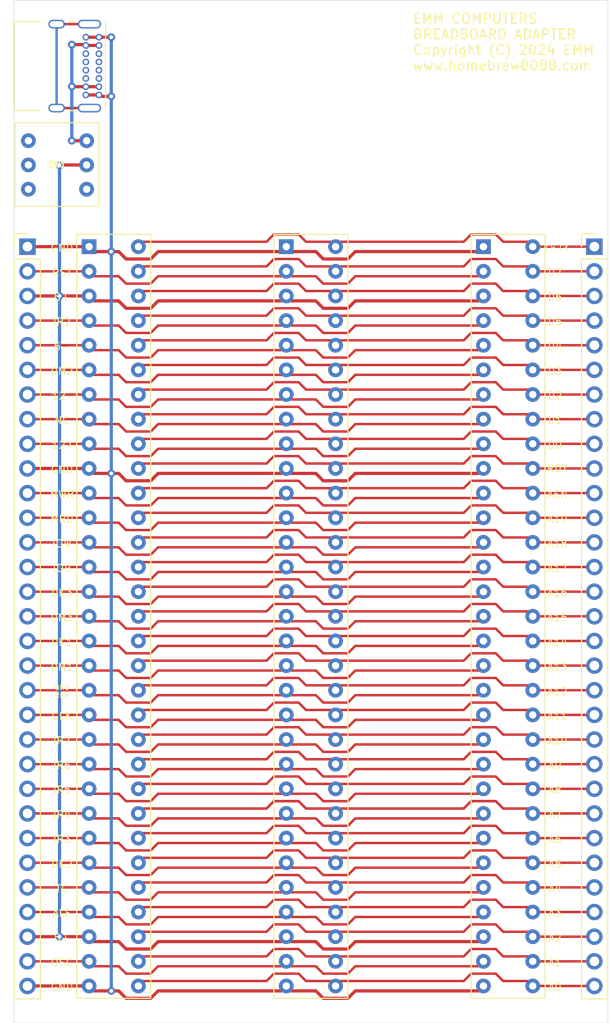
<source format=kicad_pcb>
(kicad_pcb (version 20171130) (host pcbnew "(5.1.8)-1")

  (general
    (thickness 1.6)
    (drawings 69)
    (tracks 998)
    (zones 0)
    (modules 7)
    (nets 74)
  )

  (page A4)
  (layers
    (0 F.Cu signal)
    (31 B.Cu signal)
    (32 B.Adhes user)
    (33 F.Adhes user)
    (34 B.Paste user)
    (35 F.Paste user)
    (36 B.SilkS user)
    (37 F.SilkS user)
    (38 B.Mask user)
    (39 F.Mask user)
    (40 Dwgs.User user)
    (41 Cmts.User user)
    (42 Eco1.User user)
    (43 Eco2.User user)
    (44 Edge.Cuts user)
    (45 Margin user)
    (46 B.CrtYd user)
    (47 F.CrtYd user)
    (48 B.Fab user)
    (49 F.Fab user)
  )

  (setup
    (last_trace_width 0.25)
    (trace_clearance 0.2)
    (zone_clearance 0.508)
    (zone_45_only no)
    (trace_min 0.2)
    (via_size 0.8)
    (via_drill 0.4)
    (via_min_size 0.4)
    (via_min_drill 0.3)
    (uvia_size 0.3)
    (uvia_drill 0.1)
    (uvias_allowed no)
    (uvia_min_size 0.2)
    (uvia_min_drill 0.1)
    (edge_width 0.05)
    (segment_width 0.2)
    (pcb_text_width 0.3)
    (pcb_text_size 1.5 1.5)
    (mod_edge_width 0.12)
    (mod_text_size 1 1)
    (mod_text_width 0.15)
    (pad_size 1.524 1.524)
    (pad_drill 0.762)
    (pad_to_mask_clearance 0)
    (aux_axis_origin 0 0)
    (visible_elements 7FFFFFFF)
    (pcbplotparams
      (layerselection 0x010fc_ffffffff)
      (usegerberextensions false)
      (usegerberattributes false)
      (usegerberadvancedattributes true)
      (creategerberjobfile true)
      (excludeedgelayer true)
      (linewidth 0.100000)
      (plotframeref false)
      (viasonmask false)
      (mode 1)
      (useauxorigin false)
      (hpglpennumber 1)
      (hpglpenspeed 20)
      (hpglpendiameter 15.000000)
      (psnegative false)
      (psa4output false)
      (plotreference true)
      (plotvalue true)
      (plotinvisibletext false)
      (padsonsilk false)
      (subtractmaskfromsilk false)
      (outputformat 1)
      (mirror false)
      (drillshape 0)
      (scaleselection 1)
      (outputdirectory "Gerber/"))
  )

  (net 0 "")
  (net 1 /GND)
  (net 2 "Net-(J2-PadS1)")
  (net 3 "Net-(J2-PadB6)")
  (net 4 /POWER_SUPPLY)
  (net 5 "Net-(J2-PadB5)")
  (net 6 "Net-(J2-PadB8)")
  (net 7 "Net-(J2-PadB7)")
  (net 8 "Net-(J2-PadA8)")
  (net 9 "Net-(J2-PadA7)")
  (net 10 "Net-(J2-PadA6)")
  (net 11 "Net-(J2-PadA5)")
  (net 12 /A0)
  (net 13 /A1)
  (net 14 /A2)
  (net 15 /A3)
  (net 16 /A4)
  (net 17 /A5)
  (net 18 /A6)
  (net 19 /A7)
  (net 20 /A8)
  (net 21 /A9)
  (net 22 /A10)
  (net 23 /A11)
  (net 24 /A12)
  (net 25 /A13)
  (net 26 /A14)
  (net 27 /A15)
  (net 28 /A16)
  (net 29 /A17)
  (net 30 /A18)
  (net 31 /A19)
  (net 32 /AEN)
  (net 33 /RDY1)
  (net 34 /D0)
  (net 35 /D1)
  (net 36 /D2)
  (net 37 /D3)
  (net 38 /D4)
  (net 39 /D5)
  (net 40 /D6)
  (net 41 /D7)
  (net 42 /CH_CK)
  (net 43 /OSC88)
  (net 44 /5+)
  (net 45 /ALE)
  (net 46 /TC)
  (net 47 /DACK2)
  (net 48 /IRQ3)
  (net 49 /IRQ4)
  (net 50 /IRQ5)
  (net 51 /IRQ6)
  (net 52 /IRQ7)
  (net 53 /CLK88)
  (net 54 /REFRQ)
  (net 55 /DRQ1)
  (net 56 /DACK1)
  (net 57 /DRQ3)
  (net 58 /DACK3)
  (net 59 /IORD)
  (net 60 /IOWR)
  (net 61 /MRD)
  (net 62 /MWR)
  (net 63 /12+)
  (net 64 /NC)
  (net 65 /12-)
  (net 66 /DRQ2)
  (net 67 /5-)
  (net 68 /IRQ2)
  (net 69 /RESOUT)
  (net 70 "Net-(SW1-Pad6)")
  (net 71 "Net-(SW1-Pad5)")
  (net 72 "Net-(SW1-Pad4)")
  (net 73 "Net-(SW1-Pad1)")

  (net_class Default "This is the default net class."
    (clearance 0.2)
    (trace_width 0.25)
    (via_dia 0.8)
    (via_drill 0.4)
    (uvia_dia 0.3)
    (uvia_drill 0.1)
    (add_net /12+)
    (add_net /12-)
    (add_net /5+)
    (add_net /5-)
    (add_net /A0)
    (add_net /A1)
    (add_net /A10)
    (add_net /A11)
    (add_net /A12)
    (add_net /A13)
    (add_net /A14)
    (add_net /A15)
    (add_net /A16)
    (add_net /A17)
    (add_net /A18)
    (add_net /A19)
    (add_net /A2)
    (add_net /A3)
    (add_net /A4)
    (add_net /A5)
    (add_net /A6)
    (add_net /A7)
    (add_net /A8)
    (add_net /A9)
    (add_net /AEN)
    (add_net /ALE)
    (add_net /CH_CK)
    (add_net /CLK88)
    (add_net /D0)
    (add_net /D1)
    (add_net /D2)
    (add_net /D3)
    (add_net /D4)
    (add_net /D5)
    (add_net /D6)
    (add_net /D7)
    (add_net /DACK1)
    (add_net /DACK2)
    (add_net /DACK3)
    (add_net /DRQ1)
    (add_net /DRQ2)
    (add_net /DRQ3)
    (add_net /GND)
    (add_net /IORD)
    (add_net /IOWR)
    (add_net /IRQ2)
    (add_net /IRQ3)
    (add_net /IRQ4)
    (add_net /IRQ5)
    (add_net /IRQ6)
    (add_net /IRQ7)
    (add_net /MRD)
    (add_net /MWR)
    (add_net /NC)
    (add_net /OSC88)
    (add_net /POWER_SUPPLY)
    (add_net /RDY1)
    (add_net /REFRQ)
    (add_net /RESOUT)
    (add_net /TC)
    (add_net "Net-(J2-PadA5)")
    (add_net "Net-(J2-PadA6)")
    (add_net "Net-(J2-PadA7)")
    (add_net "Net-(J2-PadA8)")
    (add_net "Net-(J2-PadB5)")
    (add_net "Net-(J2-PadB6)")
    (add_net "Net-(J2-PadB7)")
    (add_net "Net-(J2-PadB8)")
    (add_net "Net-(J2-PadS1)")
    (add_net "Net-(SW1-Pad1)")
    (add_net "Net-(SW1-Pad4)")
    (add_net "Net-(SW1-Pad5)")
    (add_net "Net-(SW1-Pad6)")
  )

  (module Connector_USB:USB_C_Receptacle_GCT_USB4085 (layer F.Cu) (tedit 5BCCCD93) (tstamp 6363FB2E)
    (at 97.536 16.51 270)
    (descr "USB 2.0 Type C Receptacle, https://gct.co/Files/Drawings/USB4085.pdf")
    (tags "USB Type-C Receptacle Through-hole Right angle")
    (path /6363F9C3)
    (fp_text reference J2 (at 2.975 -1.8 90) (layer F.SilkS) hide
      (effects (font (size 1 1) (thickness 0.15)))
    )
    (fp_text value USB_C_Receptacle_USB2.0 (at 2.975 9.925 90) (layer F.Fab) hide
      (effects (font (size 1 1) (thickness 0.15)))
    )
    (fp_line (start -1.5 -0.56) (end 7.45 -0.56) (layer F.Fab) (width 0.1))
    (fp_line (start -1.5 8.61) (end 7.45 8.61) (layer F.Fab) (width 0.1))
    (fp_line (start -1.62 8.73) (end 7.57 8.73) (layer F.SilkS) (width 0.12))
    (fp_line (start -1.5 -0.68) (end 7.45 -0.68) (layer F.SilkS) (width 0.12))
    (fp_line (start -1.5 -0.56) (end -1.5 8.61) (layer F.Fab) (width 0.1))
    (fp_line (start 7.45 -0.56) (end 7.45 8.61) (layer F.Fab) (width 0.1))
    (fp_line (start 7.57 6) (end 7.57 8.73) (layer F.SilkS) (width 0.12))
    (fp_line (start -1.62 6) (end -1.62 8.73) (layer F.SilkS) (width 0.12))
    (fp_line (start 7.57 2.4) (end 7.57 3.3) (layer F.SilkS) (width 0.12))
    (fp_line (start -1.62 2.4) (end -1.62 3.3) (layer F.SilkS) (width 0.12))
    (fp_line (start -2.3 -1.06) (end -2.3 9.11) (layer F.CrtYd) (width 0.05))
    (fp_line (start -2.3 9.11) (end 8.25 9.11) (layer F.CrtYd) (width 0.05))
    (fp_line (start -2.3 -1.06) (end 8.25 -1.06) (layer F.CrtYd) (width 0.05))
    (fp_line (start 8.25 -1.06) (end 8.25 9.11) (layer F.CrtYd) (width 0.05))
    (fp_line (start -0.025 6.1) (end 5.975 6.1) (layer F.Fab) (width 0.1))
    (fp_text user %R (at 2.975 4.025 90) (layer F.Fab) hide
      (effects (font (size 1 1) (thickness 0.15)))
    )
    (fp_text user "PCB Edge" (at 2.975 6.1 90) (layer Dwgs.User) hide
      (effects (font (size 0.5 0.5) (thickness 0.1)))
    )
    (pad S1 thru_hole oval (at 7.3 4.36 270) (size 0.9 1.7) (drill oval 0.6 1.4) (layers *.Cu *.Mask)
      (net 2 "Net-(J2-PadS1)"))
    (pad S1 thru_hole oval (at -1.35 4.36 270) (size 0.9 1.7) (drill oval 0.6 1.4) (layers *.Cu *.Mask)
      (net 2 "Net-(J2-PadS1)"))
    (pad S1 thru_hole oval (at 7.3 0.98 270) (size 0.9 2.4) (drill oval 0.6 2.1) (layers *.Cu *.Mask)
      (net 2 "Net-(J2-PadS1)"))
    (pad S1 thru_hole oval (at -1.35 0.98 270) (size 0.9 2.4) (drill oval 0.6 2.1) (layers *.Cu *.Mask)
      (net 2 "Net-(J2-PadS1)"))
    (pad B6 thru_hole circle (at 3.4 1.35 270) (size 0.7 0.7) (drill 0.4) (layers *.Cu *.Mask)
      (net 3 "Net-(J2-PadB6)"))
    (pad B1 thru_hole circle (at 5.95 1.35 270) (size 0.7 0.7) (drill 0.4) (layers *.Cu *.Mask)
      (net 1 /GND))
    (pad B4 thru_hole circle (at 5.1 1.35 270) (size 0.7 0.7) (drill 0.4) (layers *.Cu *.Mask)
      (net 4 /POWER_SUPPLY))
    (pad B5 thru_hole circle (at 4.25 1.35 270) (size 0.7 0.7) (drill 0.4) (layers *.Cu *.Mask)
      (net 5 "Net-(J2-PadB5)"))
    (pad B12 thru_hole circle (at 0 1.35 270) (size 0.7 0.7) (drill 0.4) (layers *.Cu *.Mask)
      (net 1 /GND))
    (pad B8 thru_hole circle (at 1.7 1.35 270) (size 0.7 0.7) (drill 0.4) (layers *.Cu *.Mask)
      (net 6 "Net-(J2-PadB8)"))
    (pad B7 thru_hole circle (at 2.55 1.35 270) (size 0.7 0.7) (drill 0.4) (layers *.Cu *.Mask)
      (net 7 "Net-(J2-PadB7)"))
    (pad B9 thru_hole circle (at 0.85 1.35 270) (size 0.7 0.7) (drill 0.4) (layers *.Cu *.Mask)
      (net 4 /POWER_SUPPLY))
    (pad A12 thru_hole circle (at 5.95 0 270) (size 0.7 0.7) (drill 0.4) (layers *.Cu *.Mask)
      (net 1 /GND))
    (pad A9 thru_hole circle (at 5.1 0 270) (size 0.7 0.7) (drill 0.4) (layers *.Cu *.Mask)
      (net 4 /POWER_SUPPLY))
    (pad A8 thru_hole circle (at 4.25 0 270) (size 0.7 0.7) (drill 0.4) (layers *.Cu *.Mask)
      (net 8 "Net-(J2-PadA8)"))
    (pad A7 thru_hole circle (at 3.4 0 270) (size 0.7 0.7) (drill 0.4) (layers *.Cu *.Mask)
      (net 9 "Net-(J2-PadA7)"))
    (pad A6 thru_hole circle (at 2.55 0 270) (size 0.7 0.7) (drill 0.4) (layers *.Cu *.Mask)
      (net 10 "Net-(J2-PadA6)"))
    (pad A5 thru_hole circle (at 1.7 0 270) (size 0.7 0.7) (drill 0.4) (layers *.Cu *.Mask)
      (net 11 "Net-(J2-PadA5)"))
    (pad A4 thru_hole circle (at 0.85 0 270) (size 0.7 0.7) (drill 0.4) (layers *.Cu *.Mask)
      (net 4 /POWER_SUPPLY))
    (pad A1 thru_hole circle (at 0 0 270) (size 0.7 0.7) (drill 0.4) (layers *.Cu *.Mask)
      (net 1 /GND))
    (model ${KISYS3DMOD}/Connector_USB.3dshapes/USB_C_Receptacle_GCT_USB4085.wrl
      (at (xyz 0 0 0))
      (scale (xyz 1 1 1))
      (rotate (xyz 0 0 0))
    )
  )

  (module "My:6 PIN DTDP" (layer F.Cu) (tedit 60F1B5FC) (tstamp 6363FBB5)
    (at 96.266 32.178 180)
    (path /6364076E)
    (fp_text reference SW1 (at 3.048 2.54) (layer F.SilkS)
      (effects (font (size 0.6 0.6) (thickness 0.15)))
    )
    (fp_text value SW_Push_DPDT (at 3.302 -2.54) (layer F.Fab)
      (effects (font (size 1 1) (thickness 0.15)))
    )
    (fp_line (start 7.366 6.858) (end -1.27 6.858) (layer F.SilkS) (width 0.12))
    (fp_line (start -1.27 -1.778) (end 7.366 -1.778) (layer F.SilkS) (width 0.12))
    (fp_line (start 7.366 -1.778) (end 7.366 6.858) (layer F.SilkS) (width 0.12))
    (fp_line (start -1.27 -1.778) (end -1.27 6.858) (layer F.SilkS) (width 0.12))
    (pad 6 thru_hole circle (at 6 0 180) (size 1.524 1.524) (drill 0.762) (layers *.Cu *.Mask)
      (net 70 "Net-(SW1-Pad6)"))
    (pad 5 thru_hole circle (at 6 2.5 180) (size 1.524 1.524) (drill 0.762) (layers *.Cu *.Mask)
      (net 71 "Net-(SW1-Pad5)"))
    (pad 4 thru_hole circle (at 6 5 180) (size 1.524 1.524) (drill 0.762) (layers *.Cu *.Mask)
      (net 72 "Net-(SW1-Pad4)"))
    (pad 3 thru_hole circle (at 0 5 180) (size 1.524 1.524) (drill 0.762) (layers *.Cu *.Mask)
      (net 4 /POWER_SUPPLY))
    (pad 2 thru_hole circle (at 0 2.5 180) (size 1.524 1.524) (drill 0.762) (layers *.Cu *.Mask)
      (net 44 /5+))
    (pad 1 thru_hole circle (at 0 0 180) (size 1.524 1.524) (drill 0.762) (layers *.Cu *.Mask)
      (net 73 "Net-(SW1-Pad1)"))
  )

  (module My:8-bit-ISA (layer F.Cu) (tedit 5FB96B69) (tstamp 6656074B)
    (at 137.16 38.1)
    (path /6082C528)
    (fp_text reference J9 (at 1.27 -6.35) (layer F.SilkS) hide
      (effects (font (size 1 1) (thickness 0.15)))
    )
    (fp_text value Bus_ISA_8bit (at 2.54 -2.54) (layer F.Fab)
      (effects (font (size 1 1) (thickness 0.15)))
    )
    (fp_line (start -1.27 -1.27) (end -1.27 77.47) (layer F.SilkS) (width 0.12))
    (fp_line (start 6.35 -1.27) (end -1.27 -1.27) (layer F.SilkS) (width 0.12))
    (fp_line (start 6.35 77.47) (end 6.35 -1.27) (layer F.SilkS) (width 0.12))
    (fp_line (start -1.27 77.47) (end 6.35 77.47) (layer F.SilkS) (width 0.12))
    (pad 62 thru_hole circle (at 5.08 76.2) (size 1.524 1.524) (drill 0.762) (layers *.Cu *.Mask)
      (net 12 /A0))
    (pad 61 thru_hole circle (at 5.08 73.66) (size 1.524 1.524) (drill 0.762) (layers *.Cu *.Mask)
      (net 13 /A1))
    (pad 60 thru_hole circle (at 5.08 71.12) (size 1.524 1.524) (drill 0.762) (layers *.Cu *.Mask)
      (net 14 /A2))
    (pad 59 thru_hole circle (at 5.08 68.58) (size 1.524 1.524) (drill 0.762) (layers *.Cu *.Mask)
      (net 15 /A3))
    (pad 58 thru_hole circle (at 5.08 66.04) (size 1.524 1.524) (drill 0.762) (layers *.Cu *.Mask)
      (net 16 /A4))
    (pad 57 thru_hole circle (at 5.08 63.5) (size 1.524 1.524) (drill 0.762) (layers *.Cu *.Mask)
      (net 17 /A5))
    (pad 56 thru_hole circle (at 5.08 60.96) (size 1.524 1.524) (drill 0.762) (layers *.Cu *.Mask)
      (net 18 /A6))
    (pad 55 thru_hole circle (at 5.08 58.42) (size 1.524 1.524) (drill 0.762) (layers *.Cu *.Mask)
      (net 19 /A7))
    (pad 54 thru_hole circle (at 5.08 55.88) (size 1.524 1.524) (drill 0.762) (layers *.Cu *.Mask)
      (net 20 /A8))
    (pad 53 thru_hole circle (at 5.08 53.34) (size 1.524 1.524) (drill 0.762) (layers *.Cu *.Mask)
      (net 21 /A9))
    (pad 52 thru_hole circle (at 5.08 50.8) (size 1.524 1.524) (drill 0.762) (layers *.Cu *.Mask)
      (net 22 /A10))
    (pad 51 thru_hole circle (at 5.08 48.26) (size 1.524 1.524) (drill 0.762) (layers *.Cu *.Mask)
      (net 23 /A11))
    (pad 50 thru_hole circle (at 5.08 45.72) (size 1.524 1.524) (drill 0.762) (layers *.Cu *.Mask)
      (net 24 /A12))
    (pad 49 thru_hole circle (at 5.08 43.18) (size 1.524 1.524) (drill 0.762) (layers *.Cu *.Mask)
      (net 25 /A13))
    (pad 48 thru_hole circle (at 5.08 40.64) (size 1.524 1.524) (drill 0.762) (layers *.Cu *.Mask)
      (net 26 /A14))
    (pad 47 thru_hole circle (at 5.08 38.1) (size 1.524 1.524) (drill 0.762) (layers *.Cu *.Mask)
      (net 27 /A15))
    (pad 46 thru_hole circle (at 5.08 35.56) (size 1.524 1.524) (drill 0.762) (layers *.Cu *.Mask)
      (net 28 /A16))
    (pad 45 thru_hole circle (at 5.08 33.02) (size 1.524 1.524) (drill 0.762) (layers *.Cu *.Mask)
      (net 29 /A17))
    (pad 44 thru_hole circle (at 5.08 30.48) (size 1.524 1.524) (drill 0.762) (layers *.Cu *.Mask)
      (net 30 /A18))
    (pad 43 thru_hole circle (at 5.08 27.94) (size 1.524 1.524) (drill 0.762) (layers *.Cu *.Mask)
      (net 31 /A19))
    (pad 42 thru_hole circle (at 5.08 25.4) (size 1.524 1.524) (drill 0.762) (layers *.Cu *.Mask)
      (net 32 /AEN))
    (pad 41 thru_hole circle (at 5.08 22.86) (size 1.524 1.524) (drill 0.762) (layers *.Cu *.Mask)
      (net 33 /RDY1))
    (pad 40 thru_hole circle (at 5.08 20.32) (size 1.524 1.524) (drill 0.762) (layers *.Cu *.Mask)
      (net 34 /D0))
    (pad 39 thru_hole circle (at 5.08 17.78) (size 1.524 1.524) (drill 0.762) (layers *.Cu *.Mask)
      (net 35 /D1))
    (pad 38 thru_hole circle (at 5.08 15.24) (size 1.524 1.524) (drill 0.762) (layers *.Cu *.Mask)
      (net 36 /D2))
    (pad 37 thru_hole circle (at 5.08 12.7) (size 1.524 1.524) (drill 0.762) (layers *.Cu *.Mask)
      (net 37 /D3))
    (pad 36 thru_hole circle (at 5.08 10.16) (size 1.524 1.524) (drill 0.762) (layers *.Cu *.Mask)
      (net 38 /D4))
    (pad 35 thru_hole circle (at 5.08 7.62) (size 1.524 1.524) (drill 0.762) (layers *.Cu *.Mask)
      (net 39 /D5))
    (pad 34 thru_hole circle (at 5.08 5.08) (size 1.524 1.524) (drill 0.762) (layers *.Cu *.Mask)
      (net 40 /D6))
    (pad 33 thru_hole circle (at 5.08 2.54) (size 1.524 1.524) (drill 0.762) (layers *.Cu *.Mask)
      (net 41 /D7))
    (pad 32 thru_hole circle (at 5.08 0) (size 1.524 1.524) (drill 0.762) (layers *.Cu *.Mask)
      (net 42 /CH_CK))
    (pad 31 thru_hole circle (at 0 76.2) (size 1.524 1.524) (drill 0.762) (layers *.Cu *.Mask)
      (net 1 /GND))
    (pad 30 thru_hole circle (at 0 73.66) (size 1.524 1.524) (drill 0.762) (layers *.Cu *.Mask)
      (net 43 /OSC88))
    (pad 29 thru_hole circle (at 0 71.12) (size 1.524 1.524) (drill 0.762) (layers *.Cu *.Mask)
      (net 44 /5+))
    (pad 28 thru_hole circle (at 0 68.58) (size 1.524 1.524) (drill 0.762) (layers *.Cu *.Mask)
      (net 45 /ALE))
    (pad 27 thru_hole circle (at 0 66.04) (size 1.524 1.524) (drill 0.762) (layers *.Cu *.Mask)
      (net 46 /TC))
    (pad 26 thru_hole circle (at 0 63.5) (size 1.524 1.524) (drill 0.762) (layers *.Cu *.Mask)
      (net 47 /DACK2))
    (pad 25 thru_hole circle (at 0 60.96) (size 1.524 1.524) (drill 0.762) (layers *.Cu *.Mask)
      (net 48 /IRQ3))
    (pad 24 thru_hole circle (at 0 58.42) (size 1.524 1.524) (drill 0.762) (layers *.Cu *.Mask)
      (net 49 /IRQ4))
    (pad 23 thru_hole circle (at 0 55.88) (size 1.524 1.524) (drill 0.762) (layers *.Cu *.Mask)
      (net 50 /IRQ5))
    (pad 22 thru_hole circle (at 0 53.34) (size 1.524 1.524) (drill 0.762) (layers *.Cu *.Mask)
      (net 51 /IRQ6))
    (pad 21 thru_hole circle (at 0 50.8) (size 1.524 1.524) (drill 0.762) (layers *.Cu *.Mask)
      (net 52 /IRQ7))
    (pad 20 thru_hole circle (at 0 48.26) (size 1.524 1.524) (drill 0.762) (layers *.Cu *.Mask)
      (net 53 /CLK88))
    (pad 19 thru_hole circle (at 0 45.72) (size 1.524 1.524) (drill 0.762) (layers *.Cu *.Mask)
      (net 54 /REFRQ))
    (pad 18 thru_hole circle (at 0 43.18) (size 1.524 1.524) (drill 0.762) (layers *.Cu *.Mask)
      (net 55 /DRQ1))
    (pad 17 thru_hole circle (at 0 40.64) (size 1.524 1.524) (drill 0.762) (layers *.Cu *.Mask)
      (net 56 /DACK1))
    (pad 16 thru_hole circle (at 0 38.1) (size 1.524 1.524) (drill 0.762) (layers *.Cu *.Mask)
      (net 57 /DRQ3))
    (pad 15 thru_hole circle (at 0 35.56) (size 1.524 1.524) (drill 0.762) (layers *.Cu *.Mask)
      (net 58 /DACK3))
    (pad 14 thru_hole circle (at 0 33.02) (size 1.524 1.524) (drill 0.762) (layers *.Cu *.Mask)
      (net 59 /IORD))
    (pad 13 thru_hole circle (at 0 30.48) (size 1.524 1.524) (drill 0.762) (layers *.Cu *.Mask)
      (net 60 /IOWR))
    (pad 12 thru_hole circle (at 0 27.94) (size 1.524 1.524) (drill 0.762) (layers *.Cu *.Mask)
      (net 61 /MRD))
    (pad 11 thru_hole circle (at 0 25.4) (size 1.524 1.524) (drill 0.762) (layers *.Cu *.Mask)
      (net 62 /MWR))
    (pad 10 thru_hole circle (at 0 22.86) (size 1.524 1.524) (drill 0.762) (layers *.Cu *.Mask)
      (net 1 /GND))
    (pad 9 thru_hole circle (at 0 20.32) (size 1.524 1.524) (drill 0.762) (layers *.Cu *.Mask)
      (net 63 /12+))
    (pad 8 thru_hole circle (at 0 17.78) (size 1.524 1.524) (drill 0.762) (layers *.Cu *.Mask)
      (net 64 /NC))
    (pad 7 thru_hole circle (at 0 15.24) (size 1.524 1.524) (drill 0.762) (layers *.Cu *.Mask)
      (net 65 /12-))
    (pad 6 thru_hole circle (at 0 12.7) (size 1.524 1.524) (drill 0.762) (layers *.Cu *.Mask)
      (net 66 /DRQ2))
    (pad 5 thru_hole circle (at 0 10.16) (size 1.524 1.524) (drill 0.762) (layers *.Cu *.Mask)
      (net 67 /5-))
    (pad 4 thru_hole circle (at 0 7.62) (size 1.524 1.524) (drill 0.762) (layers *.Cu *.Mask)
      (net 68 /IRQ2))
    (pad 3 thru_hole circle (at 0 5.08) (size 1.524 1.524) (drill 0.762) (layers *.Cu *.Mask)
      (net 44 /5+))
    (pad 2 thru_hole circle (at 0 2.54) (size 1.524 1.524) (drill 0.762) (layers *.Cu *.Mask)
      (net 69 /RESOUT))
    (pad 1 thru_hole rect (at 0 0) (size 1.524 1.524) (drill 0.762) (layers *.Cu *.Mask)
      (net 1 /GND))
  )

  (module My:8-bit-ISA (layer F.Cu) (tedit 5FB96B69) (tstamp 66560705)
    (at 116.84 38.1)
    (path /66563874)
    (fp_text reference J5 (at 1.27 -6.35) (layer F.SilkS) hide
      (effects (font (size 1 1) (thickness 0.15)))
    )
    (fp_text value Bus_ISA_8bit (at 2.54 -2.54) (layer F.Fab)
      (effects (font (size 1 1) (thickness 0.15)))
    )
    (fp_line (start -1.27 -1.27) (end -1.27 77.47) (layer F.SilkS) (width 0.12))
    (fp_line (start 6.35 -1.27) (end -1.27 -1.27) (layer F.SilkS) (width 0.12))
    (fp_line (start 6.35 77.47) (end 6.35 -1.27) (layer F.SilkS) (width 0.12))
    (fp_line (start -1.27 77.47) (end 6.35 77.47) (layer F.SilkS) (width 0.12))
    (pad 62 thru_hole circle (at 5.08 76.2) (size 1.524 1.524) (drill 0.762) (layers *.Cu *.Mask)
      (net 12 /A0))
    (pad 61 thru_hole circle (at 5.08 73.66) (size 1.524 1.524) (drill 0.762) (layers *.Cu *.Mask)
      (net 13 /A1))
    (pad 60 thru_hole circle (at 5.08 71.12) (size 1.524 1.524) (drill 0.762) (layers *.Cu *.Mask)
      (net 14 /A2))
    (pad 59 thru_hole circle (at 5.08 68.58) (size 1.524 1.524) (drill 0.762) (layers *.Cu *.Mask)
      (net 15 /A3))
    (pad 58 thru_hole circle (at 5.08 66.04) (size 1.524 1.524) (drill 0.762) (layers *.Cu *.Mask)
      (net 16 /A4))
    (pad 57 thru_hole circle (at 5.08 63.5) (size 1.524 1.524) (drill 0.762) (layers *.Cu *.Mask)
      (net 17 /A5))
    (pad 56 thru_hole circle (at 5.08 60.96) (size 1.524 1.524) (drill 0.762) (layers *.Cu *.Mask)
      (net 18 /A6))
    (pad 55 thru_hole circle (at 5.08 58.42) (size 1.524 1.524) (drill 0.762) (layers *.Cu *.Mask)
      (net 19 /A7))
    (pad 54 thru_hole circle (at 5.08 55.88) (size 1.524 1.524) (drill 0.762) (layers *.Cu *.Mask)
      (net 20 /A8))
    (pad 53 thru_hole circle (at 5.08 53.34) (size 1.524 1.524) (drill 0.762) (layers *.Cu *.Mask)
      (net 21 /A9))
    (pad 52 thru_hole circle (at 5.08 50.8) (size 1.524 1.524) (drill 0.762) (layers *.Cu *.Mask)
      (net 22 /A10))
    (pad 51 thru_hole circle (at 5.08 48.26) (size 1.524 1.524) (drill 0.762) (layers *.Cu *.Mask)
      (net 23 /A11))
    (pad 50 thru_hole circle (at 5.08 45.72) (size 1.524 1.524) (drill 0.762) (layers *.Cu *.Mask)
      (net 24 /A12))
    (pad 49 thru_hole circle (at 5.08 43.18) (size 1.524 1.524) (drill 0.762) (layers *.Cu *.Mask)
      (net 25 /A13))
    (pad 48 thru_hole circle (at 5.08 40.64) (size 1.524 1.524) (drill 0.762) (layers *.Cu *.Mask)
      (net 26 /A14))
    (pad 47 thru_hole circle (at 5.08 38.1) (size 1.524 1.524) (drill 0.762) (layers *.Cu *.Mask)
      (net 27 /A15))
    (pad 46 thru_hole circle (at 5.08 35.56) (size 1.524 1.524) (drill 0.762) (layers *.Cu *.Mask)
      (net 28 /A16))
    (pad 45 thru_hole circle (at 5.08 33.02) (size 1.524 1.524) (drill 0.762) (layers *.Cu *.Mask)
      (net 29 /A17))
    (pad 44 thru_hole circle (at 5.08 30.48) (size 1.524 1.524) (drill 0.762) (layers *.Cu *.Mask)
      (net 30 /A18))
    (pad 43 thru_hole circle (at 5.08 27.94) (size 1.524 1.524) (drill 0.762) (layers *.Cu *.Mask)
      (net 31 /A19))
    (pad 42 thru_hole circle (at 5.08 25.4) (size 1.524 1.524) (drill 0.762) (layers *.Cu *.Mask)
      (net 32 /AEN))
    (pad 41 thru_hole circle (at 5.08 22.86) (size 1.524 1.524) (drill 0.762) (layers *.Cu *.Mask)
      (net 33 /RDY1))
    (pad 40 thru_hole circle (at 5.08 20.32) (size 1.524 1.524) (drill 0.762) (layers *.Cu *.Mask)
      (net 34 /D0))
    (pad 39 thru_hole circle (at 5.08 17.78) (size 1.524 1.524) (drill 0.762) (layers *.Cu *.Mask)
      (net 35 /D1))
    (pad 38 thru_hole circle (at 5.08 15.24) (size 1.524 1.524) (drill 0.762) (layers *.Cu *.Mask)
      (net 36 /D2))
    (pad 37 thru_hole circle (at 5.08 12.7) (size 1.524 1.524) (drill 0.762) (layers *.Cu *.Mask)
      (net 37 /D3))
    (pad 36 thru_hole circle (at 5.08 10.16) (size 1.524 1.524) (drill 0.762) (layers *.Cu *.Mask)
      (net 38 /D4))
    (pad 35 thru_hole circle (at 5.08 7.62) (size 1.524 1.524) (drill 0.762) (layers *.Cu *.Mask)
      (net 39 /D5))
    (pad 34 thru_hole circle (at 5.08 5.08) (size 1.524 1.524) (drill 0.762) (layers *.Cu *.Mask)
      (net 40 /D6))
    (pad 33 thru_hole circle (at 5.08 2.54) (size 1.524 1.524) (drill 0.762) (layers *.Cu *.Mask)
      (net 41 /D7))
    (pad 32 thru_hole circle (at 5.08 0) (size 1.524 1.524) (drill 0.762) (layers *.Cu *.Mask)
      (net 42 /CH_CK))
    (pad 31 thru_hole circle (at 0 76.2) (size 1.524 1.524) (drill 0.762) (layers *.Cu *.Mask)
      (net 1 /GND))
    (pad 30 thru_hole circle (at 0 73.66) (size 1.524 1.524) (drill 0.762) (layers *.Cu *.Mask)
      (net 43 /OSC88))
    (pad 29 thru_hole circle (at 0 71.12) (size 1.524 1.524) (drill 0.762) (layers *.Cu *.Mask)
      (net 44 /5+))
    (pad 28 thru_hole circle (at 0 68.58) (size 1.524 1.524) (drill 0.762) (layers *.Cu *.Mask)
      (net 45 /ALE))
    (pad 27 thru_hole circle (at 0 66.04) (size 1.524 1.524) (drill 0.762) (layers *.Cu *.Mask)
      (net 46 /TC))
    (pad 26 thru_hole circle (at 0 63.5) (size 1.524 1.524) (drill 0.762) (layers *.Cu *.Mask)
      (net 47 /DACK2))
    (pad 25 thru_hole circle (at 0 60.96) (size 1.524 1.524) (drill 0.762) (layers *.Cu *.Mask)
      (net 48 /IRQ3))
    (pad 24 thru_hole circle (at 0 58.42) (size 1.524 1.524) (drill 0.762) (layers *.Cu *.Mask)
      (net 49 /IRQ4))
    (pad 23 thru_hole circle (at 0 55.88) (size 1.524 1.524) (drill 0.762) (layers *.Cu *.Mask)
      (net 50 /IRQ5))
    (pad 22 thru_hole circle (at 0 53.34) (size 1.524 1.524) (drill 0.762) (layers *.Cu *.Mask)
      (net 51 /IRQ6))
    (pad 21 thru_hole circle (at 0 50.8) (size 1.524 1.524) (drill 0.762) (layers *.Cu *.Mask)
      (net 52 /IRQ7))
    (pad 20 thru_hole circle (at 0 48.26) (size 1.524 1.524) (drill 0.762) (layers *.Cu *.Mask)
      (net 53 /CLK88))
    (pad 19 thru_hole circle (at 0 45.72) (size 1.524 1.524) (drill 0.762) (layers *.Cu *.Mask)
      (net 54 /REFRQ))
    (pad 18 thru_hole circle (at 0 43.18) (size 1.524 1.524) (drill 0.762) (layers *.Cu *.Mask)
      (net 55 /DRQ1))
    (pad 17 thru_hole circle (at 0 40.64) (size 1.524 1.524) (drill 0.762) (layers *.Cu *.Mask)
      (net 56 /DACK1))
    (pad 16 thru_hole circle (at 0 38.1) (size 1.524 1.524) (drill 0.762) (layers *.Cu *.Mask)
      (net 57 /DRQ3))
    (pad 15 thru_hole circle (at 0 35.56) (size 1.524 1.524) (drill 0.762) (layers *.Cu *.Mask)
      (net 58 /DACK3))
    (pad 14 thru_hole circle (at 0 33.02) (size 1.524 1.524) (drill 0.762) (layers *.Cu *.Mask)
      (net 59 /IORD))
    (pad 13 thru_hole circle (at 0 30.48) (size 1.524 1.524) (drill 0.762) (layers *.Cu *.Mask)
      (net 60 /IOWR))
    (pad 12 thru_hole circle (at 0 27.94) (size 1.524 1.524) (drill 0.762) (layers *.Cu *.Mask)
      (net 61 /MRD))
    (pad 11 thru_hole circle (at 0 25.4) (size 1.524 1.524) (drill 0.762) (layers *.Cu *.Mask)
      (net 62 /MWR))
    (pad 10 thru_hole circle (at 0 22.86) (size 1.524 1.524) (drill 0.762) (layers *.Cu *.Mask)
      (net 1 /GND))
    (pad 9 thru_hole circle (at 0 20.32) (size 1.524 1.524) (drill 0.762) (layers *.Cu *.Mask)
      (net 63 /12+))
    (pad 8 thru_hole circle (at 0 17.78) (size 1.524 1.524) (drill 0.762) (layers *.Cu *.Mask)
      (net 64 /NC))
    (pad 7 thru_hole circle (at 0 15.24) (size 1.524 1.524) (drill 0.762) (layers *.Cu *.Mask)
      (net 65 /12-))
    (pad 6 thru_hole circle (at 0 12.7) (size 1.524 1.524) (drill 0.762) (layers *.Cu *.Mask)
      (net 66 /DRQ2))
    (pad 5 thru_hole circle (at 0 10.16) (size 1.524 1.524) (drill 0.762) (layers *.Cu *.Mask)
      (net 67 /5-))
    (pad 4 thru_hole circle (at 0 7.62) (size 1.524 1.524) (drill 0.762) (layers *.Cu *.Mask)
      (net 68 /IRQ2))
    (pad 3 thru_hole circle (at 0 5.08) (size 1.524 1.524) (drill 0.762) (layers *.Cu *.Mask)
      (net 44 /5+))
    (pad 2 thru_hole circle (at 0 2.54) (size 1.524 1.524) (drill 0.762) (layers *.Cu *.Mask)
      (net 69 /RESOUT))
    (pad 1 thru_hole rect (at 0 0) (size 1.524 1.524) (drill 0.762) (layers *.Cu *.Mask)
      (net 1 /GND))
  )

  (module Connector_PinHeader_2.54mm:PinHeader_1x31_P2.54mm_Vertical (layer F.Cu) (tedit 59FED5CC) (tstamp 665606BF)
    (at 148.59 38.1)
    (descr "Through hole straight pin header, 1x31, 2.54mm pitch, single row")
    (tags "Through hole pin header THT 1x31 2.54mm single row")
    (path /636509A5)
    (fp_text reference J4 (at 0 -2.33) (layer F.SilkS) hide
      (effects (font (size 1 1) (thickness 0.15)))
    )
    (fp_text value Conn_01x31 (at 0 78.53) (layer F.Fab) hide
      (effects (font (size 1 1) (thickness 0.15)))
    )
    (fp_text user %R (at 0 38.1 90) (layer F.Fab) hide
      (effects (font (size 1 1) (thickness 0.15)))
    )
    (fp_line (start -0.635 -1.27) (end 1.27 -1.27) (layer F.Fab) (width 0.1))
    (fp_line (start 1.27 -1.27) (end 1.27 77.47) (layer F.Fab) (width 0.1))
    (fp_line (start 1.27 77.47) (end -1.27 77.47) (layer F.Fab) (width 0.1))
    (fp_line (start -1.27 77.47) (end -1.27 -0.635) (layer F.Fab) (width 0.1))
    (fp_line (start -1.27 -0.635) (end -0.635 -1.27) (layer F.Fab) (width 0.1))
    (fp_line (start -1.33 77.53) (end 1.33 77.53) (layer F.SilkS) (width 0.12))
    (fp_line (start -1.33 1.27) (end -1.33 77.53) (layer F.SilkS) (width 0.12))
    (fp_line (start 1.33 1.27) (end 1.33 77.53) (layer F.SilkS) (width 0.12))
    (fp_line (start -1.33 1.27) (end 1.33 1.27) (layer F.SilkS) (width 0.12))
    (fp_line (start -1.33 0) (end -1.33 -1.33) (layer F.SilkS) (width 0.12))
    (fp_line (start -1.33 -1.33) (end 0 -1.33) (layer F.SilkS) (width 0.12))
    (fp_line (start -1.8 -1.8) (end -1.8 78) (layer F.CrtYd) (width 0.05))
    (fp_line (start -1.8 78) (end 1.8 78) (layer F.CrtYd) (width 0.05))
    (fp_line (start 1.8 78) (end 1.8 -1.8) (layer F.CrtYd) (width 0.05))
    (fp_line (start 1.8 -1.8) (end -1.8 -1.8) (layer F.CrtYd) (width 0.05))
    (pad 31 thru_hole oval (at 0 76.2) (size 1.7 1.7) (drill 1) (layers *.Cu *.Mask)
      (net 12 /A0))
    (pad 30 thru_hole oval (at 0 73.66) (size 1.7 1.7) (drill 1) (layers *.Cu *.Mask)
      (net 13 /A1))
    (pad 29 thru_hole oval (at 0 71.12) (size 1.7 1.7) (drill 1) (layers *.Cu *.Mask)
      (net 14 /A2))
    (pad 28 thru_hole oval (at 0 68.58) (size 1.7 1.7) (drill 1) (layers *.Cu *.Mask)
      (net 15 /A3))
    (pad 27 thru_hole oval (at 0 66.04) (size 1.7 1.7) (drill 1) (layers *.Cu *.Mask)
      (net 16 /A4))
    (pad 26 thru_hole oval (at 0 63.5) (size 1.7 1.7) (drill 1) (layers *.Cu *.Mask)
      (net 17 /A5))
    (pad 25 thru_hole oval (at 0 60.96) (size 1.7 1.7) (drill 1) (layers *.Cu *.Mask)
      (net 18 /A6))
    (pad 24 thru_hole oval (at 0 58.42) (size 1.7 1.7) (drill 1) (layers *.Cu *.Mask)
      (net 19 /A7))
    (pad 23 thru_hole oval (at 0 55.88) (size 1.7 1.7) (drill 1) (layers *.Cu *.Mask)
      (net 20 /A8))
    (pad 22 thru_hole oval (at 0 53.34) (size 1.7 1.7) (drill 1) (layers *.Cu *.Mask)
      (net 21 /A9))
    (pad 21 thru_hole oval (at 0 50.8) (size 1.7 1.7) (drill 1) (layers *.Cu *.Mask)
      (net 22 /A10))
    (pad 20 thru_hole oval (at 0 48.26) (size 1.7 1.7) (drill 1) (layers *.Cu *.Mask)
      (net 23 /A11))
    (pad 19 thru_hole oval (at 0 45.72) (size 1.7 1.7) (drill 1) (layers *.Cu *.Mask)
      (net 24 /A12))
    (pad 18 thru_hole oval (at 0 43.18) (size 1.7 1.7) (drill 1) (layers *.Cu *.Mask)
      (net 25 /A13))
    (pad 17 thru_hole oval (at 0 40.64) (size 1.7 1.7) (drill 1) (layers *.Cu *.Mask)
      (net 26 /A14))
    (pad 16 thru_hole oval (at 0 38.1) (size 1.7 1.7) (drill 1) (layers *.Cu *.Mask)
      (net 27 /A15))
    (pad 15 thru_hole oval (at 0 35.56) (size 1.7 1.7) (drill 1) (layers *.Cu *.Mask)
      (net 28 /A16))
    (pad 14 thru_hole oval (at 0 33.02) (size 1.7 1.7) (drill 1) (layers *.Cu *.Mask)
      (net 29 /A17))
    (pad 13 thru_hole oval (at 0 30.48) (size 1.7 1.7) (drill 1) (layers *.Cu *.Mask)
      (net 30 /A18))
    (pad 12 thru_hole oval (at 0 27.94) (size 1.7 1.7) (drill 1) (layers *.Cu *.Mask)
      (net 31 /A19))
    (pad 11 thru_hole oval (at 0 25.4) (size 1.7 1.7) (drill 1) (layers *.Cu *.Mask)
      (net 32 /AEN))
    (pad 10 thru_hole oval (at 0 22.86) (size 1.7 1.7) (drill 1) (layers *.Cu *.Mask)
      (net 33 /RDY1))
    (pad 9 thru_hole oval (at 0 20.32) (size 1.7 1.7) (drill 1) (layers *.Cu *.Mask)
      (net 34 /D0))
    (pad 8 thru_hole oval (at 0 17.78) (size 1.7 1.7) (drill 1) (layers *.Cu *.Mask)
      (net 35 /D1))
    (pad 7 thru_hole oval (at 0 15.24) (size 1.7 1.7) (drill 1) (layers *.Cu *.Mask)
      (net 36 /D2))
    (pad 6 thru_hole oval (at 0 12.7) (size 1.7 1.7) (drill 1) (layers *.Cu *.Mask)
      (net 37 /D3))
    (pad 5 thru_hole oval (at 0 10.16) (size 1.7 1.7) (drill 1) (layers *.Cu *.Mask)
      (net 38 /D4))
    (pad 4 thru_hole oval (at 0 7.62) (size 1.7 1.7) (drill 1) (layers *.Cu *.Mask)
      (net 39 /D5))
    (pad 3 thru_hole oval (at 0 5.08) (size 1.7 1.7) (drill 1) (layers *.Cu *.Mask)
      (net 40 /D6))
    (pad 2 thru_hole oval (at 0 2.54) (size 1.7 1.7) (drill 1) (layers *.Cu *.Mask)
      (net 41 /D7))
    (pad 1 thru_hole rect (at 0 0) (size 1.7 1.7) (drill 1) (layers *.Cu *.Mask)
      (net 42 /CH_CK))
    (model ${KISYS3DMOD}/Connector_PinHeader_2.54mm.3dshapes/PinHeader_1x31_P2.54mm_Vertical.wrl
      (at (xyz 0 0 0))
      (scale (xyz 1 1 1))
      (rotate (xyz 0 0 0))
    )
  )

  (module Connector_PinHeader_2.54mm:PinHeader_1x31_P2.54mm_Vertical (layer F.Cu) (tedit 59FED5CC) (tstamp 6656068C)
    (at 90.17 38.1)
    (descr "Through hole straight pin header, 1x31, 2.54mm pitch, single row")
    (tags "Through hole pin header THT 1x31 2.54mm single row")
    (path /6364E93A)
    (fp_text reference J3 (at 0 -2.33) (layer F.SilkS) hide
      (effects (font (size 1 1) (thickness 0.15)))
    )
    (fp_text value Conn_01x31 (at 0 78.53) (layer F.Fab) hide
      (effects (font (size 1 1) (thickness 0.15)))
    )
    (fp_text user %R (at 0 38.1 90) (layer F.Fab) hide
      (effects (font (size 1 1) (thickness 0.15)))
    )
    (fp_line (start -0.635 -1.27) (end 1.27 -1.27) (layer F.Fab) (width 0.1))
    (fp_line (start 1.27 -1.27) (end 1.27 77.47) (layer F.Fab) (width 0.1))
    (fp_line (start 1.27 77.47) (end -1.27 77.47) (layer F.Fab) (width 0.1))
    (fp_line (start -1.27 77.47) (end -1.27 -0.635) (layer F.Fab) (width 0.1))
    (fp_line (start -1.27 -0.635) (end -0.635 -1.27) (layer F.Fab) (width 0.1))
    (fp_line (start -1.33 77.53) (end 1.33 77.53) (layer F.SilkS) (width 0.12))
    (fp_line (start -1.33 1.27) (end -1.33 77.53) (layer F.SilkS) (width 0.12))
    (fp_line (start 1.33 1.27) (end 1.33 77.53) (layer F.SilkS) (width 0.12))
    (fp_line (start -1.33 1.27) (end 1.33 1.27) (layer F.SilkS) (width 0.12))
    (fp_line (start -1.33 0) (end -1.33 -1.33) (layer F.SilkS) (width 0.12))
    (fp_line (start -1.33 -1.33) (end 0 -1.33) (layer F.SilkS) (width 0.12))
    (fp_line (start -1.8 -1.8) (end -1.8 78) (layer F.CrtYd) (width 0.05))
    (fp_line (start -1.8 78) (end 1.8 78) (layer F.CrtYd) (width 0.05))
    (fp_line (start 1.8 78) (end 1.8 -1.8) (layer F.CrtYd) (width 0.05))
    (fp_line (start 1.8 -1.8) (end -1.8 -1.8) (layer F.CrtYd) (width 0.05))
    (pad 31 thru_hole oval (at 0 76.2) (size 1.7 1.7) (drill 1) (layers *.Cu *.Mask)
      (net 1 /GND))
    (pad 30 thru_hole oval (at 0 73.66) (size 1.7 1.7) (drill 1) (layers *.Cu *.Mask)
      (net 43 /OSC88))
    (pad 29 thru_hole oval (at 0 71.12) (size 1.7 1.7) (drill 1) (layers *.Cu *.Mask)
      (net 44 /5+))
    (pad 28 thru_hole oval (at 0 68.58) (size 1.7 1.7) (drill 1) (layers *.Cu *.Mask)
      (net 45 /ALE))
    (pad 27 thru_hole oval (at 0 66.04) (size 1.7 1.7) (drill 1) (layers *.Cu *.Mask)
      (net 46 /TC))
    (pad 26 thru_hole oval (at 0 63.5) (size 1.7 1.7) (drill 1) (layers *.Cu *.Mask)
      (net 47 /DACK2))
    (pad 25 thru_hole oval (at 0 60.96) (size 1.7 1.7) (drill 1) (layers *.Cu *.Mask)
      (net 48 /IRQ3))
    (pad 24 thru_hole oval (at 0 58.42) (size 1.7 1.7) (drill 1) (layers *.Cu *.Mask)
      (net 49 /IRQ4))
    (pad 23 thru_hole oval (at 0 55.88) (size 1.7 1.7) (drill 1) (layers *.Cu *.Mask)
      (net 50 /IRQ5))
    (pad 22 thru_hole oval (at 0 53.34) (size 1.7 1.7) (drill 1) (layers *.Cu *.Mask)
      (net 51 /IRQ6))
    (pad 21 thru_hole oval (at 0 50.8) (size 1.7 1.7) (drill 1) (layers *.Cu *.Mask)
      (net 52 /IRQ7))
    (pad 20 thru_hole oval (at 0 48.26) (size 1.7 1.7) (drill 1) (layers *.Cu *.Mask)
      (net 53 /CLK88))
    (pad 19 thru_hole oval (at 0 45.72) (size 1.7 1.7) (drill 1) (layers *.Cu *.Mask)
      (net 54 /REFRQ))
    (pad 18 thru_hole oval (at 0 43.18) (size 1.7 1.7) (drill 1) (layers *.Cu *.Mask)
      (net 55 /DRQ1))
    (pad 17 thru_hole oval (at 0 40.64) (size 1.7 1.7) (drill 1) (layers *.Cu *.Mask)
      (net 56 /DACK1))
    (pad 16 thru_hole oval (at 0 38.1) (size 1.7 1.7) (drill 1) (layers *.Cu *.Mask)
      (net 57 /DRQ3))
    (pad 15 thru_hole oval (at 0 35.56) (size 1.7 1.7) (drill 1) (layers *.Cu *.Mask)
      (net 58 /DACK3))
    (pad 14 thru_hole oval (at 0 33.02) (size 1.7 1.7) (drill 1) (layers *.Cu *.Mask)
      (net 59 /IORD))
    (pad 13 thru_hole oval (at 0 30.48) (size 1.7 1.7) (drill 1) (layers *.Cu *.Mask)
      (net 60 /IOWR))
    (pad 12 thru_hole oval (at 0 27.94) (size 1.7 1.7) (drill 1) (layers *.Cu *.Mask)
      (net 61 /MRD))
    (pad 11 thru_hole oval (at 0 25.4) (size 1.7 1.7) (drill 1) (layers *.Cu *.Mask)
      (net 62 /MWR))
    (pad 10 thru_hole oval (at 0 22.86) (size 1.7 1.7) (drill 1) (layers *.Cu *.Mask)
      (net 1 /GND))
    (pad 9 thru_hole oval (at 0 20.32) (size 1.7 1.7) (drill 1) (layers *.Cu *.Mask)
      (net 63 /12+))
    (pad 8 thru_hole oval (at 0 17.78) (size 1.7 1.7) (drill 1) (layers *.Cu *.Mask)
      (net 64 /NC))
    (pad 7 thru_hole oval (at 0 15.24) (size 1.7 1.7) (drill 1) (layers *.Cu *.Mask)
      (net 65 /12-))
    (pad 6 thru_hole oval (at 0 12.7) (size 1.7 1.7) (drill 1) (layers *.Cu *.Mask)
      (net 66 /DRQ2))
    (pad 5 thru_hole oval (at 0 10.16) (size 1.7 1.7) (drill 1) (layers *.Cu *.Mask)
      (net 67 /5-))
    (pad 4 thru_hole oval (at 0 7.62) (size 1.7 1.7) (drill 1) (layers *.Cu *.Mask)
      (net 68 /IRQ2))
    (pad 3 thru_hole oval (at 0 5.08) (size 1.7 1.7) (drill 1) (layers *.Cu *.Mask)
      (net 44 /5+))
    (pad 2 thru_hole oval (at 0 2.54) (size 1.7 1.7) (drill 1) (layers *.Cu *.Mask)
      (net 69 /RESOUT))
    (pad 1 thru_hole rect (at 0 0) (size 1.7 1.7) (drill 1) (layers *.Cu *.Mask)
      (net 1 /GND))
    (model ${KISYS3DMOD}/Connector_PinHeader_2.54mm.3dshapes/PinHeader_1x31_P2.54mm_Vertical.wrl
      (at (xyz 0 0 0))
      (scale (xyz 1 1 1))
      (rotate (xyz 0 0 0))
    )
  )

  (module My:8-bit-ISA (layer F.Cu) (tedit 5FB96B69) (tstamp 66560609)
    (at 96.52 38.1)
    (path /664FE851)
    (fp_text reference J1 (at 1.27 -6.35) (layer F.SilkS) hide
      (effects (font (size 1 1) (thickness 0.15)))
    )
    (fp_text value Bus_ISA_8bit (at 2.54 -2.54) (layer F.Fab)
      (effects (font (size 1 1) (thickness 0.15)))
    )
    (fp_line (start -1.27 -1.27) (end -1.27 77.47) (layer F.SilkS) (width 0.12))
    (fp_line (start 6.35 -1.27) (end -1.27 -1.27) (layer F.SilkS) (width 0.12))
    (fp_line (start 6.35 77.47) (end 6.35 -1.27) (layer F.SilkS) (width 0.12))
    (fp_line (start -1.27 77.47) (end 6.35 77.47) (layer F.SilkS) (width 0.12))
    (pad 62 thru_hole circle (at 5.08 76.2) (size 1.524 1.524) (drill 0.762) (layers *.Cu *.Mask)
      (net 12 /A0))
    (pad 61 thru_hole circle (at 5.08 73.66) (size 1.524 1.524) (drill 0.762) (layers *.Cu *.Mask)
      (net 13 /A1))
    (pad 60 thru_hole circle (at 5.08 71.12) (size 1.524 1.524) (drill 0.762) (layers *.Cu *.Mask)
      (net 14 /A2))
    (pad 59 thru_hole circle (at 5.08 68.58) (size 1.524 1.524) (drill 0.762) (layers *.Cu *.Mask)
      (net 15 /A3))
    (pad 58 thru_hole circle (at 5.08 66.04) (size 1.524 1.524) (drill 0.762) (layers *.Cu *.Mask)
      (net 16 /A4))
    (pad 57 thru_hole circle (at 5.08 63.5) (size 1.524 1.524) (drill 0.762) (layers *.Cu *.Mask)
      (net 17 /A5))
    (pad 56 thru_hole circle (at 5.08 60.96) (size 1.524 1.524) (drill 0.762) (layers *.Cu *.Mask)
      (net 18 /A6))
    (pad 55 thru_hole circle (at 5.08 58.42) (size 1.524 1.524) (drill 0.762) (layers *.Cu *.Mask)
      (net 19 /A7))
    (pad 54 thru_hole circle (at 5.08 55.88) (size 1.524 1.524) (drill 0.762) (layers *.Cu *.Mask)
      (net 20 /A8))
    (pad 53 thru_hole circle (at 5.08 53.34) (size 1.524 1.524) (drill 0.762) (layers *.Cu *.Mask)
      (net 21 /A9))
    (pad 52 thru_hole circle (at 5.08 50.8) (size 1.524 1.524) (drill 0.762) (layers *.Cu *.Mask)
      (net 22 /A10))
    (pad 51 thru_hole circle (at 5.08 48.26) (size 1.524 1.524) (drill 0.762) (layers *.Cu *.Mask)
      (net 23 /A11))
    (pad 50 thru_hole circle (at 5.08 45.72) (size 1.524 1.524) (drill 0.762) (layers *.Cu *.Mask)
      (net 24 /A12))
    (pad 49 thru_hole circle (at 5.08 43.18) (size 1.524 1.524) (drill 0.762) (layers *.Cu *.Mask)
      (net 25 /A13))
    (pad 48 thru_hole circle (at 5.08 40.64) (size 1.524 1.524) (drill 0.762) (layers *.Cu *.Mask)
      (net 26 /A14))
    (pad 47 thru_hole circle (at 5.08 38.1) (size 1.524 1.524) (drill 0.762) (layers *.Cu *.Mask)
      (net 27 /A15))
    (pad 46 thru_hole circle (at 5.08 35.56) (size 1.524 1.524) (drill 0.762) (layers *.Cu *.Mask)
      (net 28 /A16))
    (pad 45 thru_hole circle (at 5.08 33.02) (size 1.524 1.524) (drill 0.762) (layers *.Cu *.Mask)
      (net 29 /A17))
    (pad 44 thru_hole circle (at 5.08 30.48) (size 1.524 1.524) (drill 0.762) (layers *.Cu *.Mask)
      (net 30 /A18))
    (pad 43 thru_hole circle (at 5.08 27.94) (size 1.524 1.524) (drill 0.762) (layers *.Cu *.Mask)
      (net 31 /A19))
    (pad 42 thru_hole circle (at 5.08 25.4) (size 1.524 1.524) (drill 0.762) (layers *.Cu *.Mask)
      (net 32 /AEN))
    (pad 41 thru_hole circle (at 5.08 22.86) (size 1.524 1.524) (drill 0.762) (layers *.Cu *.Mask)
      (net 33 /RDY1))
    (pad 40 thru_hole circle (at 5.08 20.32) (size 1.524 1.524) (drill 0.762) (layers *.Cu *.Mask)
      (net 34 /D0))
    (pad 39 thru_hole circle (at 5.08 17.78) (size 1.524 1.524) (drill 0.762) (layers *.Cu *.Mask)
      (net 35 /D1))
    (pad 38 thru_hole circle (at 5.08 15.24) (size 1.524 1.524) (drill 0.762) (layers *.Cu *.Mask)
      (net 36 /D2))
    (pad 37 thru_hole circle (at 5.08 12.7) (size 1.524 1.524) (drill 0.762) (layers *.Cu *.Mask)
      (net 37 /D3))
    (pad 36 thru_hole circle (at 5.08 10.16) (size 1.524 1.524) (drill 0.762) (layers *.Cu *.Mask)
      (net 38 /D4))
    (pad 35 thru_hole circle (at 5.08 7.62) (size 1.524 1.524) (drill 0.762) (layers *.Cu *.Mask)
      (net 39 /D5))
    (pad 34 thru_hole circle (at 5.08 5.08) (size 1.524 1.524) (drill 0.762) (layers *.Cu *.Mask)
      (net 40 /D6))
    (pad 33 thru_hole circle (at 5.08 2.54) (size 1.524 1.524) (drill 0.762) (layers *.Cu *.Mask)
      (net 41 /D7))
    (pad 32 thru_hole circle (at 5.08 0) (size 1.524 1.524) (drill 0.762) (layers *.Cu *.Mask)
      (net 42 /CH_CK))
    (pad 31 thru_hole circle (at 0 76.2) (size 1.524 1.524) (drill 0.762) (layers *.Cu *.Mask)
      (net 1 /GND))
    (pad 30 thru_hole circle (at 0 73.66) (size 1.524 1.524) (drill 0.762) (layers *.Cu *.Mask)
      (net 43 /OSC88))
    (pad 29 thru_hole circle (at 0 71.12) (size 1.524 1.524) (drill 0.762) (layers *.Cu *.Mask)
      (net 44 /5+))
    (pad 28 thru_hole circle (at 0 68.58) (size 1.524 1.524) (drill 0.762) (layers *.Cu *.Mask)
      (net 45 /ALE))
    (pad 27 thru_hole circle (at 0 66.04) (size 1.524 1.524) (drill 0.762) (layers *.Cu *.Mask)
      (net 46 /TC))
    (pad 26 thru_hole circle (at 0 63.5) (size 1.524 1.524) (drill 0.762) (layers *.Cu *.Mask)
      (net 47 /DACK2))
    (pad 25 thru_hole circle (at 0 60.96) (size 1.524 1.524) (drill 0.762) (layers *.Cu *.Mask)
      (net 48 /IRQ3))
    (pad 24 thru_hole circle (at 0 58.42) (size 1.524 1.524) (drill 0.762) (layers *.Cu *.Mask)
      (net 49 /IRQ4))
    (pad 23 thru_hole circle (at 0 55.88) (size 1.524 1.524) (drill 0.762) (layers *.Cu *.Mask)
      (net 50 /IRQ5))
    (pad 22 thru_hole circle (at 0 53.34) (size 1.524 1.524) (drill 0.762) (layers *.Cu *.Mask)
      (net 51 /IRQ6))
    (pad 21 thru_hole circle (at 0 50.8) (size 1.524 1.524) (drill 0.762) (layers *.Cu *.Mask)
      (net 52 /IRQ7))
    (pad 20 thru_hole circle (at 0 48.26) (size 1.524 1.524) (drill 0.762) (layers *.Cu *.Mask)
      (net 53 /CLK88))
    (pad 19 thru_hole circle (at 0 45.72) (size 1.524 1.524) (drill 0.762) (layers *.Cu *.Mask)
      (net 54 /REFRQ))
    (pad 18 thru_hole circle (at 0 43.18) (size 1.524 1.524) (drill 0.762) (layers *.Cu *.Mask)
      (net 55 /DRQ1))
    (pad 17 thru_hole circle (at 0 40.64) (size 1.524 1.524) (drill 0.762) (layers *.Cu *.Mask)
      (net 56 /DACK1))
    (pad 16 thru_hole circle (at 0 38.1) (size 1.524 1.524) (drill 0.762) (layers *.Cu *.Mask)
      (net 57 /DRQ3))
    (pad 15 thru_hole circle (at 0 35.56) (size 1.524 1.524) (drill 0.762) (layers *.Cu *.Mask)
      (net 58 /DACK3))
    (pad 14 thru_hole circle (at 0 33.02) (size 1.524 1.524) (drill 0.762) (layers *.Cu *.Mask)
      (net 59 /IORD))
    (pad 13 thru_hole circle (at 0 30.48) (size 1.524 1.524) (drill 0.762) (layers *.Cu *.Mask)
      (net 60 /IOWR))
    (pad 12 thru_hole circle (at 0 27.94) (size 1.524 1.524) (drill 0.762) (layers *.Cu *.Mask)
      (net 61 /MRD))
    (pad 11 thru_hole circle (at 0 25.4) (size 1.524 1.524) (drill 0.762) (layers *.Cu *.Mask)
      (net 62 /MWR))
    (pad 10 thru_hole circle (at 0 22.86) (size 1.524 1.524) (drill 0.762) (layers *.Cu *.Mask)
      (net 1 /GND))
    (pad 9 thru_hole circle (at 0 20.32) (size 1.524 1.524) (drill 0.762) (layers *.Cu *.Mask)
      (net 63 /12+))
    (pad 8 thru_hole circle (at 0 17.78) (size 1.524 1.524) (drill 0.762) (layers *.Cu *.Mask)
      (net 64 /NC))
    (pad 7 thru_hole circle (at 0 15.24) (size 1.524 1.524) (drill 0.762) (layers *.Cu *.Mask)
      (net 65 /12-))
    (pad 6 thru_hole circle (at 0 12.7) (size 1.524 1.524) (drill 0.762) (layers *.Cu *.Mask)
      (net 66 /DRQ2))
    (pad 5 thru_hole circle (at 0 10.16) (size 1.524 1.524) (drill 0.762) (layers *.Cu *.Mask)
      (net 67 /5-))
    (pad 4 thru_hole circle (at 0 7.62) (size 1.524 1.524) (drill 0.762) (layers *.Cu *.Mask)
      (net 68 /IRQ2))
    (pad 3 thru_hole circle (at 0 5.08) (size 1.524 1.524) (drill 0.762) (layers *.Cu *.Mask)
      (net 44 /5+))
    (pad 2 thru_hole circle (at 0 2.54) (size 1.524 1.524) (drill 0.762) (layers *.Cu *.Mask)
      (net 69 /RESOUT))
    (pad 1 thru_hole rect (at 0 0) (size 1.524 1.524) (drill 0.762) (layers *.Cu *.Mask)
      (net 1 /GND))
  )

  (gr_line (start 88.773 12.7) (end 149.987 12.7) (layer Edge.Cuts) (width 0.05) (tstamp 66561F02))
  (gr_line (start 88.773 118.11) (end 149.987 118.11) (layer Edge.Cuts) (width 0.05) (tstamp 66561EF8))
  (gr_line (start 88.773 118.11) (end 88.773 38.1) (layer Edge.Cuts) (width 0.05) (tstamp 66561AB6))
  (gr_line (start 149.987 118.11) (end 149.987 38.1) (layer Edge.Cuts) (width 0.05) (tstamp 66561AB1))
  (gr_text "EMM COMPUTERS\nBREADBOARD ADAPTER\nCopyright (C) 2024 EMM\nwww.homebrew8088.com" (at 129.794 17.018) (layer F.SilkS) (tstamp 63640166)
    (effects (font (size 1 1) (thickness 0.15)) (justify left))
  )
  (gr_text NC (at 93.726 56.007) (layer F.SilkS) (tstamp 63640027)
    (effects (font (size 0.762 0.762) (thickness 0.1016)))
  )
  (gr_text 12- (at 93.853 53.467) (layer F.SilkS) (tstamp 63640026)
    (effects (font (size 0.762 0.762) (thickness 0.1016)))
  )
  (gr_text DM2 (at 93.726 50.927) (layer F.SilkS) (tstamp 63640025)
    (effects (font (size 0.762 0.762) (thickness 0.1016)))
  )
  (gr_text 5- (at 93.726 48.387) (layer F.SilkS) (tstamp 63640024)
    (effects (font (size 0.762 0.762) (thickness 0.1016)))
  )
  (gr_text IR2 (at 93.726 45.847) (layer F.SilkS) (tstamp 63640023)
    (effects (font (size 0.762 0.762) (thickness 0.1016)))
  )
  (gr_text 5+ (at 93.726 43.307) (layer F.SilkS) (tstamp 63640022)
    (effects (font (size 0.762 0.762) (thickness 0.1016)))
  )
  (gr_text RST (at 93.726 40.767) (layer F.SilkS) (tstamp 63640021)
    (effects (font (size 0.762 0.762) (thickness 0.1016)))
  )
  (gr_text GND (at 93.726 38.227) (layer F.SilkS) (tstamp 63640020)
    (effects (font (size 0.762 0.762) (thickness 0.1016)))
  )
  (gr_text GND (at 93.726 61.087) (layer F.SilkS) (tstamp 6364001F)
    (effects (font (size 0.762 0.762) (thickness 0.1016)))
  )
  (gr_text "CH CK" (at 144.78 38.227) (layer F.SilkS) (tstamp 6364001E)
    (effects (font (size 0.508 0.508) (thickness 0.0762)))
  )
  (gr_text 12+ (at 93.853 58.547) (layer F.SilkS) (tstamp 6364001D)
    (effects (font (size 0.762 0.762) (thickness 0.1016)))
  )
  (gr_text A2 (at 144.526 109.347) (layer F.SilkS) (tstamp 6364001C)
    (effects (font (size 0.762 0.762) (thickness 0.1016)))
  )
  (gr_text IR7 (at 93.726 89.027) (layer F.SilkS) (tstamp 6364001B)
    (effects (font (size 0.762 0.762) (thickness 0.1016)))
  )
  (gr_text OSC (at 93.726 111.887) (layer F.SilkS) (tstamp 6364001A)
    (effects (font (size 0.762 0.762) (thickness 0.1016)))
  )
  (gr_text IR5 (at 93.726 94.107) (layer F.SilkS) (tstamp 63640019)
    (effects (font (size 0.762 0.762) (thickness 0.1016)))
  )
  (gr_text A9 (at 144.526 91.567) (layer F.SilkS) (tstamp 63640018)
    (effects (font (size 0.762 0.762) (thickness 0.1016)))
  )
  (gr_text A16 (at 144.78 73.787) (layer F.SilkS) (tstamp 63640017)
    (effects (font (size 0.762 0.762) (thickness 0.1016)))
  )
  (gr_text A14 (at 144.78 78.867) (layer F.SilkS) (tstamp 63640016)
    (effects (font (size 0.762 0.762) (thickness 0.1016)))
  )
  (gr_text A8 (at 144.526 94.107) (layer F.SilkS) (tstamp 63640015)
    (effects (font (size 0.762 0.762) (thickness 0.1016)))
  )
  (gr_text ALE (at 93.726 106.807) (layer F.SilkS) (tstamp 63640014)
    (effects (font (size 0.762 0.762) (thickness 0.1016)))
  )
  (gr_text A19 (at 144.78 66.167) (layer F.SilkS) (tstamp 63640013)
    (effects (font (size 0.762 0.762) (thickness 0.1016)))
  )
  (gr_text A13 (at 144.78 81.407) (layer F.SilkS) (tstamp 63640012)
    (effects (font (size 0.762 0.762) (thickness 0.1016)))
  )
  (gr_text IR4 (at 93.726 96.647) (layer F.SilkS) (tstamp 63640011)
    (effects (font (size 0.762 0.762) (thickness 0.1016)))
  )
  (gr_text MRD (at 93.726 66.167) (layer F.SilkS) (tstamp 63640010)
    (effects (font (size 0.762 0.762) (thickness 0.1016)))
  )
  (gr_text DM1 (at 93.726 81.407) (layer F.SilkS) (tstamp 6364000F)
    (effects (font (size 0.762 0.762) (thickness 0.1016)))
  )
  (gr_text A0 (at 144.526 114.427) (layer F.SilkS) (tstamp 6364000E)
    (effects (font (size 0.762 0.762) (thickness 0.1016)))
  )
  (gr_text D1 (at 144.526 56.007) (layer F.SilkS) (tstamp 6364000D)
    (effects (font (size 0.762 0.762) (thickness 0.1016)))
  )
  (gr_text A1 (at 144.526 111.887) (layer F.SilkS) (tstamp 6364000C)
    (effects (font (size 0.762 0.762) (thickness 0.1016)))
  )
  (gr_text TC (at 93.726 104.267) (layer F.SilkS) (tstamp 6364000B)
    (effects (font (size 0.762 0.762) (thickness 0.1016)))
  )
  (gr_text D7 (at 144.526 40.767) (layer F.SilkS) (tstamp 6364000A)
    (effects (font (size 0.762 0.762) (thickness 0.1016)))
  )
  (gr_text A6 (at 144.526 99.187) (layer F.SilkS) (tstamp 63640009)
    (effects (font (size 0.762 0.762) (thickness 0.1016)))
  )
  (gr_text IOR (at 93.726 71.247) (layer F.SilkS) (tstamp 63640008)
    (effects (font (size 0.762 0.762) (thickness 0.1016)))
  )
  (gr_text DK2 (at 93.726 101.727) (layer F.SilkS) (tstamp 63640007)
    (effects (font (size 0.762 0.762) (thickness 0.1016)))
  )
  (gr_text A4 (at 144.526 104.267) (layer F.SilkS) (tstamp 63640006)
    (effects (font (size 0.762 0.762) (thickness 0.1016)))
  )
  (gr_text D6 (at 144.526 43.307) (layer F.SilkS) (tstamp 63640005)
    (effects (font (size 0.762 0.762) (thickness 0.1016)))
  )
  (gr_text D5 (at 144.526 45.847) (layer F.SilkS) (tstamp 63640004)
    (effects (font (size 0.762 0.762) (thickness 0.1016)))
  )
  (gr_text A17 (at 144.78 71.247) (layer F.SilkS) (tstamp 63640003)
    (effects (font (size 0.762 0.762) (thickness 0.1016)))
  )
  (gr_text D2 (at 144.526 53.467) (layer F.SilkS) (tstamp 63640002)
    (effects (font (size 0.762 0.762) (thickness 0.1016)))
  )
  (gr_text DK3 (at 93.726 73.787) (layer F.SilkS) (tstamp 63640001)
    (effects (font (size 0.762 0.762) (thickness 0.1016)))
  )
  (gr_text IR3 (at 93.726 99.187) (layer F.SilkS) (tstamp 63640000)
    (effects (font (size 0.762 0.762) (thickness 0.1016)))
  )
  (gr_text A5 (at 144.526 101.727) (layer F.SilkS) (tstamp 6363FFFF)
    (effects (font (size 0.762 0.762) (thickness 0.1016)))
  )
  (gr_text IR6 (at 93.726 91.567) (layer F.SilkS) (tstamp 6363FFFE)
    (effects (font (size 0.762 0.762) (thickness 0.1016)))
  )
  (gr_text IOW (at 93.726 68.707) (layer F.SilkS) (tstamp 6363FFFD)
    (effects (font (size 0.762 0.762) (thickness 0.1016)))
  )
  (gr_text "DK0\nRFH" (at 93.726 83.947) (layer F.SilkS) (tstamp 6363FFFC)
    (effects (font (size 0.508 0.508) (thickness 0.0762)))
  )
  (gr_text A12 (at 144.78 83.947) (layer F.SilkS) (tstamp 6363FFFB)
    (effects (font (size 0.762 0.762) (thickness 0.1016)))
  )
  (gr_text CLK (at 93.726 86.487) (layer F.SilkS) (tstamp 6363FFFA)
    (effects (font (size 0.762 0.762) (thickness 0.1016)))
  )
  (gr_text AEN (at 144.78 63.627) (layer F.SilkS) (tstamp 6363FFF9)
    (effects (font (size 0.762 0.762) (thickness 0.1016)))
  )
  (gr_text DM3 (at 93.726 76.327) (layer F.SilkS) (tstamp 6363FFF8)
    (effects (font (size 0.762 0.762) (thickness 0.1016)))
  )
  (gr_text GND (at 93.726 114.427) (layer F.SilkS) (tstamp 6363FFF7)
    (effects (font (size 0.762 0.762) (thickness 0.1016)))
  )
  (gr_text A11 (at 144.78 86.487) (layer F.SilkS) (tstamp 6363FFF6)
    (effects (font (size 0.762 0.762) (thickness 0.1016)))
  )
  (gr_text D4 (at 144.526 48.387) (layer F.SilkS) (tstamp 6363FFF5)
    (effects (font (size 0.762 0.762) (thickness 0.1016)))
  )
  (gr_text D3 (at 144.526 50.927) (layer F.SilkS) (tstamp 6363FFF4)
    (effects (font (size 0.762 0.762) (thickness 0.1016)))
  )
  (gr_text D0 (at 144.526 58.547) (layer F.SilkS) (tstamp 6363FFF3)
    (effects (font (size 0.762 0.762) (thickness 0.1016)))
  )
  (gr_text RDY (at 144.78 60.96) (layer F.SilkS) (tstamp 6363FFF2)
    (effects (font (size 0.762 0.762) (thickness 0.1016)))
  )
  (gr_text A18 (at 144.78 68.707) (layer F.SilkS) (tstamp 6363FFF1)
    (effects (font (size 0.762 0.762) (thickness 0.1016)))
  )
  (gr_text A15 (at 144.78 76.327) (layer F.SilkS) (tstamp 6363FFF0)
    (effects (font (size 0.762 0.762) (thickness 0.1016)))
  )
  (gr_text A7 (at 144.526 96.647) (layer F.SilkS) (tstamp 6363FFEF)
    (effects (font (size 0.762 0.762) (thickness 0.1016)))
  )
  (gr_text 5+ (at 93.726 109.347) (layer F.SilkS) (tstamp 6363FFEE)
    (effects (font (size 0.762 0.762) (thickness 0.1016)))
  )
  (gr_text MWR (at 93.726 63.627) (layer F.SilkS) (tstamp 6363FFED)
    (effects (font (size 0.762 0.762) (thickness 0.1016)))
  )
  (gr_text A10 (at 144.78 89.027) (layer F.SilkS) (tstamp 6363FFEC)
    (effects (font (size 0.762 0.762) (thickness 0.1016)))
  )
  (gr_text DK1 (at 93.726 78.867) (layer F.SilkS) (tstamp 6363FFEB)
    (effects (font (size 0.762 0.762) (thickness 0.1016)))
  )
  (gr_text A3 (at 144.526 106.807) (layer F.SilkS) (tstamp 6363FFEA)
    (effects (font (size 0.762 0.762) (thickness 0.1016)))
  )
  (gr_line (start 88.773 38.1) (end 88.773 12.7) (layer Edge.Cuts) (width 0.05) (tstamp 636429A4))
  (gr_line (start 149.987 38.1) (end 149.987 12.7) (layer Edge.Cuts) (width 0.05))

  (via (at 98.806 16.51) (size 0.8) (drill 0.4) (layers F.Cu B.Cu) (net 1))
  (via (at 98.806 22.606) (size 0.8) (drill 0.4) (layers F.Cu B.Cu) (net 1))
  (segment (start 96.186 22.46) (end 96.158 22.46) (width 0.3302) (layer F.Cu) (net 1) (status 30))
  (segment (start 97.682 22.606) (end 97.536 22.46) (width 0.3302) (layer F.Cu) (net 1) (status 30))
  (segment (start 97.536 22.46) (end 96.186 22.46) (width 0.3302) (layer F.Cu) (net 1) (status 30))
  (segment (start 98.806 16.51) (end 97.536 16.51) (width 0.3302) (layer F.Cu) (net 1) (status 20))
  (segment (start 98.806 22.606) (end 98.806 16.51) (width 0.3302) (layer B.Cu) (net 1) (tstamp 63643640))
  (segment (start 98.806 22.606) (end 97.682 22.606) (width 0.3302) (layer F.Cu) (net 1) (status 20))
  (segment (start 97.536 16.51) (end 96.186 16.51) (width 0.3302) (layer F.Cu) (net 1) (status 30))
  (segment (start 90.17 38.1) (end 96.52 38.1) (width 0.3302) (layer F.Cu) (net 1))
  (segment (start 116.332 38.608) (end 116.84 38.1) (width 0.3302) (layer F.Cu) (net 1))
  (segment (start 102.87 39.37) (end 103.632 38.608) (width 0.3302) (layer F.Cu) (net 1))
  (segment (start 100.33 39.37) (end 102.87 39.37) (width 0.3302) (layer F.Cu) (net 1))
  (segment (start 99.568 38.608) (end 100.33 39.37) (width 0.3302) (layer F.Cu) (net 1))
  (segment (start 97.028 38.608) (end 98.806 38.608) (width 0.3302) (layer F.Cu) (net 1))
  (segment (start 103.632 38.608) (end 116.332 38.608) (width 0.3302) (layer F.Cu) (net 1))
  (segment (start 96.52 38.1) (end 97.028 38.608) (width 0.3302) (layer F.Cu) (net 1))
  (segment (start 114.808 37.592) (end 102.108 37.592) (width 0.25) (layer F.Cu) (net 42) (tstamp 665621C4))
  (segment (start 102.108 37.592) (end 101.6 38.1) (width 0.25) (layer F.Cu) (net 42) (tstamp 665621C5))
  (segment (start 118.872 37.592) (end 118.11 36.83) (width 0.25) (layer F.Cu) (net 42) (tstamp 665621C6))
  (segment (start 118.11 36.83) (end 115.57 36.83) (width 0.25) (layer F.Cu) (net 42) (tstamp 665621C7))
  (segment (start 121.92 38.1) (end 121.412 37.592) (width 0.25) (layer F.Cu) (net 42) (tstamp 665621C8))
  (segment (start 121.412 37.592) (end 118.872 37.592) (width 0.25) (layer F.Cu) (net 42) (tstamp 665621C9))
  (segment (start 115.57 36.83) (end 114.808 37.592) (width 0.25) (layer F.Cu) (net 42) (tstamp 665621CA))
  (segment (start 93.176 15.16) (end 93.176 23.81) (width 0.25) (layer B.Cu) (net 2) (status 30))
  (segment (start 93.176 15.16) (end 96.556 15.16) (width 0.25) (layer F.Cu) (net 2) (status 30))
  (segment (start 96.556 23.81) (end 93.176 23.81) (width 0.25) (layer F.Cu) (net 2) (status 30))
  (via (at 94.742 27.178) (size 0.8) (drill 0.4) (layers F.Cu B.Cu) (net 4))
  (via (at 94.742 21.59) (size 0.8) (drill 0.4) (layers F.Cu B.Cu) (net 4))
  (via (at 94.742 17.272) (size 0.8) (drill 0.4) (layers F.Cu B.Cu) (net 4))
  (segment (start 94.742 21.59) (end 94.742 17.272) (width 0.3302) (layer B.Cu) (net 4))
  (segment (start 94.742 21.59) (end 94.742 27.178) (width 0.3302) (layer B.Cu) (net 4) (tstamp 636436EB))
  (segment (start 94.742 27.178) (end 96.186 27.178) (width 0.3302) (layer F.Cu) (net 4) (status 20))
  (segment (start 96.186 21.61) (end 97.536 21.61) (width 0.3302) (layer F.Cu) (net 4) (status 30))
  (segment (start 96.186 17.36) (end 97.536 17.36) (width 0.3302) (layer F.Cu) (net 4) (status 30))
  (segment (start 96.186 17.36) (end 96.098 17.272) (width 0.3302) (layer F.Cu) (net 4) (status 30))
  (segment (start 96.098 17.272) (end 94.742 17.272) (width 0.3302) (layer F.Cu) (net 4) (status 10))
  (segment (start 96.186 21.61) (end 94.762 21.61) (width 0.3302) (layer F.Cu) (net 4) (status 10))
  (segment (start 135.89 36.83) (end 135.128 37.592) (width 0.25) (layer F.Cu) (net 42) (tstamp 665621E7))
  (segment (start 142.24 38.1) (end 141.732 37.592) (width 0.25) (layer F.Cu) (net 42) (tstamp 665621E8))
  (segment (start 135.128 37.592) (end 122.428 37.592) (width 0.25) (layer F.Cu) (net 42) (tstamp 665621E9))
  (segment (start 139.192 37.592) (end 138.43 36.83) (width 0.25) (layer F.Cu) (net 42) (tstamp 665621EA))
  (segment (start 122.428 37.592) (end 121.92 38.1) (width 0.25) (layer F.Cu) (net 42) (tstamp 665621EB))
  (segment (start 141.732 37.592) (end 139.192 37.592) (width 0.25) (layer F.Cu) (net 42) (tstamp 665621EC))
  (segment (start 138.43 36.83) (end 135.89 36.83) (width 0.25) (layer F.Cu) (net 42) (tstamp 665621ED))
  (segment (start 119.888 38.608) (end 120.65 39.37) (width 0.3302) (layer F.Cu) (net 1) (tstamp 665621F5))
  (segment (start 136.652 38.608) (end 137.16 38.1) (width 0.3302) (layer F.Cu) (net 1) (tstamp 665621F6))
  (segment (start 116.84 38.1) (end 117.348 38.608) (width 0.3302) (layer F.Cu) (net 1) (tstamp 665621F7))
  (segment (start 117.348 38.608) (end 119.888 38.608) (width 0.3302) (layer F.Cu) (net 1) (tstamp 665621F8))
  (segment (start 120.65 39.37) (end 123.19 39.37) (width 0.3302) (layer F.Cu) (net 1) (tstamp 665621F9))
  (segment (start 123.952 38.608) (end 136.652 38.608) (width 0.3302) (layer F.Cu) (net 1) (tstamp 665621FA))
  (segment (start 123.19 39.37) (end 123.952 38.608) (width 0.3302) (layer F.Cu) (net 1) (tstamp 665621FB))
  (segment (start 136.652 48.768) (end 137.16 48.26) (width 0.25) (layer F.Cu) (net 67) (tstamp 6656236E))
  (segment (start 103.632 48.768) (end 116.332 48.768) (width 0.25) (layer F.Cu) (net 67) (tstamp 6656236F))
  (segment (start 123.19 49.53) (end 123.952 48.768) (width 0.25) (layer F.Cu) (net 67) (tstamp 66562371))
  (segment (start 117.348 48.768) (end 119.888 48.768) (width 0.25) (layer F.Cu) (net 67) (tstamp 66562372))
  (segment (start 116.332 48.768) (end 116.84 48.26) (width 0.25) (layer F.Cu) (net 67) (tstamp 66562373))
  (segment (start 99.568 48.768) (end 100.33 49.53) (width 0.25) (layer F.Cu) (net 67) (tstamp 66562374))
  (segment (start 116.84 48.26) (end 117.348 48.768) (width 0.25) (layer F.Cu) (net 67) (tstamp 66562375))
  (segment (start 100.33 49.53) (end 102.87 49.53) (width 0.25) (layer F.Cu) (net 67) (tstamp 66562376))
  (segment (start 120.65 49.53) (end 123.19 49.53) (width 0.25) (layer F.Cu) (net 67) (tstamp 66562377))
  (segment (start 96.52 48.26) (end 97.028 48.768) (width 0.25) (layer F.Cu) (net 67) (tstamp 6656237A))
  (segment (start 97.028 48.768) (end 99.568 48.768) (width 0.25) (layer F.Cu) (net 67) (tstamp 6656237E))
  (segment (start 119.888 48.768) (end 120.65 49.53) (width 0.25) (layer F.Cu) (net 67) (tstamp 66562380))
  (segment (start 123.952 48.768) (end 136.652 48.768) (width 0.25) (layer F.Cu) (net 67) (tstamp 66562381))
  (segment (start 102.87 49.53) (end 103.632 48.768) (width 0.25) (layer F.Cu) (net 67) (tstamp 66562382))
  (segment (start 90.17 48.26) (end 96.52 48.26) (width 0.25) (layer F.Cu) (net 67) (tstamp 665623A5))
  (segment (start 136.652 41.148) (end 137.16 40.64) (width 0.25) (layer F.Cu) (net 69) (tstamp 6656221D))
  (segment (start 103.632 41.148) (end 116.332 41.148) (width 0.25) (layer F.Cu) (net 69) (tstamp 6656221E))
  (segment (start 123.19 41.91) (end 123.952 41.148) (width 0.25) (layer F.Cu) (net 69) (tstamp 66562220))
  (segment (start 117.348 41.148) (end 119.888 41.148) (width 0.25) (layer F.Cu) (net 69) (tstamp 66562221))
  (segment (start 116.332 41.148) (end 116.84 40.64) (width 0.25) (layer F.Cu) (net 69) (tstamp 66562222))
  (segment (start 99.568 41.148) (end 100.33 41.91) (width 0.25) (layer F.Cu) (net 69) (tstamp 66562223))
  (segment (start 116.84 40.64) (end 117.348 41.148) (width 0.25) (layer F.Cu) (net 69) (tstamp 66562224))
  (segment (start 100.33 41.91) (end 102.87 41.91) (width 0.25) (layer F.Cu) (net 69) (tstamp 66562225))
  (segment (start 120.65 41.91) (end 123.19 41.91) (width 0.25) (layer F.Cu) (net 69) (tstamp 66562226))
  (segment (start 96.52 40.64) (end 97.028 41.148) (width 0.25) (layer F.Cu) (net 69) (tstamp 66562229))
  (segment (start 97.028 41.148) (end 99.568 41.148) (width 0.25) (layer F.Cu) (net 69) (tstamp 6656222D))
  (segment (start 119.888 41.148) (end 120.65 41.91) (width 0.25) (layer F.Cu) (net 69) (tstamp 6656222F))
  (segment (start 123.952 41.148) (end 136.652 41.148) (width 0.25) (layer F.Cu) (net 69) (tstamp 66562230))
  (segment (start 102.87 41.91) (end 103.632 41.148) (width 0.25) (layer F.Cu) (net 69) (tstamp 66562231))
  (segment (start 90.17 40.64) (end 96.52 40.64) (width 0.25) (layer F.Cu) (net 69) (tstamp 66562236))
  (segment (start 142.24 38.1) (end 148.59 38.1) (width 0.25) (layer F.Cu) (net 42))
  (segment (start 115.57 39.37) (end 114.808 40.132) (width 0.25) (layer F.Cu) (net 41) (tstamp 6656221A))
  (segment (start 139.192 40.132) (end 138.43 39.37) (width 0.25) (layer F.Cu) (net 41) (tstamp 6656221B))
  (segment (start 122.428 40.132) (end 121.92 40.64) (width 0.25) (layer F.Cu) (net 41) (tstamp 6656221C))
  (segment (start 121.92 40.64) (end 121.412 40.132) (width 0.25) (layer F.Cu) (net 41) (tstamp 6656221F))
  (segment (start 114.808 40.132) (end 102.108 40.132) (width 0.25) (layer F.Cu) (net 41) (tstamp 66562227))
  (segment (start 118.872 40.132) (end 118.11 39.37) (width 0.25) (layer F.Cu) (net 41) (tstamp 66562228))
  (segment (start 102.108 40.132) (end 101.6 40.64) (width 0.25) (layer F.Cu) (net 41) (tstamp 6656222A))
  (segment (start 142.24 40.64) (end 141.732 40.132) (width 0.25) (layer F.Cu) (net 41) (tstamp 6656222B))
  (segment (start 141.732 40.132) (end 139.192 40.132) (width 0.25) (layer F.Cu) (net 41) (tstamp 6656222C))
  (segment (start 121.412 40.132) (end 118.872 40.132) (width 0.25) (layer F.Cu) (net 41) (tstamp 6656222E))
  (segment (start 138.43 39.37) (end 135.89 39.37) (width 0.25) (layer F.Cu) (net 41) (tstamp 66562232))
  (segment (start 135.128 40.132) (end 122.428 40.132) (width 0.25) (layer F.Cu) (net 41) (tstamp 66562233))
  (segment (start 118.11 39.37) (end 115.57 39.37) (width 0.25) (layer F.Cu) (net 41) (tstamp 66562234))
  (segment (start 135.89 39.37) (end 135.128 40.132) (width 0.25) (layer F.Cu) (net 41) (tstamp 66562235))
  (segment (start 142.24 40.64) (end 148.59 40.64) (width 0.25) (layer F.Cu) (net 41) (tstamp 66562237))
  (segment (start 141.732 42.672) (end 139.192 42.672) (width 0.25) (layer F.Cu) (net 40) (tstamp 66562274))
  (segment (start 115.57 41.91) (end 114.808 42.672) (width 0.25) (layer F.Cu) (net 40) (tstamp 66562277))
  (segment (start 142.24 43.18) (end 148.59 43.18) (width 0.25) (layer F.Cu) (net 40) (tstamp 66562279))
  (segment (start 118.872 42.672) (end 118.11 41.91) (width 0.25) (layer F.Cu) (net 40) (tstamp 6656227B))
  (segment (start 121.92 43.18) (end 121.412 42.672) (width 0.25) (layer F.Cu) (net 40) (tstamp 6656227C))
  (segment (start 114.808 42.672) (end 102.108 42.672) (width 0.25) (layer F.Cu) (net 40) (tstamp 66562281))
  (segment (start 139.192 42.672) (end 138.43 41.91) (width 0.25) (layer F.Cu) (net 40) (tstamp 66562282))
  (segment (start 138.43 41.91) (end 135.89 41.91) (width 0.25) (layer F.Cu) (net 40) (tstamp 66562285))
  (segment (start 118.11 41.91) (end 115.57 41.91) (width 0.25) (layer F.Cu) (net 40) (tstamp 66562286))
  (segment (start 142.24 43.18) (end 141.732 42.672) (width 0.25) (layer F.Cu) (net 40) (tstamp 66562288))
  (segment (start 135.89 41.91) (end 135.128 42.672) (width 0.25) (layer F.Cu) (net 40) (tstamp 6656228A))
  (segment (start 102.108 42.672) (end 101.6 43.18) (width 0.25) (layer F.Cu) (net 40) (tstamp 6656228B))
  (segment (start 122.428 42.672) (end 121.92 43.18) (width 0.25) (layer F.Cu) (net 40) (tstamp 6656228D))
  (segment (start 121.412 42.672) (end 118.872 42.672) (width 0.25) (layer F.Cu) (net 40) (tstamp 66562290))
  (segment (start 135.128 42.672) (end 122.428 42.672) (width 0.25) (layer F.Cu) (net 40) (tstamp 66562291))
  (segment (start 141.732 45.212) (end 139.192 45.212) (width 0.25) (layer F.Cu) (net 39) (tstamp 665622CE))
  (segment (start 142.24 45.72) (end 148.59 45.72) (width 0.25) (layer F.Cu) (net 39) (tstamp 665622D0))
  (segment (start 115.57 44.45) (end 114.808 45.212) (width 0.25) (layer F.Cu) (net 39) (tstamp 665622D6))
  (segment (start 118.872 45.212) (end 118.11 44.45) (width 0.25) (layer F.Cu) (net 39) (tstamp 665622D7))
  (segment (start 121.92 45.72) (end 121.412 45.212) (width 0.25) (layer F.Cu) (net 39) (tstamp 665622DA))
  (segment (start 121.412 45.212) (end 118.872 45.212) (width 0.25) (layer F.Cu) (net 39) (tstamp 665622DC))
  (segment (start 135.128 45.212) (end 122.428 45.212) (width 0.25) (layer F.Cu) (net 39) (tstamp 665622DE))
  (segment (start 135.89 44.45) (end 135.128 45.212) (width 0.25) (layer F.Cu) (net 39) (tstamp 665622DF))
  (segment (start 114.808 45.212) (end 102.108 45.212) (width 0.25) (layer F.Cu) (net 39) (tstamp 665622E0))
  (segment (start 122.428 45.212) (end 121.92 45.72) (width 0.25) (layer F.Cu) (net 39) (tstamp 665622E3))
  (segment (start 139.192 45.212) (end 138.43 44.45) (width 0.25) (layer F.Cu) (net 39) (tstamp 665622E5))
  (segment (start 118.11 44.45) (end 115.57 44.45) (width 0.25) (layer F.Cu) (net 39) (tstamp 665622E6))
  (segment (start 138.43 44.45) (end 135.89 44.45) (width 0.25) (layer F.Cu) (net 39) (tstamp 665622E9))
  (segment (start 102.108 45.212) (end 101.6 45.72) (width 0.25) (layer F.Cu) (net 39) (tstamp 665622EA))
  (segment (start 142.24 45.72) (end 141.732 45.212) (width 0.25) (layer F.Cu) (net 39) (tstamp 665622EB))
  (segment (start 139.192 55.372) (end 138.43 54.61) (width 0.25) (layer F.Cu) (net 35) (tstamp 66562330))
  (segment (start 118.11 54.61) (end 115.57 54.61) (width 0.25) (layer F.Cu) (net 35) (tstamp 66562334))
  (segment (start 135.128 55.372) (end 122.428 55.372) (width 0.25) (layer F.Cu) (net 35) (tstamp 66562336))
  (segment (start 135.89 54.61) (end 135.128 55.372) (width 0.25) (layer F.Cu) (net 35) (tstamp 66562337))
  (segment (start 114.808 55.372) (end 102.108 55.372) (width 0.25) (layer F.Cu) (net 35) (tstamp 66562339))
  (segment (start 121.412 55.372) (end 118.872 55.372) (width 0.25) (layer F.Cu) (net 35) (tstamp 6656233A))
  (segment (start 122.428 55.372) (end 121.92 55.88) (width 0.25) (layer F.Cu) (net 35) (tstamp 6656233B))
  (segment (start 138.43 54.61) (end 135.89 54.61) (width 0.25) (layer F.Cu) (net 35) (tstamp 6656233C))
  (segment (start 102.108 55.372) (end 101.6 55.88) (width 0.25) (layer F.Cu) (net 35) (tstamp 6656233D))
  (segment (start 142.24 55.88) (end 141.732 55.372) (width 0.25) (layer F.Cu) (net 35) (tstamp 6656233E))
  (segment (start 121.92 55.88) (end 121.412 55.372) (width 0.25) (layer F.Cu) (net 35) (tstamp 6656238C))
  (segment (start 142.24 55.88) (end 148.59 55.88) (width 0.25) (layer F.Cu) (net 35) (tstamp 6656238D))
  (segment (start 141.732 55.372) (end 139.192 55.372) (width 0.25) (layer F.Cu) (net 35) (tstamp 66562390))
  (segment (start 118.872 55.372) (end 118.11 54.61) (width 0.25) (layer F.Cu) (net 35) (tstamp 66562392))
  (segment (start 115.57 54.61) (end 114.808 55.372) (width 0.25) (layer F.Cu) (net 35) (tstamp 66562396))
  (segment (start 138.43 64.77) (end 135.89 64.77) (width 0.25) (layer F.Cu) (net 31) (tstamp 665624A7))
  (segment (start 142.24 66.04) (end 141.732 65.532) (width 0.25) (layer F.Cu) (net 31) (tstamp 665624A8))
  (segment (start 102.108 65.532) (end 101.6 66.04) (width 0.25) (layer F.Cu) (net 31) (tstamp 665624A9))
  (segment (start 115.57 64.77) (end 114.808 65.532) (width 0.25) (layer F.Cu) (net 31) (tstamp 665624CE))
  (segment (start 142.24 66.04) (end 148.59 66.04) (width 0.25) (layer F.Cu) (net 31) (tstamp 665624CF))
  (segment (start 121.92 66.04) (end 121.412 65.532) (width 0.25) (layer F.Cu) (net 31) (tstamp 665624D2))
  (segment (start 118.872 65.532) (end 118.11 64.77) (width 0.25) (layer F.Cu) (net 31) (tstamp 665624D4))
  (segment (start 141.732 65.532) (end 139.192 65.532) (width 0.25) (layer F.Cu) (net 31) (tstamp 665624D6))
  (segment (start 139.192 65.532) (end 138.43 64.77) (width 0.25) (layer F.Cu) (net 31) (tstamp 66562502))
  (segment (start 121.412 65.532) (end 118.872 65.532) (width 0.25) (layer F.Cu) (net 31) (tstamp 66562504))
  (segment (start 122.428 65.532) (end 121.92 66.04) (width 0.25) (layer F.Cu) (net 31) (tstamp 66562505))
  (segment (start 135.128 65.532) (end 122.428 65.532) (width 0.25) (layer F.Cu) (net 31) (tstamp 66562509))
  (segment (start 135.89 64.77) (end 135.128 65.532) (width 0.25) (layer F.Cu) (net 31) (tstamp 6656250A))
  (segment (start 114.808 65.532) (end 102.108 65.532) (width 0.25) (layer F.Cu) (net 31) (tstamp 6656250D))
  (segment (start 118.11 64.77) (end 115.57 64.77) (width 0.25) (layer F.Cu) (net 31) (tstamp 6656250E))
  (segment (start 141.732 52.832) (end 139.192 52.832) (width 0.25) (layer F.Cu) (net 36) (tstamp 66562340))
  (segment (start 142.24 53.34) (end 148.59 53.34) (width 0.25) (layer F.Cu) (net 36) (tstamp 66562342))
  (segment (start 115.57 52.07) (end 114.808 52.832) (width 0.25) (layer F.Cu) (net 36) (tstamp 66562348))
  (segment (start 118.872 52.832) (end 118.11 52.07) (width 0.25) (layer F.Cu) (net 36) (tstamp 66562349))
  (segment (start 121.92 53.34) (end 121.412 52.832) (width 0.25) (layer F.Cu) (net 36) (tstamp 6656234C))
  (segment (start 121.412 52.832) (end 118.872 52.832) (width 0.25) (layer F.Cu) (net 36) (tstamp 66562388))
  (segment (start 135.128 52.832) (end 122.428 52.832) (width 0.25) (layer F.Cu) (net 36) (tstamp 6656238A))
  (segment (start 135.89 52.07) (end 135.128 52.832) (width 0.25) (layer F.Cu) (net 36) (tstamp 66562398))
  (segment (start 114.808 52.832) (end 102.108 52.832) (width 0.25) (layer F.Cu) (net 36) (tstamp 66562399))
  (segment (start 122.428 52.832) (end 121.92 53.34) (width 0.25) (layer F.Cu) (net 36) (tstamp 6656239C))
  (segment (start 139.192 52.832) (end 138.43 52.07) (width 0.25) (layer F.Cu) (net 36) (tstamp 6656239E))
  (segment (start 118.11 52.07) (end 115.57 52.07) (width 0.25) (layer F.Cu) (net 36) (tstamp 6656239F))
  (segment (start 138.43 52.07) (end 135.89 52.07) (width 0.25) (layer F.Cu) (net 36) (tstamp 665623A2))
  (segment (start 102.108 52.832) (end 101.6 53.34) (width 0.25) (layer F.Cu) (net 36) (tstamp 665623A3))
  (segment (start 142.24 53.34) (end 141.732 52.832) (width 0.25) (layer F.Cu) (net 36) (tstamp 665623A4))
  (segment (start 115.57 62.23) (end 114.808 62.992) (width 0.25) (layer F.Cu) (net 32) (tstamp 665624A5))
  (segment (start 141.732 62.992) (end 139.192 62.992) (width 0.25) (layer F.Cu) (net 32) (tstamp 665624AA))
  (segment (start 142.24 63.5) (end 148.59 63.5) (width 0.25) (layer F.Cu) (net 32) (tstamp 665624AF))
  (segment (start 135.128 62.992) (end 122.428 62.992) (width 0.25) (layer F.Cu) (net 32) (tstamp 665624D5))
  (segment (start 102.108 62.992) (end 101.6 63.5) (width 0.25) (layer F.Cu) (net 32) (tstamp 665624D9))
  (segment (start 139.192 62.992) (end 138.43 62.23) (width 0.25) (layer F.Cu) (net 32) (tstamp 665624DA))
  (segment (start 118.11 62.23) (end 115.57 62.23) (width 0.25) (layer F.Cu) (net 32) (tstamp 665624DC))
  (segment (start 135.89 62.23) (end 135.128 62.992) (width 0.25) (layer F.Cu) (net 32) (tstamp 665624DD))
  (segment (start 122.428 62.992) (end 121.92 63.5) (width 0.25) (layer F.Cu) (net 32) (tstamp 665624E0))
  (segment (start 138.43 62.23) (end 135.89 62.23) (width 0.25) (layer F.Cu) (net 32) (tstamp 665624E2))
  (segment (start 114.808 62.992) (end 102.108 62.992) (width 0.25) (layer F.Cu) (net 32) (tstamp 665624E3))
  (segment (start 121.412 62.992) (end 118.872 62.992) (width 0.25) (layer F.Cu) (net 32) (tstamp 665624E9))
  (segment (start 142.24 63.5) (end 141.732 62.992) (width 0.25) (layer F.Cu) (net 32) (tstamp 665624F3))
  (segment (start 121.92 63.5) (end 121.412 62.992) (width 0.25) (layer F.Cu) (net 32) (tstamp 665624FC))
  (segment (start 118.872 62.992) (end 118.11 62.23) (width 0.25) (layer F.Cu) (net 32) (tstamp 66562501))
  (segment (start 141.732 50.292) (end 139.192 50.292) (width 0.25) (layer F.Cu) (net 37) (tstamp 6656234D))
  (segment (start 115.57 49.53) (end 114.808 50.292) (width 0.25) (layer F.Cu) (net 37) (tstamp 66562350))
  (segment (start 142.24 50.8) (end 148.59 50.8) (width 0.25) (layer F.Cu) (net 37) (tstamp 66562352))
  (segment (start 118.872 50.292) (end 118.11 49.53) (width 0.25) (layer F.Cu) (net 37) (tstamp 66562354))
  (segment (start 121.92 50.8) (end 121.412 50.292) (width 0.25) (layer F.Cu) (net 37) (tstamp 66562355))
  (segment (start 114.808 50.292) (end 102.108 50.292) (width 0.25) (layer F.Cu) (net 37) (tstamp 6656235A))
  (segment (start 139.192 50.292) (end 138.43 49.53) (width 0.25) (layer F.Cu) (net 37) (tstamp 6656235B))
  (segment (start 138.43 49.53) (end 135.89 49.53) (width 0.25) (layer F.Cu) (net 37) (tstamp 6656235E))
  (segment (start 118.11 49.53) (end 115.57 49.53) (width 0.25) (layer F.Cu) (net 37) (tstamp 6656235F))
  (segment (start 142.24 50.8) (end 141.732 50.292) (width 0.25) (layer F.Cu) (net 37) (tstamp 66562361))
  (segment (start 135.89 49.53) (end 135.128 50.292) (width 0.25) (layer F.Cu) (net 37) (tstamp 66562363))
  (segment (start 102.108 50.292) (end 101.6 50.8) (width 0.25) (layer F.Cu) (net 37) (tstamp 66562364))
  (segment (start 122.428 50.292) (end 121.92 50.8) (width 0.25) (layer F.Cu) (net 37) (tstamp 66562366))
  (segment (start 121.412 50.292) (end 118.872 50.292) (width 0.25) (layer F.Cu) (net 37) (tstamp 66562369))
  (segment (start 135.128 50.292) (end 122.428 50.292) (width 0.25) (layer F.Cu) (net 37) (tstamp 6656236A))
  (segment (start 139.192 60.452) (end 138.43 59.69) (width 0.25) (layer F.Cu) (net 33) (tstamp 665624B2))
  (segment (start 114.808 60.452) (end 102.108 60.452) (width 0.25) (layer F.Cu) (net 33) (tstamp 665624B5))
  (segment (start 118.11 59.69) (end 115.57 59.69) (width 0.25) (layer F.Cu) (net 33) (tstamp 665624B7))
  (segment (start 142.24 60.96) (end 141.732 60.452) (width 0.25) (layer F.Cu) (net 33) (tstamp 665624B9))
  (segment (start 138.43 59.69) (end 135.89 59.69) (width 0.25) (layer F.Cu) (net 33) (tstamp 665624BB))
  (segment (start 121.412 60.452) (end 118.872 60.452) (width 0.25) (layer F.Cu) (net 33) (tstamp 665624C0))
  (segment (start 135.128 60.452) (end 122.428 60.452) (width 0.25) (layer F.Cu) (net 33) (tstamp 665624C2))
  (segment (start 102.108 60.452) (end 101.6 60.96) (width 0.25) (layer F.Cu) (net 33) (tstamp 665624C4))
  (segment (start 122.428 60.452) (end 121.92 60.96) (width 0.25) (layer F.Cu) (net 33) (tstamp 665624C7))
  (segment (start 135.89 59.69) (end 135.128 60.452) (width 0.25) (layer F.Cu) (net 33) (tstamp 665624C8))
  (segment (start 142.24 60.96) (end 148.59 60.96) (width 0.25) (layer F.Cu) (net 33) (tstamp 665624F9))
  (segment (start 118.872 60.452) (end 118.11 59.69) (width 0.25) (layer F.Cu) (net 33) (tstamp 665624FA))
  (segment (start 141.732 60.452) (end 139.192 60.452) (width 0.25) (layer F.Cu) (net 33) (tstamp 665624FD))
  (segment (start 121.92 60.96) (end 121.412 60.452) (width 0.25) (layer F.Cu) (net 33) (tstamp 665624FF))
  (segment (start 115.57 59.69) (end 114.808 60.452) (width 0.25) (layer F.Cu) (net 33) (tstamp 66562500))
  (segment (start 115.57 46.99) (end 114.808 47.752) (width 0.25) (layer F.Cu) (net 38) (tstamp 6656236B))
  (segment (start 139.192 47.752) (end 138.43 46.99) (width 0.25) (layer F.Cu) (net 38) (tstamp 6656236C))
  (segment (start 122.428 47.752) (end 121.92 48.26) (width 0.25) (layer F.Cu) (net 38) (tstamp 6656236D))
  (segment (start 121.92 48.26) (end 121.412 47.752) (width 0.25) (layer F.Cu) (net 38) (tstamp 66562370))
  (segment (start 114.808 47.752) (end 102.108 47.752) (width 0.25) (layer F.Cu) (net 38) (tstamp 66562378))
  (segment (start 118.872 47.752) (end 118.11 46.99) (width 0.25) (layer F.Cu) (net 38) (tstamp 66562379))
  (segment (start 102.108 47.752) (end 101.6 48.26) (width 0.25) (layer F.Cu) (net 38) (tstamp 6656237B))
  (segment (start 142.24 48.26) (end 141.732 47.752) (width 0.25) (layer F.Cu) (net 38) (tstamp 6656237C))
  (segment (start 141.732 47.752) (end 139.192 47.752) (width 0.25) (layer F.Cu) (net 38) (tstamp 6656237D))
  (segment (start 121.412 47.752) (end 118.872 47.752) (width 0.25) (layer F.Cu) (net 38) (tstamp 6656237F))
  (segment (start 138.43 46.99) (end 135.89 46.99) (width 0.25) (layer F.Cu) (net 38) (tstamp 66562383))
  (segment (start 135.128 47.752) (end 122.428 47.752) (width 0.25) (layer F.Cu) (net 38) (tstamp 66562384))
  (segment (start 118.11 46.99) (end 115.57 46.99) (width 0.25) (layer F.Cu) (net 38) (tstamp 66562385))
  (segment (start 135.89 46.99) (end 135.128 47.752) (width 0.25) (layer F.Cu) (net 38) (tstamp 66562386))
  (segment (start 142.24 48.26) (end 148.59 48.26) (width 0.25) (layer F.Cu) (net 38) (tstamp 665623A6))
  (segment (start 121.92 58.42) (end 121.412 57.912) (width 0.25) (layer F.Cu) (net 34) (tstamp 66562498))
  (segment (start 118.872 57.912) (end 118.11 57.15) (width 0.25) (layer F.Cu) (net 34) (tstamp 66562499))
  (segment (start 102.108 57.912) (end 101.6 58.42) (width 0.25) (layer F.Cu) (net 34) (tstamp 6656249B))
  (segment (start 142.24 58.42) (end 141.732 57.912) (width 0.25) (layer F.Cu) (net 34) (tstamp 6656249E))
  (segment (start 114.808 57.912) (end 102.108 57.912) (width 0.25) (layer F.Cu) (net 34) (tstamp 665624A0))
  (segment (start 115.57 57.15) (end 114.808 57.912) (width 0.25) (layer F.Cu) (net 34) (tstamp 665624C6))
  (segment (start 122.428 57.912) (end 121.92 58.42) (width 0.25) (layer F.Cu) (net 34) (tstamp 665624C9))
  (segment (start 139.192 57.912) (end 138.43 57.15) (width 0.25) (layer F.Cu) (net 34) (tstamp 665624CA))
  (segment (start 135.89 57.15) (end 135.128 57.912) (width 0.25) (layer F.Cu) (net 34) (tstamp 665624E6))
  (segment (start 118.11 57.15) (end 115.57 57.15) (width 0.25) (layer F.Cu) (net 34) (tstamp 665624E7))
  (segment (start 121.412 57.912) (end 118.872 57.912) (width 0.25) (layer F.Cu) (net 34) (tstamp 665624EE))
  (segment (start 138.43 57.15) (end 135.89 57.15) (width 0.25) (layer F.Cu) (net 34) (tstamp 665624EF))
  (segment (start 141.732 57.912) (end 139.192 57.912) (width 0.25) (layer F.Cu) (net 34) (tstamp 665624F0))
  (segment (start 135.128 57.912) (end 122.428 57.912) (width 0.25) (layer F.Cu) (net 34) (tstamp 665624F1))
  (segment (start 142.24 58.42) (end 148.59 58.42) (width 0.25) (layer F.Cu) (net 34) (tstamp 665624F4))
  (via (at 93.472 29.718) (size 0.8) (drill 0.4) (layers F.Cu B.Cu) (net 44))
  (segment (start 96.266 29.678) (end 93.512 29.678) (width 0.3302) (layer F.Cu) (net 44) (status 10))
  (segment (start 93.512 29.678) (end 93.472 29.718) (width 0.3302) (layer F.Cu) (net 44))
  (segment (start 123.19 44.45) (end 123.952 43.688) (width 0.3302) (layer F.Cu) (net 44) (tstamp 66562275))
  (segment (start 123.952 43.688) (end 136.652 43.688) (width 0.3302) (layer F.Cu) (net 44) (tstamp 66562276))
  (segment (start 99.568 43.688) (end 100.33 44.45) (width 0.3302) (layer F.Cu) (net 44) (tstamp 66562278))
  (segment (start 100.33 44.45) (end 102.87 44.45) (width 0.3302) (layer F.Cu) (net 44) (tstamp 6656227A))
  (segment (start 96.52 43.18) (end 97.028 43.688) (width 0.3302) (layer F.Cu) (net 44) (tstamp 6656227D))
  (segment (start 136.652 43.688) (end 137.16 43.18) (width 0.3302) (layer F.Cu) (net 44) (tstamp 6656227E))
  (segment (start 102.87 44.45) (end 103.632 43.688) (width 0.3302) (layer F.Cu) (net 44) (tstamp 6656227F))
  (segment (start 119.888 43.688) (end 120.65 44.45) (width 0.3302) (layer F.Cu) (net 44) (tstamp 66562280))
  (segment (start 103.632 43.688) (end 116.332 43.688) (width 0.3302) (layer F.Cu) (net 44) (tstamp 66562283))
  (segment (start 117.348 43.688) (end 119.888 43.688) (width 0.3302) (layer F.Cu) (net 44) (tstamp 66562284))
  (segment (start 120.65 44.45) (end 123.19 44.45) (width 0.3302) (layer F.Cu) (net 44) (tstamp 66562287))
  (segment (start 97.028 43.688) (end 99.568 43.688) (width 0.3302) (layer F.Cu) (net 44) (tstamp 66562289))
  (segment (start 90.17 43.18) (end 93.472 43.18) (width 0.3302) (layer F.Cu) (net 44) (tstamp 6656228C))
  (segment (start 116.332 43.688) (end 116.84 43.18) (width 0.3302) (layer F.Cu) (net 44) (tstamp 6656228E))
  (segment (start 116.84 43.18) (end 117.348 43.688) (width 0.3302) (layer F.Cu) (net 44) (tstamp 6656228F))
  (segment (start 123.19 54.61) (end 123.952 53.848) (width 0.25) (layer F.Cu) (net 65) (tstamp 66562341))
  (segment (start 136.652 53.848) (end 137.16 53.34) (width 0.25) (layer F.Cu) (net 65) (tstamp 66562343))
  (segment (start 102.87 54.61) (end 103.632 53.848) (width 0.25) (layer F.Cu) (net 65) (tstamp 66562344))
  (segment (start 119.888 53.848) (end 120.65 54.61) (width 0.25) (layer F.Cu) (net 65) (tstamp 66562345))
  (segment (start 123.952 53.848) (end 136.652 53.848) (width 0.25) (layer F.Cu) (net 65) (tstamp 66562346))
  (segment (start 96.52 53.34) (end 97.028 53.848) (width 0.25) (layer F.Cu) (net 65) (tstamp 66562347))
  (segment (start 99.568 53.848) (end 100.33 54.61) (width 0.25) (layer F.Cu) (net 65) (tstamp 6656234A))
  (segment (start 100.33 54.61) (end 102.87 54.61) (width 0.25) (layer F.Cu) (net 65) (tstamp 6656234B))
  (segment (start 116.332 53.848) (end 116.84 53.34) (width 0.25) (layer F.Cu) (net 65) (tstamp 66562387))
  (segment (start 116.84 53.34) (end 117.348 53.848) (width 0.25) (layer F.Cu) (net 65) (tstamp 66562389))
  (segment (start 117.348 53.848) (end 119.888 53.848) (width 0.25) (layer F.Cu) (net 65) (tstamp 6656239A))
  (segment (start 90.17 53.34) (end 96.52 53.34) (width 0.25) (layer F.Cu) (net 65) (tstamp 6656239B))
  (segment (start 97.028 53.848) (end 99.568 53.848) (width 0.25) (layer F.Cu) (net 65) (tstamp 6656239D))
  (segment (start 103.632 53.848) (end 116.332 53.848) (width 0.25) (layer F.Cu) (net 65) (tstamp 665623A0))
  (segment (start 120.65 54.61) (end 123.19 54.61) (width 0.25) (layer F.Cu) (net 65) (tstamp 665623A1))
  (segment (start 123.19 46.99) (end 123.952 46.228) (width 0.25) (layer F.Cu) (net 68) (tstamp 665622CF))
  (segment (start 136.652 46.228) (end 137.16 45.72) (width 0.25) (layer F.Cu) (net 68) (tstamp 665622D1))
  (segment (start 102.87 46.99) (end 103.632 46.228) (width 0.25) (layer F.Cu) (net 68) (tstamp 665622D2))
  (segment (start 119.888 46.228) (end 120.65 46.99) (width 0.25) (layer F.Cu) (net 68) (tstamp 665622D3))
  (segment (start 123.952 46.228) (end 136.652 46.228) (width 0.25) (layer F.Cu) (net 68) (tstamp 665622D4))
  (segment (start 96.52 45.72) (end 97.028 46.228) (width 0.25) (layer F.Cu) (net 68) (tstamp 665622D5))
  (segment (start 99.568 46.228) (end 100.33 46.99) (width 0.25) (layer F.Cu) (net 68) (tstamp 665622D8))
  (segment (start 100.33 46.99) (end 102.87 46.99) (width 0.25) (layer F.Cu) (net 68) (tstamp 665622D9))
  (segment (start 116.332 46.228) (end 116.84 45.72) (width 0.25) (layer F.Cu) (net 68) (tstamp 665622DB))
  (segment (start 116.84 45.72) (end 117.348 46.228) (width 0.25) (layer F.Cu) (net 68) (tstamp 665622DD))
  (segment (start 117.348 46.228) (end 119.888 46.228) (width 0.25) (layer F.Cu) (net 68) (tstamp 665622E1))
  (segment (start 90.17 45.72) (end 96.52 45.72) (width 0.25) (layer F.Cu) (net 68) (tstamp 665622E2))
  (segment (start 97.028 46.228) (end 99.568 46.228) (width 0.25) (layer F.Cu) (net 68) (tstamp 665622E4))
  (segment (start 103.632 46.228) (end 116.332 46.228) (width 0.25) (layer F.Cu) (net 68) (tstamp 665622E7))
  (segment (start 120.65 46.99) (end 123.19 46.99) (width 0.25) (layer F.Cu) (net 68) (tstamp 665622E8))
  (segment (start 116.84 55.88) (end 117.348 56.388) (width 0.25) (layer F.Cu) (net 64) (tstamp 6656232F))
  (segment (start 117.348 56.388) (end 119.888 56.388) (width 0.25) (layer F.Cu) (net 64) (tstamp 66562331))
  (segment (start 103.632 56.388) (end 116.332 56.388) (width 0.25) (layer F.Cu) (net 64) (tstamp 66562332))
  (segment (start 90.17 55.88) (end 96.52 55.88) (width 0.25) (layer F.Cu) (net 64) (tstamp 66562333))
  (segment (start 116.332 56.388) (end 116.84 55.88) (width 0.25) (layer F.Cu) (net 64) (tstamp 66562335))
  (segment (start 97.028 56.388) (end 99.568 56.388) (width 0.25) (layer F.Cu) (net 64) (tstamp 66562338))
  (segment (start 120.65 57.15) (end 123.19 57.15) (width 0.25) (layer F.Cu) (net 64) (tstamp 6656233F))
  (segment (start 99.568 56.388) (end 100.33 57.15) (width 0.25) (layer F.Cu) (net 64) (tstamp 6656238B))
  (segment (start 136.652 56.388) (end 137.16 55.88) (width 0.25) (layer F.Cu) (net 64) (tstamp 6656238E))
  (segment (start 100.33 57.15) (end 102.87 57.15) (width 0.25) (layer F.Cu) (net 64) (tstamp 6656238F))
  (segment (start 102.87 57.15) (end 103.632 56.388) (width 0.25) (layer F.Cu) (net 64) (tstamp 66562391))
  (segment (start 123.952 56.388) (end 136.652 56.388) (width 0.25) (layer F.Cu) (net 64) (tstamp 66562393))
  (segment (start 96.52 55.88) (end 97.028 56.388) (width 0.25) (layer F.Cu) (net 64) (tstamp 66562394))
  (segment (start 119.888 56.388) (end 120.65 57.15) (width 0.25) (layer F.Cu) (net 64) (tstamp 66562395))
  (segment (start 123.19 57.15) (end 123.952 56.388) (width 0.25) (layer F.Cu) (net 64) (tstamp 66562397))
  (segment (start 120.65 67.31) (end 123.19 67.31) (width 0.25) (layer F.Cu) (net 61) (tstamp 665624A6))
  (segment (start 100.33 67.31) (end 102.87 67.31) (width 0.25) (layer F.Cu) (net 61) (tstamp 665624CB))
  (segment (start 102.87 67.31) (end 103.632 66.548) (width 0.25) (layer F.Cu) (net 61) (tstamp 665624CC))
  (segment (start 96.52 66.04) (end 97.028 66.548) (width 0.25) (layer F.Cu) (net 61) (tstamp 665624CD))
  (segment (start 119.888 66.548) (end 120.65 67.31) (width 0.25) (layer F.Cu) (net 61) (tstamp 665624D0))
  (segment (start 99.568 66.548) (end 100.33 67.31) (width 0.25) (layer F.Cu) (net 61) (tstamp 665624D1))
  (segment (start 136.652 66.548) (end 137.16 66.04) (width 0.25) (layer F.Cu) (net 61) (tstamp 665624D3))
  (segment (start 123.952 66.548) (end 136.652 66.548) (width 0.25) (layer F.Cu) (net 61) (tstamp 665624D7))
  (segment (start 123.19 67.31) (end 123.952 66.548) (width 0.25) (layer F.Cu) (net 61) (tstamp 665624E4))
  (segment (start 116.332 66.548) (end 116.84 66.04) (width 0.25) (layer F.Cu) (net 61) (tstamp 66562503))
  (segment (start 117.348 66.548) (end 119.888 66.548) (width 0.25) (layer F.Cu) (net 61) (tstamp 66562506))
  (segment (start 103.632 66.548) (end 116.332 66.548) (width 0.25) (layer F.Cu) (net 61) (tstamp 66562507))
  (segment (start 90.17 66.04) (end 96.52 66.04) (width 0.25) (layer F.Cu) (net 61) (tstamp 66562508))
  (segment (start 97.028 66.548) (end 99.568 66.548) (width 0.25) (layer F.Cu) (net 61) (tstamp 6656250B))
  (segment (start 116.84 66.04) (end 117.348 66.548) (width 0.25) (layer F.Cu) (net 61) (tstamp 6656250C))
  (segment (start 96.52 63.5) (end 97.028 64.008) (width 0.25) (layer F.Cu) (net 62) (tstamp 665624A4))
  (segment (start 123.19 64.77) (end 123.952 64.008) (width 0.25) (layer F.Cu) (net 62) (tstamp 665624AB))
  (segment (start 136.652 64.008) (end 137.16 63.5) (width 0.25) (layer F.Cu) (net 62) (tstamp 665624AC))
  (segment (start 119.888 64.008) (end 120.65 64.77) (width 0.25) (layer F.Cu) (net 62) (tstamp 665624AD))
  (segment (start 123.952 64.008) (end 136.652 64.008) (width 0.25) (layer F.Cu) (net 62) (tstamp 665624AE))
  (segment (start 102.87 64.77) (end 103.632 64.008) (width 0.25) (layer F.Cu) (net 62) (tstamp 665624B0))
  (segment (start 120.65 64.77) (end 123.19 64.77) (width 0.25) (layer F.Cu) (net 62) (tstamp 665624D8))
  (segment (start 103.632 64.008) (end 116.332 64.008) (width 0.25) (layer F.Cu) (net 62) (tstamp 665624DB))
  (segment (start 90.17 63.5) (end 96.52 63.5) (width 0.25) (layer F.Cu) (net 62) (tstamp 665624DE))
  (segment (start 117.348 64.008) (end 119.888 64.008) (width 0.25) (layer F.Cu) (net 62) (tstamp 665624DF))
  (segment (start 97.028 64.008) (end 99.568 64.008) (width 0.25) (layer F.Cu) (net 62) (tstamp 665624E1))
  (segment (start 116.332 64.008) (end 116.84 63.5) (width 0.25) (layer F.Cu) (net 62) (tstamp 665624E8))
  (segment (start 116.84 63.5) (end 117.348 64.008) (width 0.25) (layer F.Cu) (net 62) (tstamp 665624EA))
  (segment (start 99.568 64.008) (end 100.33 64.77) (width 0.25) (layer F.Cu) (net 62) (tstamp 665624F6))
  (segment (start 100.33 64.77) (end 102.87 64.77) (width 0.25) (layer F.Cu) (net 62) (tstamp 665624FB))
  (segment (start 123.19 52.07) (end 123.952 51.308) (width 0.25) (layer F.Cu) (net 66) (tstamp 6656234E))
  (segment (start 123.952 51.308) (end 136.652 51.308) (width 0.25) (layer F.Cu) (net 66) (tstamp 6656234F))
  (segment (start 99.568 51.308) (end 100.33 52.07) (width 0.25) (layer F.Cu) (net 66) (tstamp 66562351))
  (segment (start 100.33 52.07) (end 102.87 52.07) (width 0.25) (layer F.Cu) (net 66) (tstamp 66562353))
  (segment (start 96.52 50.8) (end 97.028 51.308) (width 0.25) (layer F.Cu) (net 66) (tstamp 66562356))
  (segment (start 136.652 51.308) (end 137.16 50.8) (width 0.25) (layer F.Cu) (net 66) (tstamp 66562357))
  (segment (start 102.87 52.07) (end 103.632 51.308) (width 0.25) (layer F.Cu) (net 66) (tstamp 66562358))
  (segment (start 119.888 51.308) (end 120.65 52.07) (width 0.25) (layer F.Cu) (net 66) (tstamp 66562359))
  (segment (start 103.632 51.308) (end 116.332 51.308) (width 0.25) (layer F.Cu) (net 66) (tstamp 6656235C))
  (segment (start 117.348 51.308) (end 119.888 51.308) (width 0.25) (layer F.Cu) (net 66) (tstamp 6656235D))
  (segment (start 120.65 52.07) (end 123.19 52.07) (width 0.25) (layer F.Cu) (net 66) (tstamp 66562360))
  (segment (start 97.028 51.308) (end 99.568 51.308) (width 0.25) (layer F.Cu) (net 66) (tstamp 66562362))
  (segment (start 90.17 50.8) (end 96.52 50.8) (width 0.25) (layer F.Cu) (net 66) (tstamp 66562365))
  (segment (start 116.332 51.308) (end 116.84 50.8) (width 0.25) (layer F.Cu) (net 66) (tstamp 66562367))
  (segment (start 116.84 50.8) (end 117.348 51.308) (width 0.25) (layer F.Cu) (net 66) (tstamp 66562368))
  (segment (start 119.888 61.468) (end 120.65 62.23) (width 0.3302) (layer F.Cu) (net 1) (tstamp 665624B1))
  (segment (start 117.348 61.468) (end 119.888 61.468) (width 0.3302) (layer F.Cu) (net 1) (tstamp 665624B3))
  (segment (start 96.52 60.96) (end 97.028 61.468) (width 0.3302) (layer F.Cu) (net 1) (tstamp 665624B4))
  (segment (start 103.632 61.468) (end 116.332 61.468) (width 0.3302) (layer F.Cu) (net 1) (tstamp 665624B6))
  (segment (start 120.65 62.23) (end 123.19 62.23) (width 0.3302) (layer F.Cu) (net 1) (tstamp 665624B8))
  (segment (start 136.652 61.468) (end 137.16 60.96) (width 0.3302) (layer F.Cu) (net 1) (tstamp 665624BA))
  (segment (start 97.028 61.468) (end 98.806 61.468) (width 0.3302) (layer F.Cu) (net 1) (tstamp 665624BC))
  (segment (start 102.87 62.23) (end 103.632 61.468) (width 0.3302) (layer F.Cu) (net 1) (tstamp 665624BD))
  (segment (start 90.17 60.96) (end 96.52 60.96) (width 0.3302) (layer F.Cu) (net 1) (tstamp 665624BF))
  (segment (start 116.84 60.96) (end 117.348 61.468) (width 0.3302) (layer F.Cu) (net 1) (tstamp 665624C3))
  (segment (start 116.332 61.468) (end 116.84 60.96) (width 0.3302) (layer F.Cu) (net 1) (tstamp 665624C5))
  (segment (start 99.568 61.468) (end 100.33 62.23) (width 0.3302) (layer F.Cu) (net 1) (tstamp 665624F5))
  (segment (start 123.19 62.23) (end 123.952 61.468) (width 0.3302) (layer F.Cu) (net 1) (tstamp 665624F7))
  (segment (start 123.952 61.468) (end 136.652 61.468) (width 0.3302) (layer F.Cu) (net 1) (tstamp 665624F8))
  (segment (start 100.33 62.23) (end 102.87 62.23) (width 0.3302) (layer F.Cu) (net 1) (tstamp 665624FE))
  (segment (start 116.84 71.12) (end 117.348 71.628) (width 0.25) (layer F.Cu) (net 59) (tstamp 66562610))
  (segment (start 116.332 71.628) (end 116.84 71.12) (width 0.25) (layer F.Cu) (net 59) (tstamp 66562614))
  (segment (start 90.17 71.12) (end 96.52 71.12) (width 0.25) (layer F.Cu) (net 59) (tstamp 66562619))
  (segment (start 96.52 71.12) (end 97.028 71.628) (width 0.25) (layer F.Cu) (net 59) (tstamp 66562629))
  (segment (start 103.632 71.628) (end 116.332 71.628) (width 0.25) (layer F.Cu) (net 59) (tstamp 6656262A))
  (segment (start 120.65 72.39) (end 123.19 72.39) (width 0.25) (layer F.Cu) (net 59) (tstamp 6656262B))
  (segment (start 102.87 72.39) (end 103.632 71.628) (width 0.25) (layer F.Cu) (net 59) (tstamp 6656262C))
  (segment (start 117.348 71.628) (end 119.888 71.628) (width 0.25) (layer F.Cu) (net 59) (tstamp 66562635))
  (segment (start 119.888 71.628) (end 120.65 72.39) (width 0.25) (layer F.Cu) (net 59) (tstamp 6656263B))
  (segment (start 136.652 71.628) (end 137.16 71.12) (width 0.25) (layer F.Cu) (net 59) (tstamp 6656263D))
  (segment (start 97.028 71.628) (end 99.568 71.628) (width 0.25) (layer F.Cu) (net 59) (tstamp 6656263E))
  (segment (start 100.33 72.39) (end 102.87 72.39) (width 0.25) (layer F.Cu) (net 59) (tstamp 6656265E))
  (segment (start 123.952 71.628) (end 136.652 71.628) (width 0.25) (layer F.Cu) (net 59) (tstamp 6656265F))
  (segment (start 99.568 71.628) (end 100.33 72.39) (width 0.25) (layer F.Cu) (net 59) (tstamp 66562660))
  (segment (start 123.19 72.39) (end 123.952 71.628) (width 0.25) (layer F.Cu) (net 59) (tstamp 66562666))
  (segment (start 118.11 74.93) (end 115.57 74.93) (width 0.25) (layer F.Cu) (net 27) (tstamp 665625FF))
  (segment (start 114.808 75.692) (end 102.108 75.692) (width 0.25) (layer F.Cu) (net 27) (tstamp 66562600))
  (segment (start 102.108 75.692) (end 101.6 76.2) (width 0.25) (layer F.Cu) (net 27) (tstamp 66562631))
  (segment (start 142.24 76.2) (end 141.732 75.692) (width 0.25) (layer F.Cu) (net 27) (tstamp 66562639))
  (segment (start 138.43 74.93) (end 135.89 74.93) (width 0.25) (layer F.Cu) (net 27) (tstamp 6656263F))
  (segment (start 135.89 74.93) (end 135.128 75.692) (width 0.25) (layer F.Cu) (net 27) (tstamp 66562647))
  (segment (start 139.192 75.692) (end 138.43 74.93) (width 0.25) (layer F.Cu) (net 27) (tstamp 66562648))
  (segment (start 122.428 75.692) (end 121.92 76.2) (width 0.25) (layer F.Cu) (net 27) (tstamp 66562649))
  (segment (start 121.412 75.692) (end 118.872 75.692) (width 0.25) (layer F.Cu) (net 27) (tstamp 6656264A))
  (segment (start 135.128 75.692) (end 122.428 75.692) (width 0.25) (layer F.Cu) (net 27) (tstamp 6656264E))
  (segment (start 142.24 76.2) (end 148.59 76.2) (width 0.25) (layer F.Cu) (net 27) (tstamp 6656266C))
  (segment (start 115.57 74.93) (end 114.808 75.692) (width 0.25) (layer F.Cu) (net 27) (tstamp 6656266D))
  (segment (start 118.872 75.692) (end 118.11 74.93) (width 0.25) (layer F.Cu) (net 27) (tstamp 6656266E))
  (segment (start 141.732 75.692) (end 139.192 75.692) (width 0.25) (layer F.Cu) (net 27) (tstamp 66562670))
  (segment (start 121.92 76.2) (end 121.412 75.692) (width 0.25) (layer F.Cu) (net 27) (tstamp 66562672))
  (segment (start 138.43 85.09) (end 135.89 85.09) (width 0.25) (layer F.Cu) (net 23) (tstamp 66562773))
  (segment (start 102.108 85.852) (end 101.6 86.36) (width 0.25) (layer F.Cu) (net 23) (tstamp 6656277E))
  (segment (start 142.24 86.36) (end 141.732 85.852) (width 0.25) (layer F.Cu) (net 23) (tstamp 66562798))
  (segment (start 122.428 85.852) (end 121.92 86.36) (width 0.25) (layer F.Cu) (net 23) (tstamp 665627A8))
  (segment (start 135.128 85.852) (end 122.428 85.852) (width 0.25) (layer F.Cu) (net 23) (tstamp 665627B0))
  (segment (start 118.872 85.852) (end 118.11 85.09) (width 0.25) (layer F.Cu) (net 23) (tstamp 665627B2))
  (segment (start 139.192 85.852) (end 138.43 85.09) (width 0.25) (layer F.Cu) (net 23) (tstamp 665627B4))
  (segment (start 121.92 86.36) (end 121.412 85.852) (width 0.25) (layer F.Cu) (net 23) (tstamp 665627BA))
  (segment (start 142.24 86.36) (end 148.59 86.36) (width 0.25) (layer F.Cu) (net 23) (tstamp 665627BF))
  (segment (start 141.732 85.852) (end 139.192 85.852) (width 0.25) (layer F.Cu) (net 23) (tstamp 665627CD))
  (segment (start 135.89 85.09) (end 135.128 85.852) (width 0.25) (layer F.Cu) (net 23) (tstamp 665627D2))
  (segment (start 121.412 85.852) (end 118.872 85.852) (width 0.25) (layer F.Cu) (net 23) (tstamp 665627D3))
  (segment (start 115.57 85.09) (end 114.808 85.852) (width 0.25) (layer F.Cu) (net 23) (tstamp 665627D7))
  (segment (start 118.11 85.09) (end 115.57 85.09) (width 0.25) (layer F.Cu) (net 23) (tstamp 665627DA))
  (segment (start 114.808 85.852) (end 102.108 85.852) (width 0.25) (layer F.Cu) (net 23) (tstamp 665627DB))
  (segment (start 138.43 95.25) (end 135.89 95.25) (width 0.25) (layer F.Cu) (net 19) (tstamp 665628DC))
  (segment (start 102.108 96.012) (end 101.6 96.52) (width 0.25) (layer F.Cu) (net 19) (tstamp 665628EA))
  (segment (start 135.128 96.012) (end 122.428 96.012) (width 0.25) (layer F.Cu) (net 19) (tstamp 665628FA))
  (segment (start 122.428 96.012) (end 121.92 96.52) (width 0.25) (layer F.Cu) (net 19) (tstamp 665628FC))
  (segment (start 118.872 96.012) (end 118.11 95.25) (width 0.25) (layer F.Cu) (net 19) (tstamp 66562900))
  (segment (start 114.808 96.012) (end 102.108 96.012) (width 0.25) (layer F.Cu) (net 19) (tstamp 66562902))
  (segment (start 135.89 95.25) (end 135.128 96.012) (width 0.25) (layer F.Cu) (net 19) (tstamp 66562906))
  (segment (start 115.57 95.25) (end 114.808 96.012) (width 0.25) (layer F.Cu) (net 19) (tstamp 66562907))
  (segment (start 121.412 96.012) (end 118.872 96.012) (width 0.25) (layer F.Cu) (net 19) (tstamp 66562909))
  (segment (start 118.11 95.25) (end 115.57 95.25) (width 0.25) (layer F.Cu) (net 19) (tstamp 66562911))
  (segment (start 141.732 96.012) (end 139.192 96.012) (width 0.25) (layer F.Cu) (net 19) (tstamp 66562915))
  (segment (start 142.24 96.52) (end 141.732 96.012) (width 0.25) (layer F.Cu) (net 19) (tstamp 6656292D))
  (segment (start 121.92 96.52) (end 121.412 96.012) (width 0.25) (layer F.Cu) (net 19) (tstamp 6656293A))
  (segment (start 139.192 96.012) (end 138.43 95.25) (width 0.25) (layer F.Cu) (net 19) (tstamp 6656293C))
  (segment (start 142.24 96.52) (end 148.59 96.52) (width 0.25) (layer F.Cu) (net 19) (tstamp 66562944))
  (segment (start 121.412 103.632) (end 118.872 103.632) (width 0.25) (layer F.Cu) (net 16) (tstamp 66562A38))
  (segment (start 114.808 103.632) (end 102.108 103.632) (width 0.25) (layer F.Cu) (net 16) (tstamp 66562A46))
  (segment (start 102.108 103.632) (end 101.6 104.14) (width 0.25) (layer F.Cu) (net 16) (tstamp 66562A67))
  (segment (start 135.128 103.632) (end 122.428 103.632) (width 0.25) (layer F.Cu) (net 16) (tstamp 66562A68))
  (segment (start 122.428 103.632) (end 121.92 104.14) (width 0.25) (layer F.Cu) (net 16) (tstamp 66562A69))
  (segment (start 118.872 103.632) (end 118.11 102.87) (width 0.25) (layer F.Cu) (net 16) (tstamp 66562A6B))
  (segment (start 138.43 102.87) (end 135.89 102.87) (width 0.25) (layer F.Cu) (net 16) (tstamp 66562A70))
  (segment (start 135.89 102.87) (end 135.128 103.632) (width 0.25) (layer F.Cu) (net 16) (tstamp 66562A73))
  (segment (start 115.57 102.87) (end 114.808 103.632) (width 0.25) (layer F.Cu) (net 16) (tstamp 66562A74))
  (segment (start 142.24 104.14) (end 141.732 103.632) (width 0.25) (layer F.Cu) (net 16) (tstamp 66562A7A))
  (segment (start 141.732 103.632) (end 139.192 103.632) (width 0.25) (layer F.Cu) (net 16) (tstamp 66562A82))
  (segment (start 139.192 103.632) (end 138.43 102.87) (width 0.25) (layer F.Cu) (net 16) (tstamp 66562A84))
  (segment (start 118.11 102.87) (end 115.57 102.87) (width 0.25) (layer F.Cu) (net 16) (tstamp 66562A87))
  (segment (start 142.24 104.14) (end 148.59 104.14) (width 0.25) (layer F.Cu) (net 16) (tstamp 66562A99))
  (segment (start 121.92 104.14) (end 121.412 103.632) (width 0.25) (layer F.Cu) (net 16) (tstamp 66562AA2))
  (segment (start 135.128 113.792) (end 122.428 113.792) (width 0.25) (layer F.Cu) (net 12) (tstamp 66562BA4))
  (segment (start 122.428 113.792) (end 121.92 114.3) (width 0.25) (layer F.Cu) (net 12) (tstamp 66562BA5))
  (segment (start 114.808 113.792) (end 102.108 113.792) (width 0.25) (layer F.Cu) (net 12) (tstamp 66562BC2))
  (segment (start 102.108 113.792) (end 101.6 114.3) (width 0.25) (layer F.Cu) (net 12) (tstamp 66562BC4))
  (segment (start 121.412 113.792) (end 118.872 113.792) (width 0.25) (layer F.Cu) (net 12) (tstamp 66562BCC))
  (segment (start 139.192 113.792) (end 138.43 113.03) (width 0.25) (layer F.Cu) (net 12) (tstamp 66562BD4))
  (segment (start 121.92 114.3) (end 121.412 113.792) (width 0.25) (layer F.Cu) (net 12) (tstamp 66562BD5))
  (segment (start 138.43 113.03) (end 135.89 113.03) (width 0.25) (layer F.Cu) (net 12) (tstamp 66562BD6))
  (segment (start 142.24 114.3) (end 141.732 113.792) (width 0.25) (layer F.Cu) (net 12) (tstamp 66562BDE))
  (segment (start 118.872 113.792) (end 118.11 113.03) (width 0.25) (layer F.Cu) (net 12) (tstamp 66562BE4))
  (segment (start 142.24 114.3) (end 148.59 114.3) (width 0.25) (layer F.Cu) (net 12) (tstamp 66562BE7))
  (segment (start 115.57 113.03) (end 114.808 113.792) (width 0.25) (layer F.Cu) (net 12) (tstamp 66562BFA))
  (segment (start 118.11 113.03) (end 115.57 113.03) (width 0.25) (layer F.Cu) (net 12) (tstamp 66562BFC))
  (segment (start 141.732 113.792) (end 139.192 113.792) (width 0.25) (layer F.Cu) (net 12) (tstamp 66562BFF))
  (segment (start 135.89 113.03) (end 135.128 113.792) (width 0.25) (layer F.Cu) (net 12) (tstamp 66562C05))
  (segment (start 121.412 73.152) (end 118.872 73.152) (width 0.25) (layer F.Cu) (net 28) (tstamp 66562605))
  (segment (start 138.43 72.39) (end 135.89 72.39) (width 0.25) (layer F.Cu) (net 28) (tstamp 6656261B))
  (segment (start 122.428 73.152) (end 121.92 73.66) (width 0.25) (layer F.Cu) (net 28) (tstamp 6656261D))
  (segment (start 102.108 73.152) (end 101.6 73.66) (width 0.25) (layer F.Cu) (net 28) (tstamp 6656261E))
  (segment (start 135.89 72.39) (end 135.128 73.152) (width 0.25) (layer F.Cu) (net 28) (tstamp 6656261F))
  (segment (start 114.808 73.152) (end 102.108 73.152) (width 0.25) (layer F.Cu) (net 28) (tstamp 66562622))
  (segment (start 139.192 73.152) (end 138.43 72.39) (width 0.25) (layer F.Cu) (net 28) (tstamp 66562625))
  (segment (start 118.11 72.39) (end 115.57 72.39) (width 0.25) (layer F.Cu) (net 28) (tstamp 66562627))
  (segment (start 141.732 73.152) (end 139.192 73.152) (width 0.25) (layer F.Cu) (net 28) (tstamp 6656262D))
  (segment (start 142.24 73.66) (end 148.59 73.66) (width 0.25) (layer F.Cu) (net 28) (tstamp 66562634))
  (segment (start 115.57 72.39) (end 114.808 73.152) (width 0.25) (layer F.Cu) (net 28) (tstamp 6656263A))
  (segment (start 118.872 73.152) (end 118.11 72.39) (width 0.25) (layer F.Cu) (net 28) (tstamp 6656264C))
  (segment (start 142.24 73.66) (end 141.732 73.152) (width 0.25) (layer F.Cu) (net 28) (tstamp 6656265D))
  (segment (start 121.92 73.66) (end 121.412 73.152) (width 0.25) (layer F.Cu) (net 28) (tstamp 66562668))
  (segment (start 135.128 73.152) (end 122.428 73.152) (width 0.25) (layer F.Cu) (net 28) (tstamp 6656266F))
  (segment (start 135.89 82.55) (end 135.128 83.312) (width 0.25) (layer F.Cu) (net 24) (tstamp 66562769))
  (segment (start 142.24 83.82) (end 148.59 83.82) (width 0.25) (layer F.Cu) (net 24) (tstamp 66562772))
  (segment (start 138.43 82.55) (end 135.89 82.55) (width 0.25) (layer F.Cu) (net 24) (tstamp 6656277D))
  (segment (start 102.108 83.312) (end 101.6 83.82) (width 0.25) (layer F.Cu) (net 24) (tstamp 66562787))
  (segment (start 139.192 83.312) (end 138.43 82.55) (width 0.25) (layer F.Cu) (net 24) (tstamp 6656278D))
  (segment (start 118.11 82.55) (end 115.57 82.55) (width 0.25) (layer F.Cu) (net 24) (tstamp 6656278F))
  (segment (start 141.732 83.312) (end 139.192 83.312) (width 0.25) (layer F.Cu) (net 24) (tstamp 66562790))
  (segment (start 115.57 82.55) (end 114.808 83.312) (width 0.25) (layer F.Cu) (net 24) (tstamp 66562793))
  (segment (start 114.808 83.312) (end 102.108 83.312) (width 0.25) (layer F.Cu) (net 24) (tstamp 6656279A))
  (segment (start 121.412 83.312) (end 118.872 83.312) (width 0.25) (layer F.Cu) (net 24) (tstamp 6656279D))
  (segment (start 122.428 83.312) (end 121.92 83.82) (width 0.25) (layer F.Cu) (net 24) (tstamp 665627A1))
  (segment (start 135.128 83.312) (end 122.428 83.312) (width 0.25) (layer F.Cu) (net 24) (tstamp 665627AE))
  (segment (start 142.24 83.82) (end 141.732 83.312) (width 0.25) (layer F.Cu) (net 24) (tstamp 665627AF))
  (segment (start 121.92 83.82) (end 121.412 83.312) (width 0.25) (layer F.Cu) (net 24) (tstamp 665627CA))
  (segment (start 118.872 83.312) (end 118.11 82.55) (width 0.25) (layer F.Cu) (net 24) (tstamp 665627CF))
  (segment (start 135.89 92.71) (end 135.128 93.472) (width 0.25) (layer F.Cu) (net 20) (tstamp 665628D4))
  (segment (start 102.108 93.472) (end 101.6 93.98) (width 0.25) (layer F.Cu) (net 20) (tstamp 665628E0))
  (segment (start 138.43 92.71) (end 135.89 92.71) (width 0.25) (layer F.Cu) (net 20) (tstamp 665628E1))
  (segment (start 142.24 93.98) (end 148.59 93.98) (width 0.25) (layer F.Cu) (net 20) (tstamp 665628E8))
  (segment (start 135.128 93.472) (end 122.428 93.472) (width 0.25) (layer F.Cu) (net 20) (tstamp 665628F6))
  (segment (start 142.24 93.98) (end 141.732 93.472) (width 0.25) (layer F.Cu) (net 20) (tstamp 66562901))
  (segment (start 118.872 93.472) (end 118.11 92.71) (width 0.25) (layer F.Cu) (net 20) (tstamp 6656290E))
  (segment (start 121.92 93.98) (end 121.412 93.472) (width 0.25) (layer F.Cu) (net 20) (tstamp 6656291C))
  (segment (start 122.428 93.472) (end 121.92 93.98) (width 0.25) (layer F.Cu) (net 20) (tstamp 66562928))
  (segment (start 114.808 93.472) (end 102.108 93.472) (width 0.25) (layer F.Cu) (net 20) (tstamp 6656292A))
  (segment (start 121.412 93.472) (end 118.872 93.472) (width 0.25) (layer F.Cu) (net 20) (tstamp 6656292C))
  (segment (start 141.732 93.472) (end 139.192 93.472) (width 0.25) (layer F.Cu) (net 20) (tstamp 6656292E))
  (segment (start 139.192 93.472) (end 138.43 92.71) (width 0.25) (layer F.Cu) (net 20) (tstamp 66562931))
  (segment (start 115.57 92.71) (end 114.808 93.472) (width 0.25) (layer F.Cu) (net 20) (tstamp 66562933))
  (segment (start 118.11 92.71) (end 115.57 92.71) (width 0.25) (layer F.Cu) (net 20) (tstamp 66562937))
  (segment (start 118.872 101.092) (end 118.11 100.33) (width 0.25) (layer F.Cu) (net 17) (tstamp 66562A3F))
  (segment (start 135.128 101.092) (end 122.428 101.092) (width 0.25) (layer F.Cu) (net 17) (tstamp 66562A44))
  (segment (start 102.108 101.092) (end 101.6 101.6) (width 0.25) (layer F.Cu) (net 17) (tstamp 66562A49))
  (segment (start 142.24 101.6) (end 148.59 101.6) (width 0.25) (layer F.Cu) (net 17) (tstamp 66562A59))
  (segment (start 135.89 100.33) (end 135.128 101.092) (width 0.25) (layer F.Cu) (net 17) (tstamp 66562A60))
  (segment (start 138.43 100.33) (end 135.89 100.33) (width 0.25) (layer F.Cu) (net 17) (tstamp 66562A62))
  (segment (start 142.24 101.6) (end 141.732 101.092) (width 0.25) (layer F.Cu) (net 17) (tstamp 66562A72))
  (segment (start 114.808 101.092) (end 102.108 101.092) (width 0.25) (layer F.Cu) (net 17) (tstamp 66562A79))
  (segment (start 121.412 101.092) (end 118.872 101.092) (width 0.25) (layer F.Cu) (net 17) (tstamp 66562A80))
  (segment (start 118.11 100.33) (end 115.57 100.33) (width 0.25) (layer F.Cu) (net 17) (tstamp 66562A81))
  (segment (start 122.428 101.092) (end 121.92 101.6) (width 0.25) (layer F.Cu) (net 17) (tstamp 66562A83))
  (segment (start 141.732 101.092) (end 139.192 101.092) (width 0.25) (layer F.Cu) (net 17) (tstamp 66562A89))
  (segment (start 139.192 101.092) (end 138.43 100.33) (width 0.25) (layer F.Cu) (net 17) (tstamp 66562A8F))
  (segment (start 121.92 101.6) (end 121.412 101.092) (width 0.25) (layer F.Cu) (net 17) (tstamp 66562A92))
  (segment (start 115.57 100.33) (end 114.808 101.092) (width 0.25) (layer F.Cu) (net 17) (tstamp 66562A9D))
  (segment (start 102.108 111.252) (end 101.6 111.76) (width 0.25) (layer F.Cu) (net 13) (tstamp 66562BA2))
  (segment (start 135.128 111.252) (end 122.428 111.252) (width 0.25) (layer F.Cu) (net 13) (tstamp 66562BAA))
  (segment (start 118.872 111.252) (end 118.11 110.49) (width 0.25) (layer F.Cu) (net 13) (tstamp 66562BB0))
  (segment (start 135.89 110.49) (end 135.128 111.252) (width 0.25) (layer F.Cu) (net 13) (tstamp 66562BB2))
  (segment (start 142.24 111.76) (end 148.59 111.76) (width 0.25) (layer F.Cu) (net 13) (tstamp 66562BC5))
  (segment (start 138.43 110.49) (end 135.89 110.49) (width 0.25) (layer F.Cu) (net 13) (tstamp 66562BC6))
  (segment (start 121.412 111.252) (end 118.872 111.252) (width 0.25) (layer F.Cu) (net 13) (tstamp 66562BD8))
  (segment (start 142.24 111.76) (end 141.732 111.252) (width 0.25) (layer F.Cu) (net 13) (tstamp 66562BDA))
  (segment (start 121.92 111.76) (end 121.412 111.252) (width 0.25) (layer F.Cu) (net 13) (tstamp 66562BE1))
  (segment (start 114.808 111.252) (end 102.108 111.252) (width 0.25) (layer F.Cu) (net 13) (tstamp 66562BE8))
  (segment (start 141.732 111.252) (end 139.192 111.252) (width 0.25) (layer F.Cu) (net 13) (tstamp 66562BEC))
  (segment (start 139.192 111.252) (end 138.43 110.49) (width 0.25) (layer F.Cu) (net 13) (tstamp 66562BED))
  (segment (start 115.57 110.49) (end 114.808 111.252) (width 0.25) (layer F.Cu) (net 13) (tstamp 66562BF0))
  (segment (start 118.11 110.49) (end 115.57 110.49) (width 0.25) (layer F.Cu) (net 13) (tstamp 66562BFE))
  (segment (start 122.428 111.252) (end 121.92 111.76) (width 0.25) (layer F.Cu) (net 13) (tstamp 66562C0A))
  (segment (start 135.128 70.612) (end 122.428 70.612) (width 0.25) (layer F.Cu) (net 29) (tstamp 6656260E))
  (segment (start 122.428 70.612) (end 121.92 71.12) (width 0.25) (layer F.Cu) (net 29) (tstamp 66562611))
  (segment (start 121.412 70.612) (end 118.872 70.612) (width 0.25) (layer F.Cu) (net 29) (tstamp 66562612))
  (segment (start 102.108 70.612) (end 101.6 71.12) (width 0.25) (layer F.Cu) (net 29) (tstamp 66562616))
  (segment (start 135.89 69.85) (end 135.128 70.612) (width 0.25) (layer F.Cu) (net 29) (tstamp 66562618))
  (segment (start 139.192 70.612) (end 138.43 69.85) (width 0.25) (layer F.Cu) (net 29) (tstamp 66562630))
  (segment (start 142.24 71.12) (end 141.732 70.612) (width 0.25) (layer F.Cu) (net 29) (tstamp 66562636))
  (segment (start 138.43 69.85) (end 135.89 69.85) (width 0.25) (layer F.Cu) (net 29) (tstamp 66562637))
  (segment (start 118.11 69.85) (end 115.57 69.85) (width 0.25) (layer F.Cu) (net 29) (tstamp 66562640))
  (segment (start 114.808 70.612) (end 102.108 70.612) (width 0.25) (layer F.Cu) (net 29) (tstamp 66562642))
  (segment (start 115.57 69.85) (end 114.808 70.612) (width 0.25) (layer F.Cu) (net 29) (tstamp 66562643))
  (segment (start 142.24 71.12) (end 148.59 71.12) (width 0.25) (layer F.Cu) (net 29) (tstamp 66562661))
  (segment (start 121.92 71.12) (end 121.412 70.612) (width 0.25) (layer F.Cu) (net 29) (tstamp 66562662))
  (segment (start 118.872 70.612) (end 118.11 69.85) (width 0.25) (layer F.Cu) (net 29) (tstamp 66562664))
  (segment (start 141.732 70.612) (end 139.192 70.612) (width 0.25) (layer F.Cu) (net 29) (tstamp 66562669))
  (segment (start 135.128 80.772) (end 122.428 80.772) (width 0.25) (layer F.Cu) (net 25) (tstamp 6656276A))
  (segment (start 122.428 80.772) (end 121.92 81.28) (width 0.25) (layer F.Cu) (net 25) (tstamp 66562774))
  (segment (start 139.192 80.772) (end 138.43 80.01) (width 0.25) (layer F.Cu) (net 25) (tstamp 66562788))
  (segment (start 138.43 80.01) (end 135.89 80.01) (width 0.25) (layer F.Cu) (net 25) (tstamp 6656278B))
  (segment (start 142.24 81.28) (end 141.732 80.772) (width 0.25) (layer F.Cu) (net 25) (tstamp 66562792))
  (segment (start 135.89 80.01) (end 135.128 80.772) (width 0.25) (layer F.Cu) (net 25) (tstamp 66562797))
  (segment (start 118.11 80.01) (end 115.57 80.01) (width 0.25) (layer F.Cu) (net 25) (tstamp 66562799))
  (segment (start 114.808 80.772) (end 102.108 80.772) (width 0.25) (layer F.Cu) (net 25) (tstamp 6656279B))
  (segment (start 115.57 80.01) (end 114.808 80.772) (width 0.25) (layer F.Cu) (net 25) (tstamp 6656279C))
  (segment (start 121.412 80.772) (end 118.872 80.772) (width 0.25) (layer F.Cu) (net 25) (tstamp 6656279E))
  (segment (start 102.108 80.772) (end 101.6 81.28) (width 0.25) (layer F.Cu) (net 25) (tstamp 665627A0))
  (segment (start 142.24 81.28) (end 148.59 81.28) (width 0.25) (layer F.Cu) (net 25) (tstamp 665627AD))
  (segment (start 121.92 81.28) (end 121.412 80.772) (width 0.25) (layer F.Cu) (net 25) (tstamp 665627B5))
  (segment (start 141.732 80.772) (end 139.192 80.772) (width 0.25) (layer F.Cu) (net 25) (tstamp 665627BC))
  (segment (start 118.872 80.772) (end 118.11 80.01) (width 0.25) (layer F.Cu) (net 25) (tstamp 665627D0))
  (segment (start 135.128 90.932) (end 122.428 90.932) (width 0.25) (layer F.Cu) (net 21) (tstamp 665628D7))
  (segment (start 139.192 90.932) (end 138.43 90.17) (width 0.25) (layer F.Cu) (net 21) (tstamp 665628E2))
  (segment (start 122.428 90.932) (end 121.92 91.44) (width 0.25) (layer F.Cu) (net 21) (tstamp 665628E3))
  (segment (start 138.43 90.17) (end 135.89 90.17) (width 0.25) (layer F.Cu) (net 21) (tstamp 665628EC))
  (segment (start 142.24 91.44) (end 148.59 91.44) (width 0.25) (layer F.Cu) (net 21) (tstamp 665628FD))
  (segment (start 118.872 90.932) (end 118.11 90.17) (width 0.25) (layer F.Cu) (net 21) (tstamp 66562912))
  (segment (start 115.57 90.17) (end 114.808 90.932) (width 0.25) (layer F.Cu) (net 21) (tstamp 66562924))
  (segment (start 102.108 90.932) (end 101.6 91.44) (width 0.25) (layer F.Cu) (net 21) (tstamp 66562925))
  (segment (start 121.412 90.932) (end 118.872 90.932) (width 0.25) (layer F.Cu) (net 21) (tstamp 66562926))
  (segment (start 114.808 90.932) (end 102.108 90.932) (width 0.25) (layer F.Cu) (net 21) (tstamp 6656292B))
  (segment (start 118.11 90.17) (end 115.57 90.17) (width 0.25) (layer F.Cu) (net 21) (tstamp 66562930))
  (segment (start 142.24 91.44) (end 141.732 90.932) (width 0.25) (layer F.Cu) (net 21) (tstamp 66562932))
  (segment (start 135.89 90.17) (end 135.128 90.932) (width 0.25) (layer F.Cu) (net 21) (tstamp 66562939))
  (segment (start 121.92 91.44) (end 121.412 90.932) (width 0.25) (layer F.Cu) (net 21) (tstamp 66562940))
  (segment (start 141.732 90.932) (end 139.192 90.932) (width 0.25) (layer F.Cu) (net 21) (tstamp 66562942))
  (segment (start 139.192 98.552) (end 138.43 97.79) (width 0.25) (layer F.Cu) (net 18) (tstamp 66562A3B))
  (segment (start 138.43 97.79) (end 135.89 97.79) (width 0.25) (layer F.Cu) (net 18) (tstamp 66562A40))
  (segment (start 142.24 99.06) (end 148.59 99.06) (width 0.25) (layer F.Cu) (net 18) (tstamp 66562A45))
  (segment (start 135.128 98.552) (end 122.428 98.552) (width 0.25) (layer F.Cu) (net 18) (tstamp 66562A52))
  (segment (start 122.428 98.552) (end 121.92 99.06) (width 0.25) (layer F.Cu) (net 18) (tstamp 66562A53))
  (segment (start 118.872 98.552) (end 118.11 97.79) (width 0.25) (layer F.Cu) (net 18) (tstamp 66562A7B))
  (segment (start 135.89 97.79) (end 135.128 98.552) (width 0.25) (layer F.Cu) (net 18) (tstamp 66562A7D))
  (segment (start 115.57 97.79) (end 114.808 98.552) (width 0.25) (layer F.Cu) (net 18) (tstamp 66562A7F))
  (segment (start 102.108 98.552) (end 101.6 99.06) (width 0.25) (layer F.Cu) (net 18) (tstamp 66562A8D))
  (segment (start 141.732 98.552) (end 139.192 98.552) (width 0.25) (layer F.Cu) (net 18) (tstamp 66562A96))
  (segment (start 114.808 98.552) (end 102.108 98.552) (width 0.25) (layer F.Cu) (net 18) (tstamp 66562A97))
  (segment (start 121.92 99.06) (end 121.412 98.552) (width 0.25) (layer F.Cu) (net 18) (tstamp 66562A9F))
  (segment (start 121.412 98.552) (end 118.872 98.552) (width 0.25) (layer F.Cu) (net 18) (tstamp 66562AA0))
  (segment (start 142.24 99.06) (end 141.732 98.552) (width 0.25) (layer F.Cu) (net 18) (tstamp 66562AA5))
  (segment (start 118.11 97.79) (end 115.57 97.79) (width 0.25) (layer F.Cu) (net 18) (tstamp 66562AAA))
  (segment (start 122.428 108.712) (end 121.92 109.22) (width 0.25) (layer F.Cu) (net 14) (tstamp 66562BAD))
  (segment (start 135.128 108.712) (end 122.428 108.712) (width 0.25) (layer F.Cu) (net 14) (tstamp 66562BB3))
  (segment (start 142.24 109.22) (end 148.59 109.22) (width 0.25) (layer F.Cu) (net 14) (tstamp 66562BB8))
  (segment (start 139.192 108.712) (end 138.43 107.95) (width 0.25) (layer F.Cu) (net 14) (tstamp 66562BCF))
  (segment (start 138.43 107.95) (end 135.89 107.95) (width 0.25) (layer F.Cu) (net 14) (tstamp 66562BD0))
  (segment (start 135.89 107.95) (end 135.128 108.712) (width 0.25) (layer F.Cu) (net 14) (tstamp 66562BD7))
  (segment (start 115.57 107.95) (end 114.808 108.712) (width 0.25) (layer F.Cu) (net 14) (tstamp 66562BDF))
  (segment (start 141.732 108.712) (end 139.192 108.712) (width 0.25) (layer F.Cu) (net 14) (tstamp 66562BE6))
  (segment (start 114.808 108.712) (end 102.108 108.712) (width 0.25) (layer F.Cu) (net 14) (tstamp 66562BF4))
  (segment (start 121.92 109.22) (end 121.412 108.712) (width 0.25) (layer F.Cu) (net 14) (tstamp 66562BF8))
  (segment (start 118.872 108.712) (end 118.11 107.95) (width 0.25) (layer F.Cu) (net 14) (tstamp 66562C01))
  (segment (start 102.108 108.712) (end 101.6 109.22) (width 0.25) (layer F.Cu) (net 14) (tstamp 66562C03))
  (segment (start 121.412 108.712) (end 118.872 108.712) (width 0.25) (layer F.Cu) (net 14) (tstamp 66562C08))
  (segment (start 142.24 109.22) (end 141.732 108.712) (width 0.25) (layer F.Cu) (net 14) (tstamp 66562C0B))
  (segment (start 118.11 107.95) (end 115.57 107.95) (width 0.25) (layer F.Cu) (net 14) (tstamp 66562C0E))
  (segment (start 121.412 68.072) (end 118.872 68.072) (width 0.25) (layer F.Cu) (net 30) (tstamp 66562602))
  (segment (start 141.732 68.072) (end 139.192 68.072) (width 0.25) (layer F.Cu) (net 30) (tstamp 66562603))
  (segment (start 135.128 68.072) (end 122.428 68.072) (width 0.25) (layer F.Cu) (net 30) (tstamp 66562604))
  (segment (start 118.11 67.31) (end 115.57 67.31) (width 0.25) (layer F.Cu) (net 30) (tstamp 66562606))
  (segment (start 138.43 67.31) (end 135.89 67.31) (width 0.25) (layer F.Cu) (net 30) (tstamp 66562609))
  (segment (start 135.89 67.31) (end 135.128 68.072) (width 0.25) (layer F.Cu) (net 30) (tstamp 6656260A))
  (segment (start 115.57 67.31) (end 114.808 68.072) (width 0.25) (layer F.Cu) (net 30) (tstamp 6656260F))
  (segment (start 139.192 68.072) (end 138.43 67.31) (width 0.25) (layer F.Cu) (net 30) (tstamp 66562613))
  (segment (start 122.428 68.072) (end 121.92 68.58) (width 0.25) (layer F.Cu) (net 30) (tstamp 66562617))
  (segment (start 114.808 68.072) (end 102.108 68.072) (width 0.25) (layer F.Cu) (net 30) (tstamp 66562652))
  (segment (start 142.24 68.58) (end 141.732 68.072) (width 0.25) (layer F.Cu) (net 30) (tstamp 66562653))
  (segment (start 118.872 68.072) (end 118.11 67.31) (width 0.25) (layer F.Cu) (net 30) (tstamp 66562656))
  (segment (start 121.92 68.58) (end 121.412 68.072) (width 0.25) (layer F.Cu) (net 30) (tstamp 6656265A))
  (segment (start 102.108 68.072) (end 101.6 68.58) (width 0.25) (layer F.Cu) (net 30) (tstamp 6656265C))
  (segment (start 142.24 68.58) (end 148.59 68.58) (width 0.25) (layer F.Cu) (net 30) (tstamp 66562663))
  (segment (start 118.11 77.47) (end 115.57 77.47) (width 0.25) (layer F.Cu) (net 26) (tstamp 66562778))
  (segment (start 135.89 77.47) (end 135.128 78.232) (width 0.25) (layer F.Cu) (net 26) (tstamp 6656277F))
  (segment (start 138.43 77.47) (end 135.89 77.47) (width 0.25) (layer F.Cu) (net 26) (tstamp 66562783))
  (segment (start 139.192 78.232) (end 138.43 77.47) (width 0.25) (layer F.Cu) (net 26) (tstamp 66562784))
  (segment (start 122.428 78.232) (end 121.92 78.74) (width 0.25) (layer F.Cu) (net 26) (tstamp 66562786))
  (segment (start 115.57 77.47) (end 114.808 78.232) (width 0.25) (layer F.Cu) (net 26) (tstamp 6656279F))
  (segment (start 142.24 78.74) (end 148.59 78.74) (width 0.25) (layer F.Cu) (net 26) (tstamp 665627AB))
  (segment (start 102.108 78.232) (end 101.6 78.74) (width 0.25) (layer F.Cu) (net 26) (tstamp 665627B8))
  (segment (start 121.92 78.74) (end 121.412 78.232) (width 0.25) (layer F.Cu) (net 26) (tstamp 665627C1))
  (segment (start 118.872 78.232) (end 118.11 77.47) (width 0.25) (layer F.Cu) (net 26) (tstamp 665627C5))
  (segment (start 142.24 78.74) (end 141.732 78.232) (width 0.25) (layer F.Cu) (net 26) (tstamp 665627CB))
  (segment (start 114.808 78.232) (end 102.108 78.232) (width 0.25) (layer F.Cu) (net 26) (tstamp 665627D5))
  (segment (start 141.732 78.232) (end 139.192 78.232) (width 0.25) (layer F.Cu) (net 26) (tstamp 665627D9))
  (segment (start 121.412 78.232) (end 118.872 78.232) (width 0.25) (layer F.Cu) (net 26) (tstamp 665627DD))
  (segment (start 135.128 78.232) (end 122.428 78.232) (width 0.25) (layer F.Cu) (net 26) (tstamp 665627DE))
  (segment (start 122.428 88.392) (end 121.92 88.9) (width 0.25) (layer F.Cu) (net 22) (tstamp 665628DF))
  (segment (start 118.11 87.63) (end 115.57 87.63) (width 0.25) (layer F.Cu) (net 22) (tstamp 665628E5))
  (segment (start 139.192 88.392) (end 138.43 87.63) (width 0.25) (layer F.Cu) (net 22) (tstamp 665628EE))
  (segment (start 135.89 87.63) (end 135.128 88.392) (width 0.25) (layer F.Cu) (net 22) (tstamp 665628F2))
  (segment (start 138.43 87.63) (end 135.89 87.63) (width 0.25) (layer F.Cu) (net 22) (tstamp 665628F4))
  (segment (start 142.24 88.9) (end 148.59 88.9) (width 0.25) (layer F.Cu) (net 22) (tstamp 665628F5))
  (segment (start 135.128 88.392) (end 122.428 88.392) (width 0.25) (layer F.Cu) (net 22) (tstamp 66562903))
  (segment (start 121.412 88.392) (end 118.872 88.392) (width 0.25) (layer F.Cu) (net 22) (tstamp 66562905))
  (segment (start 114.808 88.392) (end 102.108 88.392) (width 0.25) (layer F.Cu) (net 22) (tstamp 6656290A))
  (segment (start 141.732 88.392) (end 139.192 88.392) (width 0.25) (layer F.Cu) (net 22) (tstamp 6656290D))
  (segment (start 121.92 88.9) (end 121.412 88.392) (width 0.25) (layer F.Cu) (net 22) (tstamp 66562913))
  (segment (start 118.872 88.392) (end 118.11 87.63) (width 0.25) (layer F.Cu) (net 22) (tstamp 66562917))
  (segment (start 142.24 88.9) (end 141.732 88.392) (width 0.25) (layer F.Cu) (net 22) (tstamp 6656291E))
  (segment (start 115.57 87.63) (end 114.808 88.392) (width 0.25) (layer F.Cu) (net 22) (tstamp 66562927))
  (segment (start 102.108 88.392) (end 101.6 88.9) (width 0.25) (layer F.Cu) (net 22) (tstamp 6656293B))
  (segment (start 114.808 96.012) (end 102.108 96.012) (width 0.25) (layer F.Cu) (net 19) (tstamp 66562A39))
  (segment (start 141.732 96.012) (end 139.192 96.012) (width 0.25) (layer F.Cu) (net 19) (tstamp 66562A3E))
  (segment (start 122.428 96.012) (end 121.92 96.52) (width 0.25) (layer F.Cu) (net 19) (tstamp 66562A43))
  (segment (start 138.43 95.25) (end 135.89 95.25) (width 0.25) (layer F.Cu) (net 19) (tstamp 66562A47))
  (segment (start 135.89 95.25) (end 135.128 96.012) (width 0.25) (layer F.Cu) (net 19) (tstamp 66562A4D))
  (segment (start 118.11 95.25) (end 115.57 95.25) (width 0.25) (layer F.Cu) (net 19) (tstamp 66562A4E))
  (segment (start 121.412 96.012) (end 118.872 96.012) (width 0.25) (layer F.Cu) (net 19) (tstamp 66562A50))
  (segment (start 142.24 96.52) (end 148.59 96.52) (width 0.25) (layer F.Cu) (net 19) (tstamp 66562A5F))
  (segment (start 135.128 96.012) (end 122.428 96.012) (width 0.25) (layer F.Cu) (net 19) (tstamp 66562A6F))
  (segment (start 139.192 96.012) (end 138.43 95.25) (width 0.25) (layer F.Cu) (net 19) (tstamp 66562A71))
  (segment (start 102.108 96.012) (end 101.6 96.52) (width 0.25) (layer F.Cu) (net 19) (tstamp 66562A7E))
  (segment (start 115.57 95.25) (end 114.808 96.012) (width 0.25) (layer F.Cu) (net 19) (tstamp 66562A88))
  (segment (start 121.92 96.52) (end 121.412 96.012) (width 0.25) (layer F.Cu) (net 19) (tstamp 66562A8A))
  (segment (start 118.872 96.012) (end 118.11 95.25) (width 0.25) (layer F.Cu) (net 19) (tstamp 66562AA7))
  (segment (start 142.24 96.52) (end 141.732 96.012) (width 0.25) (layer F.Cu) (net 19) (tstamp 66562AAD))
  (segment (start 121.412 106.172) (end 118.872 106.172) (width 0.25) (layer F.Cu) (net 15) (tstamp 66562BA6))
  (segment (start 122.428 106.172) (end 121.92 106.68) (width 0.25) (layer F.Cu) (net 15) (tstamp 66562BAC))
  (segment (start 142.24 106.68) (end 148.59 106.68) (width 0.25) (layer F.Cu) (net 15) (tstamp 66562BAE))
  (segment (start 141.732 106.172) (end 139.192 106.172) (width 0.25) (layer F.Cu) (net 15) (tstamp 66562BAF))
  (segment (start 138.43 105.41) (end 135.89 105.41) (width 0.25) (layer F.Cu) (net 15) (tstamp 66562BB4))
  (segment (start 135.89 105.41) (end 135.128 106.172) (width 0.25) (layer F.Cu) (net 15) (tstamp 66562BBA))
  (segment (start 114.808 106.172) (end 102.108 106.172) (width 0.25) (layer F.Cu) (net 15) (tstamp 66562BCD))
  (segment (start 118.11 105.41) (end 115.57 105.41) (width 0.25) (layer F.Cu) (net 15) (tstamp 66562BD1))
  (segment (start 139.192 106.172) (end 138.43 105.41) (width 0.25) (layer F.Cu) (net 15) (tstamp 66562BEA))
  (segment (start 115.57 105.41) (end 114.808 106.172) (width 0.25) (layer F.Cu) (net 15) (tstamp 66562BF2))
  (segment (start 135.128 106.172) (end 122.428 106.172) (width 0.25) (layer F.Cu) (net 15) (tstamp 66562BF5))
  (segment (start 121.92 106.68) (end 121.412 106.172) (width 0.25) (layer F.Cu) (net 15) (tstamp 66562BFD))
  (segment (start 102.108 106.172) (end 101.6 106.68) (width 0.25) (layer F.Cu) (net 15) (tstamp 66562C06))
  (segment (start 118.872 106.172) (end 118.11 105.41) (width 0.25) (layer F.Cu) (net 15) (tstamp 66562C0D))
  (segment (start 142.24 106.68) (end 141.732 106.172) (width 0.25) (layer F.Cu) (net 15) (tstamp 66562C16))
  (segment (start 100.33 77.47) (end 102.87 77.47) (width 0.25) (layer F.Cu) (net 57) (tstamp 66562615))
  (segment (start 123.19 77.47) (end 123.952 76.708) (width 0.25) (layer F.Cu) (net 57) (tstamp 66562623))
  (segment (start 120.65 77.47) (end 123.19 77.47) (width 0.25) (layer F.Cu) (net 57) (tstamp 66562628))
  (segment (start 117.348 76.708) (end 119.888 76.708) (width 0.25) (layer F.Cu) (net 57) (tstamp 66562644))
  (segment (start 116.332 76.708) (end 116.84 76.2) (width 0.25) (layer F.Cu) (net 57) (tstamp 66562645))
  (segment (start 116.84 76.2) (end 117.348 76.708) (width 0.25) (layer F.Cu) (net 57) (tstamp 66562646))
  (segment (start 103.632 76.708) (end 116.332 76.708) (width 0.25) (layer F.Cu) (net 57) (tstamp 6656264B))
  (segment (start 90.17 76.2) (end 96.52 76.2) (width 0.25) (layer F.Cu) (net 57) (tstamp 6656264D))
  (segment (start 97.028 76.708) (end 99.568 76.708) (width 0.25) (layer F.Cu) (net 57) (tstamp 6656264F))
  (segment (start 119.888 76.708) (end 120.65 77.47) (width 0.25) (layer F.Cu) (net 57) (tstamp 6656266A))
  (segment (start 136.652 76.708) (end 137.16 76.2) (width 0.25) (layer F.Cu) (net 57) (tstamp 6656266B))
  (segment (start 123.952 76.708) (end 136.652 76.708) (width 0.25) (layer F.Cu) (net 57) (tstamp 66562671))
  (segment (start 96.52 76.2) (end 97.028 76.708) (width 0.25) (layer F.Cu) (net 57) (tstamp 66562674))
  (segment (start 102.87 77.47) (end 103.632 76.708) (width 0.25) (layer F.Cu) (net 57) (tstamp 66562675))
  (segment (start 99.568 76.708) (end 100.33 77.47) (width 0.25) (layer F.Cu) (net 57) (tstamp 66562676))
  (segment (start 123.19 87.63) (end 123.952 86.868) (width 0.25) (layer F.Cu) (net 53) (tstamp 6656276E))
  (segment (start 117.348 86.868) (end 119.888 86.868) (width 0.25) (layer F.Cu) (net 53) (tstamp 66562776))
  (segment (start 100.33 87.63) (end 102.87 87.63) (width 0.25) (layer F.Cu) (net 53) (tstamp 66562785))
  (segment (start 120.65 87.63) (end 123.19 87.63) (width 0.25) (layer F.Cu) (net 53) (tstamp 665627A2))
  (segment (start 116.84 86.36) (end 117.348 86.868) (width 0.25) (layer F.Cu) (net 53) (tstamp 665627AA))
  (segment (start 97.028 86.868) (end 99.568 86.868) (width 0.25) (layer F.Cu) (net 53) (tstamp 665627B7))
  (segment (start 123.952 86.868) (end 136.652 86.868) (width 0.25) (layer F.Cu) (net 53) (tstamp 665627BB))
  (segment (start 90.17 86.36) (end 96.52 86.36) (width 0.25) (layer F.Cu) (net 53) (tstamp 665627BD))
  (segment (start 119.888 86.868) (end 120.65 87.63) (width 0.25) (layer F.Cu) (net 53) (tstamp 665627C0))
  (segment (start 96.52 86.36) (end 97.028 86.868) (width 0.25) (layer F.Cu) (net 53) (tstamp 665627C2))
  (segment (start 102.87 87.63) (end 103.632 86.868) (width 0.25) (layer F.Cu) (net 53) (tstamp 665627C3))
  (segment (start 116.332 86.868) (end 116.84 86.36) (width 0.25) (layer F.Cu) (net 53) (tstamp 665627C8))
  (segment (start 136.652 86.868) (end 137.16 86.36) (width 0.25) (layer F.Cu) (net 53) (tstamp 665627CC))
  (segment (start 103.632 86.868) (end 116.332 86.868) (width 0.25) (layer F.Cu) (net 53) (tstamp 665627D1))
  (segment (start 99.568 86.868) (end 100.33 87.63) (width 0.25) (layer F.Cu) (net 53) (tstamp 665627D4))
  (segment (start 123.19 97.79) (end 123.952 97.028) (width 0.25) (layer F.Cu) (net 49) (tstamp 665628D9))
  (segment (start 100.33 97.79) (end 102.87 97.79) (width 0.25) (layer F.Cu) (net 49) (tstamp 665628DE))
  (segment (start 117.348 97.028) (end 119.888 97.028) (width 0.25) (layer F.Cu) (net 49) (tstamp 665628EF))
  (segment (start 116.84 96.52) (end 117.348 97.028) (width 0.25) (layer F.Cu) (net 49) (tstamp 665628F9))
  (segment (start 103.632 97.028) (end 116.332 97.028) (width 0.25) (layer F.Cu) (net 49) (tstamp 66562908))
  (segment (start 99.568 97.028) (end 100.33 97.79) (width 0.25) (layer F.Cu) (net 49) (tstamp 6656290F))
  (segment (start 136.652 97.028) (end 137.16 96.52) (width 0.25) (layer F.Cu) (net 49) (tstamp 66562914))
  (segment (start 102.87 97.79) (end 103.632 97.028) (width 0.25) (layer F.Cu) (net 49) (tstamp 66562916))
  (segment (start 116.332 97.028) (end 116.84 96.52) (width 0.25) (layer F.Cu) (net 49) (tstamp 66562919))
  (segment (start 96.52 96.52) (end 97.028 97.028) (width 0.25) (layer F.Cu) (net 49) (tstamp 6656291A))
  (segment (start 120.65 97.79) (end 123.19 97.79) (width 0.25) (layer F.Cu) (net 49) (tstamp 66562923))
  (segment (start 97.028 97.028) (end 99.568 97.028) (width 0.25) (layer F.Cu) (net 49) (tstamp 6656293E))
  (segment (start 90.17 96.52) (end 96.52 96.52) (width 0.25) (layer F.Cu) (net 49) (tstamp 6656293F))
  (segment (start 123.952 97.028) (end 136.652 97.028) (width 0.25) (layer F.Cu) (net 49) (tstamp 66562941))
  (segment (start 119.888 97.028) (end 120.65 97.79) (width 0.25) (layer F.Cu) (net 49) (tstamp 66562945))
  (segment (start 103.632 104.648) (end 116.332 104.648) (width 0.25) (layer F.Cu) (net 46) (tstamp 66562A37))
  (segment (start 116.84 104.14) (end 117.348 104.648) (width 0.25) (layer F.Cu) (net 46) (tstamp 66562A4F))
  (segment (start 117.348 104.648) (end 119.888 104.648) (width 0.25) (layer F.Cu) (net 46) (tstamp 66562A58))
  (segment (start 123.19 105.41) (end 123.952 104.648) (width 0.25) (layer F.Cu) (net 46) (tstamp 66562A6C))
  (segment (start 100.33 105.41) (end 102.87 105.41) (width 0.25) (layer F.Cu) (net 46) (tstamp 66562A76))
  (segment (start 120.65 105.41) (end 123.19 105.41) (width 0.25) (layer F.Cu) (net 46) (tstamp 66562A77))
  (segment (start 119.888 104.648) (end 120.65 105.41) (width 0.25) (layer F.Cu) (net 46) (tstamp 66562A86))
  (segment (start 102.87 105.41) (end 103.632 104.648) (width 0.25) (layer F.Cu) (net 46) (tstamp 66562A90))
  (segment (start 97.028 104.648) (end 99.568 104.648) (width 0.25) (layer F.Cu) (net 46) (tstamp 66562A95))
  (segment (start 123.952 104.648) (end 136.652 104.648) (width 0.25) (layer F.Cu) (net 46) (tstamp 66562AA1))
  (segment (start 136.652 104.648) (end 137.16 104.14) (width 0.25) (layer F.Cu) (net 46) (tstamp 66562AA3))
  (segment (start 116.332 104.648) (end 116.84 104.14) (width 0.25) (layer F.Cu) (net 46) (tstamp 66562AA4))
  (segment (start 99.568 104.648) (end 100.33 105.41) (width 0.25) (layer F.Cu) (net 46) (tstamp 66562AA8))
  (segment (start 96.52 104.14) (end 97.028 104.648) (width 0.25) (layer F.Cu) (net 46) (tstamp 66562AA9))
  (segment (start 90.17 104.14) (end 96.52 104.14) (width 0.25) (layer F.Cu) (net 46) (tstamp 66562AAB))
  (segment (start 117.348 114.808) (end 119.888 114.808) (width 0.3302) (layer F.Cu) (net 1) (tstamp 66562B9F))
  (segment (start 116.84 114.3) (end 117.348 114.808) (width 0.3302) (layer F.Cu) (net 1) (tstamp 66562BA8))
  (segment (start 103.632 114.808) (end 116.332 114.808) (width 0.3302) (layer F.Cu) (net 1) (tstamp 66562BAB))
  (segment (start 102.87 115.57) (end 103.632 114.808) (width 0.3302) (layer F.Cu) (net 1) (tstamp 66562BD9))
  (segment (start 100.33 115.57) (end 102.87 115.57) (width 0.3302) (layer F.Cu) (net 1) (tstamp 66562BDB))
  (segment (start 120.65 115.57) (end 123.19 115.57) (width 0.3302) (layer F.Cu) (net 1) (tstamp 66562BDC))
  (segment (start 97.028 114.808) (end 98.806 114.808) (width 0.3302) (layer F.Cu) (net 1) (tstamp 66562BE2))
  (segment (start 123.19 115.57) (end 123.952 114.808) (width 0.3302) (layer F.Cu) (net 1) (tstamp 66562BF9))
  (segment (start 119.888 114.808) (end 120.65 115.57) (width 0.3302) (layer F.Cu) (net 1) (tstamp 66562BFB))
  (segment (start 123.952 114.808) (end 136.652 114.808) (width 0.3302) (layer F.Cu) (net 1) (tstamp 66562C09))
  (segment (start 90.17 114.3) (end 96.52 114.3) (width 0.3302) (layer F.Cu) (net 1) (tstamp 66562C0F))
  (segment (start 96.52 114.3) (end 97.028 114.808) (width 0.3302) (layer F.Cu) (net 1) (tstamp 66562C10))
  (segment (start 136.652 114.808) (end 137.16 114.3) (width 0.3302) (layer F.Cu) (net 1) (tstamp 66562C13))
  (segment (start 116.332 114.808) (end 116.84 114.3) (width 0.3302) (layer F.Cu) (net 1) (tstamp 66562C14))
  (segment (start 99.568 114.808) (end 100.33 115.57) (width 0.3302) (layer F.Cu) (net 1) (tstamp 66562C15))
  (segment (start 98.806 22.606) (end 98.806 114.808) (width 0.3302) (layer B.Cu) (net 1))
  (segment (start 98.806 114.808) (end 99.568 114.808) (width 0.3302) (layer F.Cu) (net 1) (tstamp 66562D08))
  (via (at 98.806 114.808) (size 0.8) (drill 0.4) (layers F.Cu B.Cu) (net 1))
  (segment (start 98.806 61.468) (end 99.568 61.468) (width 0.3302) (layer F.Cu) (net 1) (tstamp 66562D0A))
  (via (at 98.806 61.468) (size 0.8) (drill 0.4) (layers F.Cu B.Cu) (net 1))
  (segment (start 98.806 38.608) (end 99.568 38.608) (width 0.3302) (layer F.Cu) (net 1) (tstamp 66562D0C))
  (via (at 98.806 38.608) (size 0.8) (drill 0.4) (layers F.Cu B.Cu) (net 1))
  (segment (start 116.84 73.66) (end 117.348 74.168) (width 0.25) (layer F.Cu) (net 58) (tstamp 66562601))
  (segment (start 116.332 74.168) (end 116.84 73.66) (width 0.25) (layer F.Cu) (net 58) (tstamp 6656260D))
  (segment (start 90.17 73.66) (end 96.52 73.66) (width 0.25) (layer F.Cu) (net 58) (tstamp 6656261C))
  (segment (start 117.348 74.168) (end 119.888 74.168) (width 0.25) (layer F.Cu) (net 58) (tstamp 66562620))
  (segment (start 97.028 74.168) (end 99.568 74.168) (width 0.25) (layer F.Cu) (net 58) (tstamp 66562621))
  (segment (start 103.632 74.168) (end 116.332 74.168) (width 0.25) (layer F.Cu) (net 58) (tstamp 66562626))
  (segment (start 123.19 74.93) (end 123.952 74.168) (width 0.25) (layer F.Cu) (net 58) (tstamp 6656262E))
  (segment (start 136.652 74.168) (end 137.16 73.66) (width 0.25) (layer F.Cu) (net 58) (tstamp 66562632))
  (segment (start 123.952 74.168) (end 136.652 74.168) (width 0.25) (layer F.Cu) (net 58) (tstamp 66562633))
  (segment (start 119.888 74.168) (end 120.65 74.93) (width 0.25) (layer F.Cu) (net 58) (tstamp 66562638))
  (segment (start 96.52 73.66) (end 97.028 74.168) (width 0.25) (layer F.Cu) (net 58) (tstamp 6656263C))
  (segment (start 102.87 74.93) (end 103.632 74.168) (width 0.25) (layer F.Cu) (net 58) (tstamp 66562641))
  (segment (start 99.568 74.168) (end 100.33 74.93) (width 0.25) (layer F.Cu) (net 58) (tstamp 66562665))
  (segment (start 100.33 74.93) (end 102.87 74.93) (width 0.25) (layer F.Cu) (net 58) (tstamp 66562667))
  (segment (start 120.65 74.93) (end 123.19 74.93) (width 0.25) (layer F.Cu) (net 58) (tstamp 66562673))
  (segment (start 90.17 83.82) (end 96.52 83.82) (width 0.25) (layer F.Cu) (net 54) (tstamp 6656276B))
  (segment (start 102.87 85.09) (end 103.632 84.328) (width 0.25) (layer F.Cu) (net 54) (tstamp 6656276D))
  (segment (start 116.332 84.328) (end 116.84 83.82) (width 0.25) (layer F.Cu) (net 54) (tstamp 66562770))
  (segment (start 96.52 83.82) (end 97.028 84.328) (width 0.25) (layer F.Cu) (net 54) (tstamp 66562779))
  (segment (start 117.348 84.328) (end 119.888 84.328) (width 0.25) (layer F.Cu) (net 54) (tstamp 6656277B))
  (segment (start 136.652 84.328) (end 137.16 83.82) (width 0.25) (layer F.Cu) (net 54) (tstamp 66562780))
  (segment (start 97.028 84.328) (end 99.568 84.328) (width 0.25) (layer F.Cu) (net 54) (tstamp 66562789))
  (segment (start 103.632 84.328) (end 116.332 84.328) (width 0.25) (layer F.Cu) (net 54) (tstamp 6656278E))
  (segment (start 119.888 84.328) (end 120.65 85.09) (width 0.25) (layer F.Cu) (net 54) (tstamp 66562791))
  (segment (start 123.19 85.09) (end 123.952 84.328) (width 0.25) (layer F.Cu) (net 54) (tstamp 665627A4))
  (segment (start 123.952 84.328) (end 136.652 84.328) (width 0.25) (layer F.Cu) (net 54) (tstamp 665627A6))
  (segment (start 99.568 84.328) (end 100.33 85.09) (width 0.25) (layer F.Cu) (net 54) (tstamp 665627A9))
  (segment (start 120.65 85.09) (end 123.19 85.09) (width 0.25) (layer F.Cu) (net 54) (tstamp 665627B3))
  (segment (start 100.33 85.09) (end 102.87 85.09) (width 0.25) (layer F.Cu) (net 54) (tstamp 665627BE))
  (segment (start 116.84 83.82) (end 117.348 84.328) (width 0.25) (layer F.Cu) (net 54) (tstamp 665627DC))
  (segment (start 116.332 94.488) (end 116.84 93.98) (width 0.25) (layer F.Cu) (net 50) (tstamp 665628D1))
  (segment (start 90.17 93.98) (end 96.52 93.98) (width 0.25) (layer F.Cu) (net 50) (tstamp 665628D5))
  (segment (start 102.87 95.25) (end 103.632 94.488) (width 0.25) (layer F.Cu) (net 50) (tstamp 665628D8))
  (segment (start 136.652 94.488) (end 137.16 93.98) (width 0.25) (layer F.Cu) (net 50) (tstamp 665628DB))
  (segment (start 117.348 94.488) (end 119.888 94.488) (width 0.25) (layer F.Cu) (net 50) (tstamp 665628DD))
  (segment (start 97.028 94.488) (end 99.568 94.488) (width 0.25) (layer F.Cu) (net 50) (tstamp 665628E7))
  (segment (start 96.52 93.98) (end 97.028 94.488) (width 0.25) (layer F.Cu) (net 50) (tstamp 665628F0))
  (segment (start 99.568 94.488) (end 100.33 95.25) (width 0.25) (layer F.Cu) (net 50) (tstamp 665628F8))
  (segment (start 120.65 95.25) (end 123.19 95.25) (width 0.25) (layer F.Cu) (net 50) (tstamp 665628FE))
  (segment (start 116.84 93.98) (end 117.348 94.488) (width 0.25) (layer F.Cu) (net 50) (tstamp 66562904))
  (segment (start 123.952 94.488) (end 136.652 94.488) (width 0.25) (layer F.Cu) (net 50) (tstamp 66562922))
  (segment (start 123.19 95.25) (end 123.952 94.488) (width 0.25) (layer F.Cu) (net 50) (tstamp 66562929))
  (segment (start 119.888 94.488) (end 120.65 95.25) (width 0.25) (layer F.Cu) (net 50) (tstamp 66562934))
  (segment (start 103.632 94.488) (end 116.332 94.488) (width 0.25) (layer F.Cu) (net 50) (tstamp 66562936))
  (segment (start 100.33 95.25) (end 102.87 95.25) (width 0.25) (layer F.Cu) (net 50) (tstamp 6656293D))
  (segment (start 102.87 102.87) (end 103.632 102.108) (width 0.25) (layer F.Cu) (net 47) (tstamp 66562A3A))
  (segment (start 99.568 102.108) (end 100.33 102.87) (width 0.25) (layer F.Cu) (net 47) (tstamp 66562A42))
  (segment (start 117.348 102.108) (end 119.888 102.108) (width 0.25) (layer F.Cu) (net 47) (tstamp 66562A48))
  (segment (start 116.332 102.108) (end 116.84 101.6) (width 0.25) (layer F.Cu) (net 47) (tstamp 66562A4A))
  (segment (start 116.84 101.6) (end 117.348 102.108) (width 0.25) (layer F.Cu) (net 47) (tstamp 66562A4C))
  (segment (start 97.028 102.108) (end 99.568 102.108) (width 0.25) (layer F.Cu) (net 47) (tstamp 66562A57))
  (segment (start 96.52 101.6) (end 97.028 102.108) (width 0.25) (layer F.Cu) (net 47) (tstamp 66562A5D))
  (segment (start 136.652 102.108) (end 137.16 101.6) (width 0.25) (layer F.Cu) (net 47) (tstamp 66562A65))
  (segment (start 120.65 102.87) (end 123.19 102.87) (width 0.25) (layer F.Cu) (net 47) (tstamp 66562A6A))
  (segment (start 90.17 101.6) (end 96.52 101.6) (width 0.25) (layer F.Cu) (net 47) (tstamp 66562A75))
  (segment (start 123.19 102.87) (end 123.952 102.108) (width 0.25) (layer F.Cu) (net 47) (tstamp 66562A78))
  (segment (start 100.33 102.87) (end 102.87 102.87) (width 0.25) (layer F.Cu) (net 47) (tstamp 66562A85))
  (segment (start 123.952 102.108) (end 136.652 102.108) (width 0.25) (layer F.Cu) (net 47) (tstamp 66562A8C))
  (segment (start 103.632 102.108) (end 116.332 102.108) (width 0.25) (layer F.Cu) (net 47) (tstamp 66562A91))
  (segment (start 119.888 102.108) (end 120.65 102.87) (width 0.25) (layer F.Cu) (net 47) (tstamp 66562A94))
  (segment (start 117.348 112.268) (end 119.888 112.268) (width 0.25) (layer F.Cu) (net 43) (tstamp 66562BA1))
  (segment (start 97.028 112.268) (end 99.568 112.268) (width 0.25) (layer F.Cu) (net 43) (tstamp 66562BA3))
  (segment (start 120.65 113.03) (end 123.19 113.03) (width 0.25) (layer F.Cu) (net 43) (tstamp 66562BA7))
  (segment (start 99.568 112.268) (end 100.33 113.03) (width 0.25) (layer F.Cu) (net 43) (tstamp 66562BB7))
  (segment (start 116.84 111.76) (end 117.348 112.268) (width 0.25) (layer F.Cu) (net 43) (tstamp 66562BB9))
  (segment (start 96.52 111.76) (end 97.028 112.268) (width 0.25) (layer F.Cu) (net 43) (tstamp 66562BC7))
  (segment (start 136.652 112.268) (end 137.16 111.76) (width 0.25) (layer F.Cu) (net 43) (tstamp 66562BC8))
  (segment (start 116.332 112.268) (end 116.84 111.76) (width 0.25) (layer F.Cu) (net 43) (tstamp 66562BC9))
  (segment (start 102.87 113.03) (end 103.632 112.268) (width 0.25) (layer F.Cu) (net 43) (tstamp 66562BCE))
  (segment (start 123.19 113.03) (end 123.952 112.268) (width 0.25) (layer F.Cu) (net 43) (tstamp 66562BD3))
  (segment (start 123.952 112.268) (end 136.652 112.268) (width 0.25) (layer F.Cu) (net 43) (tstamp 66562BE0))
  (segment (start 100.33 113.03) (end 102.87 113.03) (width 0.25) (layer F.Cu) (net 43) (tstamp 66562BE3))
  (segment (start 90.17 111.76) (end 96.52 111.76) (width 0.25) (layer F.Cu) (net 43) (tstamp 66562BEB))
  (segment (start 119.888 112.268) (end 120.65 113.03) (width 0.25) (layer F.Cu) (net 43) (tstamp 66562BEE))
  (segment (start 103.632 112.268) (end 116.332 112.268) (width 0.25) (layer F.Cu) (net 43) (tstamp 66562C02))
  (segment (start 136.652 81.788) (end 137.16 81.28) (width 0.25) (layer F.Cu) (net 55) (tstamp 66562768))
  (segment (start 103.632 81.788) (end 116.332 81.788) (width 0.25) (layer F.Cu) (net 55) (tstamp 6656276C))
  (segment (start 97.028 81.788) (end 99.568 81.788) (width 0.25) (layer F.Cu) (net 55) (tstamp 6656276F))
  (segment (start 102.87 82.55) (end 103.632 81.788) (width 0.25) (layer F.Cu) (net 55) (tstamp 66562777))
  (segment (start 120.65 82.55) (end 123.19 82.55) (width 0.25) (layer F.Cu) (net 55) (tstamp 6656277A))
  (segment (start 116.84 81.28) (end 117.348 81.788) (width 0.25) (layer F.Cu) (net 55) (tstamp 6656277C))
  (segment (start 117.348 81.788) (end 119.888 81.788) (width 0.25) (layer F.Cu) (net 55) (tstamp 6656278A))
  (segment (start 96.52 81.28) (end 97.028 81.788) (width 0.25) (layer F.Cu) (net 55) (tstamp 66562794))
  (segment (start 119.888 81.788) (end 120.65 82.55) (width 0.25) (layer F.Cu) (net 55) (tstamp 66562795))
  (segment (start 90.17 81.28) (end 96.52 81.28) (width 0.25) (layer F.Cu) (net 55) (tstamp 665627A3))
  (segment (start 116.332 81.788) (end 116.84 81.28) (width 0.25) (layer F.Cu) (net 55) (tstamp 665627A5))
  (segment (start 123.19 82.55) (end 123.952 81.788) (width 0.25) (layer F.Cu) (net 55) (tstamp 665627AC))
  (segment (start 99.568 81.788) (end 100.33 82.55) (width 0.25) (layer F.Cu) (net 55) (tstamp 665627B1))
  (segment (start 123.952 81.788) (end 136.652 81.788) (width 0.25) (layer F.Cu) (net 55) (tstamp 665627C7))
  (segment (start 100.33 82.55) (end 102.87 82.55) (width 0.25) (layer F.Cu) (net 55) (tstamp 665627D6))
  (segment (start 97.028 91.948) (end 99.568 91.948) (width 0.25) (layer F.Cu) (net 51) (tstamp 665628CF))
  (segment (start 103.632 91.948) (end 116.332 91.948) (width 0.25) (layer F.Cu) (net 51) (tstamp 665628D0))
  (segment (start 136.652 91.948) (end 137.16 91.44) (width 0.25) (layer F.Cu) (net 51) (tstamp 665628D3))
  (segment (start 102.87 92.71) (end 103.632 91.948) (width 0.25) (layer F.Cu) (net 51) (tstamp 665628E4))
  (segment (start 120.65 92.71) (end 123.19 92.71) (width 0.25) (layer F.Cu) (net 51) (tstamp 665628E6))
  (segment (start 117.348 91.948) (end 119.888 91.948) (width 0.25) (layer F.Cu) (net 51) (tstamp 665628EB))
  (segment (start 116.84 91.44) (end 117.348 91.948) (width 0.25) (layer F.Cu) (net 51) (tstamp 665628F1))
  (segment (start 99.568 91.948) (end 100.33 92.71) (width 0.25) (layer F.Cu) (net 51) (tstamp 665628F7))
  (segment (start 123.19 92.71) (end 123.952 91.948) (width 0.25) (layer F.Cu) (net 51) (tstamp 665628FF))
  (segment (start 100.33 92.71) (end 102.87 92.71) (width 0.25) (layer F.Cu) (net 51) (tstamp 66562910))
  (segment (start 123.952 91.948) (end 136.652 91.948) (width 0.25) (layer F.Cu) (net 51) (tstamp 6656291F))
  (segment (start 90.17 91.44) (end 96.52 91.44) (width 0.25) (layer F.Cu) (net 51) (tstamp 66562920))
  (segment (start 116.332 91.948) (end 116.84 91.44) (width 0.25) (layer F.Cu) (net 51) (tstamp 66562921))
  (segment (start 96.52 91.44) (end 97.028 91.948) (width 0.25) (layer F.Cu) (net 51) (tstamp 66562935))
  (segment (start 119.888 91.948) (end 120.65 92.71) (width 0.25) (layer F.Cu) (net 51) (tstamp 66562938))
  (segment (start 116.84 99.06) (end 117.348 99.568) (width 0.25) (layer F.Cu) (net 48) (tstamp 66562A41))
  (segment (start 117.348 99.568) (end 119.888 99.568) (width 0.25) (layer F.Cu) (net 48) (tstamp 66562A55))
  (segment (start 136.652 99.568) (end 137.16 99.06) (width 0.25) (layer F.Cu) (net 48) (tstamp 66562A5A))
  (segment (start 120.65 100.33) (end 123.19 100.33) (width 0.25) (layer F.Cu) (net 48) (tstamp 66562A5B))
  (segment (start 103.632 99.568) (end 116.332 99.568) (width 0.25) (layer F.Cu) (net 48) (tstamp 66562A61))
  (segment (start 97.028 99.568) (end 99.568 99.568) (width 0.25) (layer F.Cu) (net 48) (tstamp 66562A63))
  (segment (start 99.568 99.568) (end 100.33 100.33) (width 0.25) (layer F.Cu) (net 48) (tstamp 66562A64))
  (segment (start 102.87 100.33) (end 103.632 99.568) (width 0.25) (layer F.Cu) (net 48) (tstamp 66562A66))
  (segment (start 123.19 100.33) (end 123.952 99.568) (width 0.25) (layer F.Cu) (net 48) (tstamp 66562A6D))
  (segment (start 123.952 99.568) (end 136.652 99.568) (width 0.25) (layer F.Cu) (net 48) (tstamp 66562A93))
  (segment (start 100.33 100.33) (end 102.87 100.33) (width 0.25) (layer F.Cu) (net 48) (tstamp 66562A9B))
  (segment (start 90.17 99.06) (end 96.52 99.06) (width 0.25) (layer F.Cu) (net 48) (tstamp 66562A9E))
  (segment (start 96.52 99.06) (end 97.028 99.568) (width 0.25) (layer F.Cu) (net 48) (tstamp 66562AA6))
  (segment (start 119.888 99.568) (end 120.65 100.33) (width 0.25) (layer F.Cu) (net 48) (tstamp 66562AAC))
  (segment (start 116.332 99.568) (end 116.84 99.06) (width 0.25) (layer F.Cu) (net 48) (tstamp 66562AAE))
  (segment (start 103.632 109.728) (end 116.332 109.728) (width 0.3302) (layer F.Cu) (net 44) (tstamp 66562BA0))
  (segment (start 136.652 109.728) (end 137.16 109.22) (width 0.3302) (layer F.Cu) (net 44) (tstamp 66562BA9))
  (segment (start 117.348 109.728) (end 119.888 109.728) (width 0.3302) (layer F.Cu) (net 44) (tstamp 66562BBB))
  (segment (start 120.65 110.49) (end 123.19 110.49) (width 0.3302) (layer F.Cu) (net 44) (tstamp 66562BBC))
  (segment (start 99.568 109.728) (end 100.33 110.49) (width 0.3302) (layer F.Cu) (net 44) (tstamp 66562BBE))
  (segment (start 116.84 109.22) (end 117.348 109.728) (width 0.3302) (layer F.Cu) (net 44) (tstamp 66562BC0))
  (segment (start 97.028 109.728) (end 99.568 109.728) (width 0.3302) (layer F.Cu) (net 44) (tstamp 66562BC1))
  (segment (start 102.87 110.49) (end 103.632 109.728) (width 0.3302) (layer F.Cu) (net 44) (tstamp 66562BC3))
  (segment (start 123.19 110.49) (end 123.952 109.728) (width 0.3302) (layer F.Cu) (net 44) (tstamp 66562BE9))
  (segment (start 123.952 109.728) (end 136.652 109.728) (width 0.3302) (layer F.Cu) (net 44) (tstamp 66562BF1))
  (segment (start 90.17 109.22) (end 93.472 109.22) (width 0.3302) (layer F.Cu) (net 44) (tstamp 66562BF7))
  (segment (start 100.33 110.49) (end 102.87 110.49) (width 0.3302) (layer F.Cu) (net 44) (tstamp 66562C07))
  (segment (start 116.332 109.728) (end 116.84 109.22) (width 0.3302) (layer F.Cu) (net 44) (tstamp 66562C0C))
  (segment (start 96.52 109.22) (end 97.028 109.728) (width 0.3302) (layer F.Cu) (net 44) (tstamp 66562C11))
  (segment (start 119.888 109.728) (end 120.65 110.49) (width 0.3302) (layer F.Cu) (net 44) (tstamp 66562C12))
  (segment (start 93.472 29.718) (end 93.472 109.22) (width 0.3302) (layer B.Cu) (net 44))
  (segment (start 93.472 109.22) (end 96.52 109.22) (width 0.3302) (layer F.Cu) (net 44) (tstamp 66562D0E))
  (via (at 93.472 109.22) (size 0.8) (drill 0.4) (layers F.Cu B.Cu) (net 44))
  (segment (start 93.472 43.18) (end 96.52 43.18) (width 0.3302) (layer F.Cu) (net 44) (tstamp 66562D10))
  (via (at 93.472 43.18) (size 0.8) (drill 0.4) (layers F.Cu B.Cu) (net 44))
  (segment (start 100.33 59.69) (end 102.87 59.69) (width 0.25) (layer F.Cu) (net 63) (tstamp 66562497))
  (segment (start 96.52 58.42) (end 97.028 58.928) (width 0.25) (layer F.Cu) (net 63) (tstamp 6656249A))
  (segment (start 123.19 59.69) (end 123.952 58.928) (width 0.25) (layer F.Cu) (net 63) (tstamp 6656249C))
  (segment (start 116.332 58.928) (end 116.84 58.42) (width 0.25) (layer F.Cu) (net 63) (tstamp 6656249D))
  (segment (start 117.348 58.928) (end 119.888 58.928) (width 0.25) (layer F.Cu) (net 63) (tstamp 6656249F))
  (segment (start 99.568 58.928) (end 100.33 59.69) (width 0.25) (layer F.Cu) (net 63) (tstamp 665624A1))
  (segment (start 116.84 58.42) (end 117.348 58.928) (width 0.25) (layer F.Cu) (net 63) (tstamp 665624A2))
  (segment (start 120.65 59.69) (end 123.19 59.69) (width 0.25) (layer F.Cu) (net 63) (tstamp 665624A3))
  (segment (start 103.632 58.928) (end 116.332 58.928) (width 0.25) (layer F.Cu) (net 63) (tstamp 665624BE))
  (segment (start 136.652 58.928) (end 137.16 58.42) (width 0.25) (layer F.Cu) (net 63) (tstamp 665624C1))
  (segment (start 102.87 59.69) (end 103.632 58.928) (width 0.25) (layer F.Cu) (net 63) (tstamp 665624E5))
  (segment (start 97.028 58.928) (end 99.568 58.928) (width 0.25) (layer F.Cu) (net 63) (tstamp 665624EB))
  (segment (start 123.952 58.928) (end 136.652 58.928) (width 0.25) (layer F.Cu) (net 63) (tstamp 665624EC))
  (segment (start 119.888 58.928) (end 120.65 59.69) (width 0.25) (layer F.Cu) (net 63) (tstamp 665624ED))
  (segment (start 90.17 58.42) (end 96.52 58.42) (width 0.25) (layer F.Cu) (net 63) (tstamp 665624F2))
  (segment (start 97.028 69.088) (end 99.568 69.088) (width 0.25) (layer F.Cu) (net 60) (tstamp 66562607))
  (segment (start 119.888 69.088) (end 120.65 69.85) (width 0.25) (layer F.Cu) (net 60) (tstamp 66562608))
  (segment (start 90.17 68.58) (end 96.52 68.58) (width 0.25) (layer F.Cu) (net 60) (tstamp 6656260B))
  (segment (start 123.952 69.088) (end 136.652 69.088) (width 0.25) (layer F.Cu) (net 60) (tstamp 6656260C))
  (segment (start 136.652 69.088) (end 137.16 68.58) (width 0.25) (layer F.Cu) (net 60) (tstamp 6656261A))
  (segment (start 102.87 69.85) (end 103.632 69.088) (width 0.25) (layer F.Cu) (net 60) (tstamp 66562624))
  (segment (start 103.632 69.088) (end 116.332 69.088) (width 0.25) (layer F.Cu) (net 60) (tstamp 6656262F))
  (segment (start 116.332 69.088) (end 116.84 68.58) (width 0.25) (layer F.Cu) (net 60) (tstamp 66562650))
  (segment (start 116.84 68.58) (end 117.348 69.088) (width 0.25) (layer F.Cu) (net 60) (tstamp 66562651))
  (segment (start 120.65 69.85) (end 123.19 69.85) (width 0.25) (layer F.Cu) (net 60) (tstamp 66562654))
  (segment (start 100.33 69.85) (end 102.87 69.85) (width 0.25) (layer F.Cu) (net 60) (tstamp 66562655))
  (segment (start 96.52 68.58) (end 97.028 69.088) (width 0.25) (layer F.Cu) (net 60) (tstamp 66562657))
  (segment (start 117.348 69.088) (end 119.888 69.088) (width 0.25) (layer F.Cu) (net 60) (tstamp 66562658))
  (segment (start 99.568 69.088) (end 100.33 69.85) (width 0.25) (layer F.Cu) (net 60) (tstamp 66562659))
  (segment (start 123.19 69.85) (end 123.952 69.088) (width 0.25) (layer F.Cu) (net 60) (tstamp 6656265B))
  (segment (start 102.87 80.01) (end 103.632 79.248) (width 0.25) (layer F.Cu) (net 56) (tstamp 66562767))
  (segment (start 123.952 79.248) (end 136.652 79.248) (width 0.25) (layer F.Cu) (net 56) (tstamp 66562771))
  (segment (start 136.652 79.248) (end 137.16 78.74) (width 0.25) (layer F.Cu) (net 56) (tstamp 66562775))
  (segment (start 103.632 79.248) (end 116.332 79.248) (width 0.25) (layer F.Cu) (net 56) (tstamp 66562781))
  (segment (start 119.888 79.248) (end 120.65 80.01) (width 0.25) (layer F.Cu) (net 56) (tstamp 66562782))
  (segment (start 97.028 79.248) (end 99.568 79.248) (width 0.25) (layer F.Cu) (net 56) (tstamp 6656278C))
  (segment (start 90.17 78.74) (end 96.52 78.74) (width 0.25) (layer F.Cu) (net 56) (tstamp 66562796))
  (segment (start 120.65 80.01) (end 123.19 80.01) (width 0.25) (layer F.Cu) (net 56) (tstamp 665627A7))
  (segment (start 116.332 79.248) (end 116.84 78.74) (width 0.25) (layer F.Cu) (net 56) (tstamp 665627B6))
  (segment (start 117.348 79.248) (end 119.888 79.248) (width 0.25) (layer F.Cu) (net 56) (tstamp 665627B9))
  (segment (start 100.33 80.01) (end 102.87 80.01) (width 0.25) (layer F.Cu) (net 56) (tstamp 665627C4))
  (segment (start 116.84 78.74) (end 117.348 79.248) (width 0.25) (layer F.Cu) (net 56) (tstamp 665627C6))
  (segment (start 123.19 80.01) (end 123.952 79.248) (width 0.25) (layer F.Cu) (net 56) (tstamp 665627C9))
  (segment (start 99.568 79.248) (end 100.33 80.01) (width 0.25) (layer F.Cu) (net 56) (tstamp 665627CE))
  (segment (start 96.52 78.74) (end 97.028 79.248) (width 0.25) (layer F.Cu) (net 56) (tstamp 665627D8))
  (segment (start 123.952 89.408) (end 136.652 89.408) (width 0.25) (layer F.Cu) (net 52) (tstamp 665628D2))
  (segment (start 102.87 90.17) (end 103.632 89.408) (width 0.25) (layer F.Cu) (net 52) (tstamp 665628D6))
  (segment (start 103.632 89.408) (end 116.332 89.408) (width 0.25) (layer F.Cu) (net 52) (tstamp 665628DA))
  (segment (start 136.652 89.408) (end 137.16 88.9) (width 0.25) (layer F.Cu) (net 52) (tstamp 665628E9))
  (segment (start 97.028 89.408) (end 99.568 89.408) (width 0.25) (layer F.Cu) (net 52) (tstamp 665628ED))
  (segment (start 119.888 89.408) (end 120.65 90.17) (width 0.25) (layer F.Cu) (net 52) (tstamp 665628F3))
  (segment (start 120.65 90.17) (end 123.19 90.17) (width 0.25) (layer F.Cu) (net 52) (tstamp 665628FB))
  (segment (start 99.568 89.408) (end 100.33 90.17) (width 0.25) (layer F.Cu) (net 52) (tstamp 6656290B))
  (segment (start 96.52 88.9) (end 97.028 89.408) (width 0.25) (layer F.Cu) (net 52) (tstamp 6656290C))
  (segment (start 100.33 90.17) (end 102.87 90.17) (width 0.25) (layer F.Cu) (net 52) (tstamp 66562918))
  (segment (start 123.19 90.17) (end 123.952 89.408) (width 0.25) (layer F.Cu) (net 52) (tstamp 6656291B))
  (segment (start 116.84 88.9) (end 117.348 89.408) (width 0.25) (layer F.Cu) (net 52) (tstamp 6656291D))
  (segment (start 90.17 88.9) (end 96.52 88.9) (width 0.25) (layer F.Cu) (net 52) (tstamp 6656292F))
  (segment (start 116.332 89.408) (end 116.84 88.9) (width 0.25) (layer F.Cu) (net 52) (tstamp 66562943))
  (segment (start 117.348 89.408) (end 119.888 89.408) (width 0.25) (layer F.Cu) (net 52) (tstamp 66562946))
  (segment (start 99.568 97.028) (end 100.33 97.79) (width 0.25) (layer F.Cu) (net 49) (tstamp 66562A3C))
  (segment (start 96.52 96.52) (end 97.028 97.028) (width 0.25) (layer F.Cu) (net 49) (tstamp 66562A3D))
  (segment (start 120.65 97.79) (end 123.19 97.79) (width 0.25) (layer F.Cu) (net 49) (tstamp 66562A4B))
  (segment (start 103.632 97.028) (end 116.332 97.028) (width 0.25) (layer F.Cu) (net 49) (tstamp 66562A51))
  (segment (start 119.888 97.028) (end 120.65 97.79) (width 0.25) (layer F.Cu) (net 49) (tstamp 66562A54))
  (segment (start 123.952 97.028) (end 136.652 97.028) (width 0.25) (layer F.Cu) (net 49) (tstamp 66562A56))
  (segment (start 97.028 97.028) (end 99.568 97.028) (width 0.25) (layer F.Cu) (net 49) (tstamp 66562A5C))
  (segment (start 136.652 97.028) (end 137.16 96.52) (width 0.25) (layer F.Cu) (net 49) (tstamp 66562A5E))
  (segment (start 102.87 97.79) (end 103.632 97.028) (width 0.25) (layer F.Cu) (net 49) (tstamp 66562A6E))
  (segment (start 90.17 96.52) (end 96.52 96.52) (width 0.25) (layer F.Cu) (net 49) (tstamp 66562A7C))
  (segment (start 100.33 97.79) (end 102.87 97.79) (width 0.25) (layer F.Cu) (net 49) (tstamp 66562A8B))
  (segment (start 116.84 96.52) (end 117.348 97.028) (width 0.25) (layer F.Cu) (net 49) (tstamp 66562A8E))
  (segment (start 116.332 97.028) (end 116.84 96.52) (width 0.25) (layer F.Cu) (net 49) (tstamp 66562A98))
  (segment (start 123.19 97.79) (end 123.952 97.028) (width 0.25) (layer F.Cu) (net 49) (tstamp 66562A9A))
  (segment (start 117.348 97.028) (end 119.888 97.028) (width 0.25) (layer F.Cu) (net 49) (tstamp 66562A9C))
  (segment (start 119.888 107.188) (end 120.65 107.95) (width 0.25) (layer F.Cu) (net 45) (tstamp 66562BB1))
  (segment (start 96.52 106.68) (end 97.028 107.188) (width 0.25) (layer F.Cu) (net 45) (tstamp 66562BB5))
  (segment (start 99.568 107.188) (end 100.33 107.95) (width 0.25) (layer F.Cu) (net 45) (tstamp 66562BB6))
  (segment (start 97.028 107.188) (end 99.568 107.188) (width 0.25) (layer F.Cu) (net 45) (tstamp 66562BBD))
  (segment (start 120.65 107.95) (end 123.19 107.95) (width 0.25) (layer F.Cu) (net 45) (tstamp 66562BBF))
  (segment (start 103.632 107.188) (end 116.332 107.188) (width 0.25) (layer F.Cu) (net 45) (tstamp 66562BCA))
  (segment (start 123.952 107.188) (end 136.652 107.188) (width 0.25) (layer F.Cu) (net 45) (tstamp 66562BCB))
  (segment (start 136.652 107.188) (end 137.16 106.68) (width 0.25) (layer F.Cu) (net 45) (tstamp 66562BD2))
  (segment (start 102.87 107.95) (end 103.632 107.188) (width 0.25) (layer F.Cu) (net 45) (tstamp 66562BDD))
  (segment (start 90.17 106.68) (end 96.52 106.68) (width 0.25) (layer F.Cu) (net 45) (tstamp 66562BE5))
  (segment (start 117.348 107.188) (end 119.888 107.188) (width 0.25) (layer F.Cu) (net 45) (tstamp 66562BEF))
  (segment (start 100.33 107.95) (end 102.87 107.95) (width 0.25) (layer F.Cu) (net 45) (tstamp 66562BF3))
  (segment (start 116.332 107.188) (end 116.84 106.68) (width 0.25) (layer F.Cu) (net 45) (tstamp 66562BF6))
  (segment (start 116.84 106.68) (end 117.348 107.188) (width 0.25) (layer F.Cu) (net 45) (tstamp 66562C00))
  (segment (start 123.19 107.95) (end 123.952 107.188) (width 0.25) (layer F.Cu) (net 45) (tstamp 66562C04))

)

</source>
